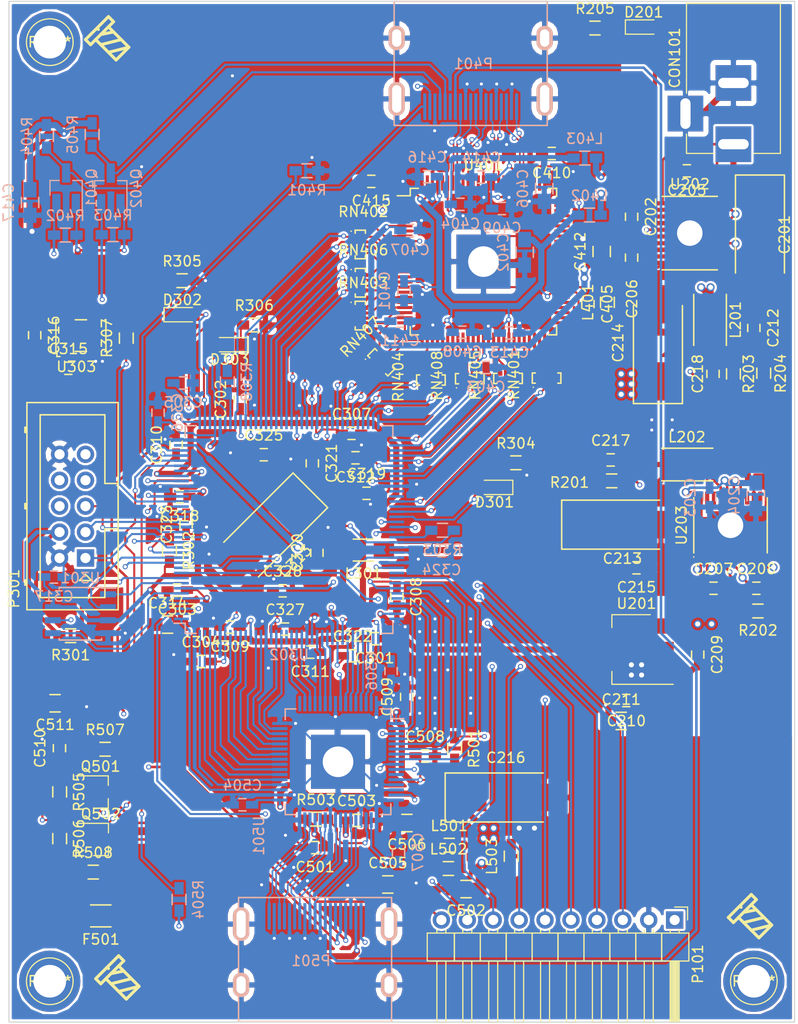
<source format=kicad_pcb>
(kicad_pcb (version 20170922) (host pcbnew "(2017-10-03 revision 3d1569081)-master")

(general
  (thickness 1.6)
  (drawings 4)
  (tracks 2678)
  (zones 0)
  (modules 144)
  (nets 216)
)

(page A4)
(layers
  (0 F.Cu signal)
  (1 In1.Cu signal)
  (2 In2.Cu signal)
  (31 B.Cu signal)
  (32 B.Adhes user)
  (33 F.Adhes user)
  (34 B.Paste user)
  (35 F.Paste user)
  (36 B.SilkS user)
  (37 F.SilkS user)
  (38 B.Mask user)
  (39 F.Mask user)
  (40 Dwgs.User user)
  (41 Cmts.User user)
  (42 Eco1.User user)
  (43 Eco2.User user)
  (44 Edge.Cuts user)
  (45 Margin user)
  (46 B.CrtYd user)
  (47 F.CrtYd user)
  (48 B.Fab user)
  (49 F.Fab user)
)


(general
  (thickness 1.6)
  (drawings 4)
  (tracks 2678)
  (zones 0)
  (modules 144)
  (nets 216)
)

(page A4)
(layers
  (0 F.Cu signal)
  (1 In1.Cu signal)
  (2 In2.Cu signal)
  (31 B.Cu signal)
  (32 B.Adhes user)
  (33 F.Adhes user)
  (34 B.Paste user)
  (35 F.Paste user)
  (36 B.SilkS user)
  (37 F.SilkS user)
  (38 B.Mask user)
  (39 F.Mask user)
  (40 Dwgs.User user)
  (41 Cmts.User user)
  (42 Eco1.User user)
  (43 Eco2.User user)
  (44 Edge.Cuts user)
  (45 Margin user)
  (46 B.CrtYd user)
  (47 F.CrtYd user)
  (48 B.Fab user)
  (49 F.Fab user)
)

(setup
  (last_trace_width 0.2)
  (user_trace_width 0.16)
  (user_trace_width 0.25)
  (user_trace_width 0.4)
  (user_trace_width 0.6)
  (user_trace_width 1.5)
  (trace_clearance 0.15)
  (zone_clearance 0.22)
  (zone_45_only no)
  (trace_min 0.155)
  (segment_width 0.2)
  (edge_width 0.1)
  (via_size 0.5)
  (via_drill 0.3)
  (via_min_size 0.5)
  (via_min_drill 0.3)
  (user_via 0.5 0.3)
  (user_via 0.8 0.5)
  (user_via 2.8 2.5)
  (uvia_size 0.3)
  (uvia_drill 0.1)
  (uvias_allowed no)
  (uvia_min_size 0.2)
  (uvia_min_drill 0.1)
  (pcb_text_width 0.3)
  (pcb_text_size 1.5 1.5)
  (mod_edge_width 0.15)
  (mod_text_size 1 1)
  (mod_text_width 0.15)
  (pad_size 6 6)
  (pad_drill 3.2)
  (pad_to_mask_clearance 0.2)
  (solder_mask_min_width 0.16)
  (aux_axis_origin 0 0)
  (visible_elements FFFFFFFF)
  (pcbplotparams
    (layerselection 0x00030_ffffffff)
    (usegerberextensions false)
    (usegerberattributes true)
    (usegerberadvancedattributes true)
    (creategerberjobfile true)
    (excludeedgelayer true)
    (linewidth 0.100000)
    (plotframeref false)
    (viasonmask false)
    (mode 1)
    (useauxorigin false)
    (hpglpennumber 1)
    (hpglpenspeed 20)
    (hpglpendiameter 15)
    (psnegative false)
    (psa4output false)
    (plotreference true)
    (plotvalue true)
    (plotinvisibletext false)
    (padsonsilk false)
    (subtractmaskfromsilk false)
    (outputformat 1)
    (mirror false)
    (drillshape 1)
    (scaleselection 1)
    (outputdirectory ""))
)

(net 0 "")
(net 1 GND)
(net 2 /power/VIN)
(net 3 +2V5)
(net 4 +3V3)
(net 5 +1V2)
(net 6 "Net-(C217-Pad2)")
(net 7 "Net-(C218-Pad2)")
(net 8 +V_IO)
(net 9 /dvi_in/PVDD)
(net 10 /dvi_in/DVDD)
(net 11 /dvi_in/AVDD)
(net 12 +5V)
(net 13 /dvi_out/TVDD)
(net 14 /dvi_out/DVDD)
(net 15 /dvi_out/PVDD)
(net 16 "Net-(D201-Pad1)")
(net 17 "Net-(D301-Pad1)")
(net 18 "Net-(D301-Pad2)")
(net 19 "Net-(D302-Pad2)")
(net 20 "Net-(D302-Pad1)")
(net 21 "Net-(D303-Pad1)")
(net 22 "Net-(D303-Pad2)")
(net 23 "Net-(F501-Pad1)")
(net 24 /GPIO7)
(net 25 /GPIO6)
(net 26 /GPIO5)
(net 27 /GPIO4)
(net 28 /GPIO3)
(net 29 /GPIO2)
(net 30 /GPIO1)
(net 31 /GPIO0)
(net 32 "Net-(P301-Pad9)")
(net 33 "Net-(P301-Pad8)")
(net 34 "Net-(P301-Pad7)")
(net 35 "Net-(P301-Pad6)")
(net 36 "Net-(P301-Pad5)")
(net 37 "Net-(P301-Pad3)")
(net 38 "Net-(P301-Pad1)")
(net 39 /dvi_in/DDCDAT_)
(net 40 /dvi_in/DDCDAT_IN)
(net 41 /dvi_in/DDCCLK_IN)
(net 42 /dvi_in/DDCCLK_)
(net 43 /dvi_out/DDCDAT_)
(net 44 /dvi_out/DDCDAT)
(net 45 /dvi_out/DDCCLK)
(net 46 /dvi_out/DDCCLK_)
(net 47 "Net-(R301-Pad1)")
(net 48 "Net-(R302-Pad1)")
(net 49 "Net-(R303-Pad1)")
(net 50 "Net-(R307-Pad2)")
(net 51 /fpga/CLK50)
(net 52 /dvi_out/TXCLK+)
(net 53 "Net-(R308-Pad1)")
(net 54 /dvi_in/HOTPLUG)
(net 55 "Net-(R501-Pad1)")
(net 56 /dvi_out/MSEN)
(net 57 "Net-(R503-Pad2)")
(net 58 /dvi_out/HOTPLUG)
(net 59 /dvi_out/VSYNC)
(net 60 /dvi_out/HSYNC)
(net 61 /dvi_out/DE)
(net 62 /dvi_out/CTL3)
(net 63 /dvi_out/CTL2)
(net 64 /dvi_out/CTL1)
(net 65 "Net-(RN401-Pad7)")
(net 66 "Net-(RN401-Pad6)")
(net 67 "Net-(RN401-Pad5)")
(net 68 "Net-(RN401-Pad8)")
(net 69 "Net-(RN401-Pad4)")
(net 70 /dvi_in/HSYNC)
(net 71 /dvi_in/VSYNC)
(net 72 /dvi_in/DE)
(net 73 "Net-(RN402-Pad7)")
(net 74 "Net-(RN402-Pad6)")
(net 75 "Net-(RN402-Pad5)")
(net 76 "Net-(RN402-Pad8)")
(net 77 /dvi_in/DATI3)
(net 78 /dvi_in/DATI2)
(net 79 /dvi_in/DATI1)
(net 80 /dvi_in/DATI0)
(net 81 "Net-(RN403-Pad7)")
(net 82 "Net-(RN403-Pad6)")
(net 83 "Net-(RN403-Pad5)")
(net 84 "Net-(RN403-Pad8)")
(net 85 /dvi_in/DATI11)
(net 86 /dvi_in/DATI10)
(net 87 /dvi_in/DATI9)
(net 88 /dvi_in/DATI8)
(net 89 "Net-(RN404-Pad7)")
(net 90 "Net-(RN404-Pad6)")
(net 91 "Net-(RN404-Pad5)")
(net 92 "Net-(RN404-Pad8)")
(net 93 /dvi_in/DATI19)
(net 94 /dvi_in/DATI18)
(net 95 /dvi_in/DATI17)
(net 96 /dvi_in/DATI16)
(net 97 /dvi_in/CTL1)
(net 98 /dvi_in/CTL2)
(net 99 /dvi_in/CTL3)
(net 100 /fpga/CLKIN)
(net 101 "Net-(RN405-Pad8)")
(net 102 "Net-(RN405-Pad5)")
(net 103 "Net-(RN405-Pad6)")
(net 104 "Net-(RN405-Pad7)")
(net 105 /dvi_in/DATI4)
(net 106 /dvi_in/DATI5)
(net 107 /dvi_in/DATI6)
(net 108 /dvi_in/DATI7)
(net 109 "Net-(RN406-Pad8)")
(net 110 "Net-(RN406-Pad5)")
(net 111 "Net-(RN406-Pad6)")
(net 112 "Net-(RN406-Pad7)")
(net 113 /dvi_in/DATI12)
(net 114 /dvi_in/DATI13)
(net 115 /dvi_in/DATI14)
(net 116 /dvi_in/DATI15)
(net 117 "Net-(RN407-Pad8)")
(net 118 "Net-(RN407-Pad5)")
(net 119 "Net-(RN407-Pad6)")
(net 120 "Net-(RN407-Pad7)")
(net 121 /dvi_in/DATI20)
(net 122 /dvi_in/DATI21)
(net 123 /dvi_in/DATI22)
(net 124 /dvi_in/DATI23)
(net 125 "Net-(RN408-Pad8)")
(net 126 "Net-(RN408-Pad5)")
(net 127 "Net-(RN408-Pad6)")
(net 128 "Net-(RN408-Pad7)")
(net 129 "Net-(U202-Pad3)")
(net 130 "Net-(L201-Pad1)")
(net 131 "Net-(L202-Pad1)")
(net 132 "Net-(U203-Pad3)")
(net 133 /fpga/DCLK)
(net 134 /fpga/ASDI)
(net 135 /fpga/DATA)
(net 136 /fpga/nCS)
(net 137 /dvi_out/DATO23)
(net 138 /dvi_out/DATO22)
(net 139 /dvi_out/DATO21)
(net 140 /dvi_out/DATO20)
(net 141 /dvi_out/DATO19)
(net 142 /dvi_out/DATO18)
(net 143 /dvi_out/DATO17)
(net 144 /dvi_out/DATO16)
(net 145 /dvi_out/DATO15)
(net 146 /dvi_out/DATO14)
(net 147 /dvi_out/DATO13)
(net 148 /dvi_out/DATO12)
(net 149 "Net-(U302-Pad127)")
(net 150 /dvi_out/DATO11)
(net 151 /dvi_out/DATO10)
(net 152 /dvi_out/DATO9)
(net 153 /dvi_out/DATO8)
(net 154 /dvi_out/DATO7)
(net 155 /dvi_out/DATO6)
(net 156 /dvi_out/DATO5)
(net 157 /dvi_out/DATO4)
(net 158 /dvi_out/DATO3)
(net 159 /dvi_out/DATO2)
(net 160 /dvi_out/DATO1)
(net 161 /dvi_out/DATO0)
(net 162 "Net-(U302-Pad99)")
(net 163 "Net-(U302-Pad84)")
(net 164 "Net-(U302-Pad83)")
(net 165 /dvi_in/LINK_ACT)
(net 166 /dvi_in/PDOWN)
(net 167 /dvi_out/EDGE)
(net 168 /dvi_out/DKEN)
(net 169 "Net-(U303-Pad1)")
(net 170 "Net-(U401-Pad96)")
(net 171 "Net-(U401-Pad77)")
(net 172 "Net-(U401-Pad75)")
(net 173 "Net-(U401-Pad74)")
(net 174 "Net-(U401-Pad73)")
(net 175 "Net-(U401-Pad72)")
(net 176 "Net-(U401-Pad71)")
(net 177 "Net-(U401-Pad70)")
(net 178 "Net-(U401-Pad69)")
(net 179 "Net-(U401-Pad66)")
(net 180 "Net-(U401-Pad65)")
(net 181 "Net-(U401-Pad64)")
(net 182 "Net-(U401-Pad63)")
(net 183 "Net-(U401-Pad62)")
(net 184 "Net-(U401-Pad61)")
(net 185 "Net-(U401-Pad60)")
(net 186 "Net-(U401-Pad59)")
(net 187 "Net-(U401-Pad56)")
(net 188 "Net-(U401-Pad55)")
(net 189 "Net-(U401-Pad54)")
(net 190 "Net-(U401-Pad53)")
(net 191 "Net-(U401-Pad52)")
(net 192 "Net-(U401-Pad51)")
(net 193 "Net-(U401-Pad50)")
(net 194 "Net-(U401-Pad49)")
(net 195 /dvi_out/TXC-)
(net 196 /dvi_out/TXC+)
(net 197 /dvi_out/TX0-)
(net 198 /dvi_out/TX0+)
(net 199 /dvi_out/TX1-)
(net 200 /dvi_out/TX1+)
(net 201 /dvi_out/TX2-)
(net 202 /dvi_out/TX2+)
(net 203 "Net-(U501-Pad49)")
(net 204 "Net-(P401-Pad14)")
(net 205 /dvi_in/CEC)
(net 206 /dvi_in/RXC-)
(net 207 /dvi_in/RX2+)
(net 208 /dvi_in/RX2-)
(net 209 /dvi_in/RX1+)
(net 210 /dvi_in/RX1-)
(net 211 /dvi_in/RX0+)
(net 212 /dvi_in/RX0-)
(net 213 /dvi_in/RXC+)
(net 214 "Net-(P501-Pad14)")
(net 215 "Net-(P501-Pad19)")

(net_class Default "This is the default net class."
  (clearance 0.15)
  (trace_width 0.2)
  (via_dia 0.5)
  (via_drill 0.3)
  (uvia_dia 0.3)
  (uvia_drill 0.1)
  (diff_pair_gap 0.2)
  (diff_pair_width 0.16)
  (add_net +1V2)
  (add_net +2V5)
  (add_net +3V3)
  (add_net +5V)
  (add_net +V_IO)
  (add_net /GPIO0)
  (add_net /GPIO1)
  (add_net /GPIO2)
  (add_net /GPIO3)
  (add_net /GPIO4)
  (add_net /GPIO5)
  (add_net /GPIO6)
  (add_net /GPIO7)
  (add_net /dvi_in/AVDD)
  (add_net /dvi_in/CEC)
  (add_net /dvi_in/CTL1)
  (add_net /dvi_in/CTL2)
  (add_net /dvi_in/CTL3)
  (add_net /dvi_in/DATI0)
  (add_net /dvi_in/DATI1)
  (add_net /dvi_in/DATI10)
  (add_net /dvi_in/DATI11)
  (add_net /dvi_in/DATI12)
  (add_net /dvi_in/DATI13)
  (add_net /dvi_in/DATI14)
  (add_net /dvi_in/DATI15)
  (add_net /dvi_in/DATI16)
  (add_net /dvi_in/DATI17)
  (add_net /dvi_in/DATI18)
  (add_net /dvi_in/DATI19)
  (add_net /dvi_in/DATI2)
  (add_net /dvi_in/DATI20)
  (add_net /dvi_in/DATI21)
  (add_net /dvi_in/DATI22)
  (add_net /dvi_in/DATI23)
  (add_net /dvi_in/DATI3)
  (add_net /dvi_in/DATI4)
  (add_net /dvi_in/DATI5)
  (add_net /dvi_in/DATI6)
  (add_net /dvi_in/DATI7)
  (add_net /dvi_in/DATI8)
  (add_net /dvi_in/DATI9)
  (add_net /dvi_in/DDCCLK_)
  (add_net /dvi_in/DDCCLK_IN)
  (add_net /dvi_in/DDCDAT_)
  (add_net /dvi_in/DDCDAT_IN)
  (add_net /dvi_in/DE)
  (add_net /dvi_in/DVDD)
  (add_net /dvi_in/HOTPLUG)
  (add_net /dvi_in/HSYNC)
  (add_net /dvi_in/LINK_ACT)
  (add_net /dvi_in/PDOWN)
  (add_net /dvi_in/PVDD)
  (add_net /dvi_in/RX0+)
  (add_net /dvi_in/RX0-)
  (add_net /dvi_in/RX1+)
  (add_net /dvi_in/RX1-)
  (add_net /dvi_in/RX2+)
  (add_net /dvi_in/RX2-)
  (add_net /dvi_in/RXC+)
  (add_net /dvi_in/RXC-)
  (add_net /dvi_in/VSYNC)
  (add_net /dvi_out/CTL1)
  (add_net /dvi_out/CTL2)
  (add_net /dvi_out/CTL3)
  (add_net /dvi_out/DATO0)
  (add_net /dvi_out/DATO1)
  (add_net /dvi_out/DATO10)
  (add_net /dvi_out/DATO11)
  (add_net /dvi_out/DATO12)
  (add_net /dvi_out/DATO13)
  (add_net /dvi_out/DATO14)
  (add_net /dvi_out/DATO15)
  (add_net /dvi_out/DATO16)
  (add_net /dvi_out/DATO17)
  (add_net /dvi_out/DATO18)
  (add_net /dvi_out/DATO19)
  (add_net /dvi_out/DATO2)
  (add_net /dvi_out/DATO20)
  (add_net /dvi_out/DATO21)
  (add_net /dvi_out/DATO22)
  (add_net /dvi_out/DATO23)
  (add_net /dvi_out/DATO3)
  (add_net /dvi_out/DATO4)
  (add_net /dvi_out/DATO5)
  (add_net /dvi_out/DATO6)
  (add_net /dvi_out/DATO7)
  (add_net /dvi_out/DATO8)
  (add_net /dvi_out/DATO9)
  (add_net /dvi_out/DDCCLK)
  (add_net /dvi_out/DDCCLK_)
  (add_net /dvi_out/DDCDAT)
  (add_net /dvi_out/DDCDAT_)
  (add_net /dvi_out/DE)
  (add_net /dvi_out/DKEN)
  (add_net /dvi_out/DVDD)
  (add_net /dvi_out/EDGE)
  (add_net /dvi_out/HOTPLUG)
  (add_net /dvi_out/HSYNC)
  (add_net /dvi_out/MSEN)
  (add_net /dvi_out/PVDD)
  (add_net /dvi_out/TVDD)
  (add_net /dvi_out/TX0+)
  (add_net /dvi_out/TX0-)
  (add_net /dvi_out/TX1+)
  (add_net /dvi_out/TX1-)
  (add_net /dvi_out/TX2+)
  (add_net /dvi_out/TX2-)
  (add_net /dvi_out/TXC+)
  (add_net /dvi_out/TXC-)
  (add_net /dvi_out/TXCLK+)
  (add_net /dvi_out/VSYNC)
  (add_net /fpga/ASDI)
  (add_net /fpga/CLK50)
  (add_net /fpga/CLKIN)
  (add_net /fpga/DATA)
  (add_net /fpga/DCLK)
  (add_net /fpga/nCS)
  (add_net /power/VIN)
  (add_net GND)
  (add_net "Net-(C217-Pad2)")
  (add_net "Net-(C218-Pad2)")
  (add_net "Net-(D201-Pad1)")
  (add_net "Net-(D301-Pad1)")
  (add_net "Net-(D301-Pad2)")
  (add_net "Net-(D302-Pad1)")
  (add_net "Net-(D302-Pad2)")
  (add_net "Net-(D303-Pad1)")
  (add_net "Net-(D303-Pad2)")
  (add_net "Net-(F501-Pad1)")
  (add_net "Net-(L201-Pad1)")
  (add_net "Net-(L202-Pad1)")
  (add_net "Net-(P301-Pad1)")
  (add_net "Net-(P301-Pad3)")
  (add_net "Net-(P301-Pad5)")
  (add_net "Net-(P301-Pad6)")
  (add_net "Net-(P301-Pad7)")
  (add_net "Net-(P301-Pad8)")
  (add_net "Net-(P301-Pad9)")
  (add_net "Net-(P401-Pad14)")
  (add_net "Net-(P501-Pad14)")
  (add_net "Net-(P501-Pad19)")
  (add_net "Net-(R301-Pad1)")
  (add_net "Net-(R302-Pad1)")
  (add_net "Net-(R303-Pad1)")
  (add_net "Net-(R307-Pad2)")
  (add_net "Net-(R308-Pad1)")
  (add_net "Net-(R501-Pad1)")
  (add_net "Net-(R503-Pad2)")
  (add_net "Net-(RN401-Pad4)")
  (add_net "Net-(RN401-Pad5)")
  (add_net "Net-(RN401-Pad6)")
  (add_net "Net-(RN401-Pad7)")
  (add_net "Net-(RN401-Pad8)")
  (add_net "Net-(RN402-Pad5)")
  (add_net "Net-(RN402-Pad6)")
  (add_net "Net-(RN402-Pad7)")
  (add_net "Net-(RN402-Pad8)")
  (add_net "Net-(RN403-Pad5)")
  (add_net "Net-(RN403-Pad6)")
  (add_net "Net-(RN403-Pad7)")
  (add_net "Net-(RN403-Pad8)")
  (add_net "Net-(RN404-Pad5)")
  (add_net "Net-(RN404-Pad6)")
  (add_net "Net-(RN404-Pad7)")
  (add_net "Net-(RN404-Pad8)")
  (add_net "Net-(RN405-Pad5)")
  (add_net "Net-(RN405-Pad6)")
  (add_net "Net-(RN405-Pad7)")
  (add_net "Net-(RN405-Pad8)")
  (add_net "Net-(RN406-Pad5)")
  (add_net "Net-(RN406-Pad6)")
  (add_net "Net-(RN406-Pad7)")
  (add_net "Net-(RN406-Pad8)")
  (add_net "Net-(RN407-Pad5)")
  (add_net "Net-(RN407-Pad6)")
  (add_net "Net-(RN407-Pad7)")
  (add_net "Net-(RN407-Pad8)")
  (add_net "Net-(RN408-Pad5)")
  (add_net "Net-(RN408-Pad6)")
  (add_net "Net-(RN408-Pad7)")
  (add_net "Net-(RN408-Pad8)")
  (add_net "Net-(U202-Pad3)")
  (add_net "Net-(U203-Pad3)")
  (add_net "Net-(U302-Pad127)")
  (add_net "Net-(U302-Pad83)")
  (add_net "Net-(U302-Pad84)")
  (add_net "Net-(U302-Pad99)")
  (add_net "Net-(U303-Pad1)")
  (add_net "Net-(U401-Pad49)")
  (add_net "Net-(U401-Pad50)")
  (add_net "Net-(U401-Pad51)")
  (add_net "Net-(U401-Pad52)")
  (add_net "Net-(U401-Pad53)")
  (add_net "Net-(U401-Pad54)")
  (add_net "Net-(U401-Pad55)")
  (add_net "Net-(U401-Pad56)")
  (add_net "Net-(U401-Pad59)")
  (add_net "Net-(U401-Pad60)")
  (add_net "Net-(U401-Pad61)")
  (add_net "Net-(U401-Pad62)")
  (add_net "Net-(U401-Pad63)")
  (add_net "Net-(U401-Pad64)")
  (add_net "Net-(U401-Pad65)")
  (add_net "Net-(U401-Pad66)")
  (add_net "Net-(U401-Pad69)")
  (add_net "Net-(U401-Pad70)")
  (add_net "Net-(U401-Pad71)")
  (add_net "Net-(U401-Pad72)")
  (add_net "Net-(U401-Pad73)")
  (add_net "Net-(U401-Pad74)")
  (add_net "Net-(U401-Pad75)")
  (add_net "Net-(U401-Pad77)")
  (add_net "Net-(U401-Pad96)")
  (add_net "Net-(U501-Pad49)")
)

  (module Connectors:1pin (layer F.Cu) (tedit 58850005) (tstamp 5889C763)
    (at 17 17)
    (descr "module 1 pin (ou trou mecanique de percage)")
    (tags DEV)
    (fp_text reference REF** (at 0 0) (layer F.SilkS)
      (effects (font (size 1 1) (thickness 0.15)))
    )
    (fp_text value 1pin (at 0 3) (layer F.Fab)
      (effects (font (size 1 1) (thickness 0.15)))
    )
    (fp_circle (center 0 0) (end 2 0.8) (layer F.Fab) (width 0.1))
    (fp_circle (center 0 0) (end 2.6 0) (layer F.CrtYd) (width 0.05))
    (fp_circle (center 0 0) (end 0 -2.286) (layer F.SilkS) (width 0.12))
    (pad 1 thru_hole circle (at 0 0) (size 6 6) (drill 3.2) (layers *.Cu *.Mask))
  )

  (module artwork:screw_art_small (layer F.Cu) (tedit 56055699) (tstamp 5889CC11)
    (at 23 17)
    (fp_text reference REF** (at 0 3.25) (layer F.SilkS) hide
      (effects (font (size 1 1) (thickness 0.15)))
    )
    (fp_text value screw_art_small (at 0 -3.75) (layer F.Fab) hide
      (effects (font (size 1 1) (thickness 0.15)))
    )
    (fp_line (start 0.5 1.75) (end 1.75 0.5) (layer F.SilkS) (width 0.3))
    (fp_line (start 0.5 1.75) (end -1.5 -0.25) (layer F.SilkS) (width 0.3))
    (fp_line (start -2 0.25) (end -2.5 -0.25) (layer F.SilkS) (width 0.3))
    (fp_line (start 1.75 0.5) (end -0.25 -1.5) (layer F.SilkS) (width 0.3))
    (fp_line (start -2 0.25) (end 0.25 -2) (layer F.SilkS) (width 0.3))
    (fp_line (start 0.25 -2) (end -0.25 -2.5) (layer F.SilkS) (width 0.3))
    (fp_line (start -0.25 -2.5) (end -2.5 -0.25) (layer F.SilkS) (width 0.3))
    (fp_line (start -1.35 -1.35) (end -1.25 -1.25) (layer F.SilkS) (width 0.3))
    (fp_line (start 1.75 0.5) (end -0.25 1) (layer F.SilkS) (width 0.3))
    (fp_line (start 1 -0.25) (end -1 0.25) (layer F.SilkS) (width 0.3))
    (fp_line (start 0.25 -1) (end -1 -0.75) (layer F.SilkS) (width 0.3))
  )

  (module artwork:screw_art_small (layer F.Cu) (tedit 56055699) (tstamp 5889CC03)
    (at 24 109)
    (fp_text reference REF** (at 0 3.25) (layer F.SilkS) hide
      (effects (font (size 1 1) (thickness 0.15)))
    )
    (fp_text value screw_art_small (at 0 -3.75) (layer F.Fab) hide
      (effects (font (size 1 1) (thickness 0.15)))
    )
    (fp_line (start 0.25 -1) (end -1 -0.75) (layer F.SilkS) (width 0.3))
    (fp_line (start 1 -0.25) (end -1 0.25) (layer F.SilkS) (width 0.3))
    (fp_line (start 1.75 0.5) (end -0.25 1) (layer F.SilkS) (width 0.3))
    (fp_line (start -1.35 -1.35) (end -1.25 -1.25) (layer F.SilkS) (width 0.3))
    (fp_line (start -0.25 -2.5) (end -2.5 -0.25) (layer F.SilkS) (width 0.3))
    (fp_line (start 0.25 -2) (end -0.25 -2.5) (layer F.SilkS) (width 0.3))
    (fp_line (start -2 0.25) (end 0.25 -2) (layer F.SilkS) (width 0.3))
    (fp_line (start 1.75 0.5) (end -0.25 -1.5) (layer F.SilkS) (width 0.3))
    (fp_line (start -2 0.25) (end -2.5 -0.25) (layer F.SilkS) (width 0.3))
    (fp_line (start 0.5 1.75) (end -1.5 -0.25) (layer F.SilkS) (width 0.3))
    (fp_line (start 0.5 1.75) (end 1.75 0.5) (layer F.SilkS) (width 0.3))
  )

  (module artwork:screw_art_small (layer F.Cu) (tedit 56055699) (tstamp 5889CC01)
    (at 86 103)
    (fp_text reference REF** (at 0 3.25) (layer F.SilkS) hide
      (effects (font (size 1 1) (thickness 0.15)))
    )
    (fp_text value screw_art_small (at 0 -3.75) (layer F.Fab) hide
      (effects (font (size 1 1) (thickness 0.15)))
    )
    (fp_line (start 0.5 1.75) (end 1.75 0.5) (layer F.SilkS) (width 0.3))
    (fp_line (start 0.5 1.75) (end -1.5 -0.25) (layer F.SilkS) (width 0.3))
    (fp_line (start -2 0.25) (end -2.5 -0.25) (layer F.SilkS) (width 0.3))
    (fp_line (start 1.75 0.5) (end -0.25 -1.5) (layer F.SilkS) (width 0.3))
    (fp_line (start -2 0.25) (end 0.25 -2) (layer F.SilkS) (width 0.3))
    (fp_line (start 0.25 -2) (end -0.25 -2.5) (layer F.SilkS) (width 0.3))
    (fp_line (start -0.25 -2.5) (end -2.5 -0.25) (layer F.SilkS) (width 0.3))
    (fp_line (start -1.35 -1.35) (end -1.25 -1.25) (layer F.SilkS) (width 0.3))
    (fp_line (start 1.75 0.5) (end -0.25 1) (layer F.SilkS) (width 0.3))
    (fp_line (start 1 -0.25) (end -1 0.25) (layer F.SilkS) (width 0.3))
    (fp_line (start 0.25 -1) (end -1 -0.75) (layer F.SilkS) (width 0.3))
  )

  (module Connectors:1pin (layer F.Cu) (tedit 5884FF4C) (tstamp 5889C8A0)
    (at 86 109)
    (descr "module 1 pin (ou trou mecanique de percage)")
    (tags DEV)
    (fp_text reference REF** (at 0 0) (layer F.SilkS)
      (effects (font (size 1 1) (thickness 0.15)))
    )
    (fp_text value 1pin (at 0 3) (layer F.Fab)
      (effects (font (size 1 1) (thickness 0.15)))
    )
    (fp_circle (center 0 0) (end 2 0.8) (layer F.Fab) (width 0.1))
    (fp_circle (center 0 0) (end 2.6 0) (layer F.CrtYd) (width 0.05))
    (fp_circle (center 0 0) (end 0 -2.286) (layer F.SilkS) (width 0.12))
    (pad 1 thru_hole circle (at 0 0) (size 6 6) (drill 3.2) (layers *.Cu *.Mask))
  )

  (module Connectors:1pin (layer F.Cu) (tedit 5884FF4C) (tstamp 5889C890)
    (at 17 109)
    (descr "module 1 pin (ou trou mecanique de percage)")
    (tags DEV)
    (fp_text reference REF** (at 0 0) (layer F.SilkS)
      (effects (font (size 1 1) (thickness 0.15)))
    )
    (fp_text value 1pin (at 0 3) (layer F.Fab)
      (effects (font (size 1 1) (thickness 0.15)))
    )
    (fp_circle (center 0 0) (end 0 -2.286) (layer F.SilkS) (width 0.12))
    (fp_circle (center 0 0) (end 2.6 0) (layer F.CrtYd) (width 0.05))
    (fp_circle (center 0 0) (end 2 0.8) (layer F.Fab) (width 0.1))
    (pad 1 thru_hole circle (at 0 0) (size 6 6) (drill 3.2) (layers *.Cu *.Mask))
  )

  (module Inductors:Inductor_Taiyo-Yuden_NR-30xx_HandSoldering (layer F.Cu) (tedit 574C3AE3) (tstamp 587BC89E)
    (at 79.48 58.38 180)
    (descr "Inductor, Taiyo Yuden, NR series, Taiyo-Yuden_NR-30xx, 3.0mmx3.0mm")
    (tags "inductor taiyo-yuden nr smd")
    (path /5839A46D/587999C1)
    (attr smd)
    (fp_text reference L202 (at 0.05 2.69 180) (layer F.SilkS)
      (effects (font (size 1 1) (thickness 0.15)))
    )
    (fp_text value 490nH-1uH (at 0 3 180) (layer F.Fab)
      (effects (font (size 1 1) (thickness 0.15)))
    )
    (fp_line (start -1.5 0) (end -1.5 -0.95) (layer F.Fab) (width 0.15))
    (fp_line (start -1.5 -0.95) (end -0.95 -1.5) (layer F.Fab) (width 0.15))
    (fp_line (start -0.95 -1.5) (end 0 -1.5) (layer F.Fab) (width 0.15))
    (fp_line (start 1.5 0) (end 1.5 -0.95) (layer F.Fab) (width 0.15))
    (fp_line (start 1.5 -0.95) (end 0.95 -1.5) (layer F.Fab) (width 0.15))
    (fp_line (start 0.95 -1.5) (end 0 -1.5) (layer F.Fab) (width 0.15))
    (fp_line (start 1.5 0) (end 1.5 0.95) (layer F.Fab) (width 0.15))
    (fp_line (start 1.5 0.95) (end 0.95 1.5) (layer F.Fab) (width 0.15))
    (fp_line (start 0.95 1.5) (end 0 1.5) (layer F.Fab) (width 0.15))
    (fp_line (start -1.5 0) (end -1.5 0.95) (layer F.Fab) (width 0.15))
    (fp_line (start -1.5 0.95) (end -0.95 1.5) (layer F.Fab) (width 0.15))
    (fp_line (start -0.95 1.5) (end 0 1.5) (layer F.Fab) (width 0.15))
    (fp_line (start -2.5 -1.6) (end 2.5 -1.6) (layer F.SilkS) (width 0.15))
    (fp_line (start -2.5 1.6) (end 2.5 1.6) (layer F.SilkS) (width 0.15))
    (fp_line (start -2.75 -1.8) (end -2.75 1.8) (layer F.CrtYd) (width 0.05))
    (fp_line (start -2.75 1.8) (end 2.75 1.8) (layer F.CrtYd) (width 0.05))
    (fp_line (start 2.75 1.8) (end 2.75 -1.8) (layer F.CrtYd) (width 0.05))
    (fp_line (start 2.75 -1.8) (end -2.75 -1.8) (layer F.CrtYd) (width 0.05))
    (pad 1 smd rect (at -1.6 0 180) (size 1.8 2.9) (layers F.Cu F.Paste F.Mask)
      (net 131 "Net-(L202-Pad1)"))
    (pad 2 smd rect (at 1.6 0 180) (size 1.8 2.9) (layers F.Cu F.Paste F.Mask)
      (net 5 +1V2))
    (model Inductors.3dshapes/Inductor_Taiyo-Yuden_NR-30xx.wrl
      (at (xyz 0 0 0))
      (scale (xyz 1 1 1))
      (rotate (xyz 0 0 0))
    )
  )

  (module Capacitors_Tantalum_SMD:Tantalum_Case-D_EIA-7343-31_Hand (layer F.Cu) (tedit 57B6E980) (tstamp 58797C0F)
    (at 86.6 35.97 270)
    (descr "Tantalum capacitor, Case D, EIA 7343-31, 7.3x4.3x2.8mm, Hand soldering footprint")
    (tags "capacitor tantalum smd")
    (path /5839A46D/58797306)
    (attr smd)
    (fp_text reference C201 (at -0.11 -2.41 270) (layer F.SilkS)
      (effects (font (size 1 1) (thickness 0.15)))
    )
    (fp_text value 100u (at 0 3.9 270) (layer F.Fab)
      (effects (font (size 1 1) (thickness 0.15)))
    )
    (fp_line (start -5.95 -2.4) (end -5.95 2.4) (layer F.SilkS) (width 0.15))
    (fp_line (start -5.95 2.4) (end 3.65 2.4) (layer F.SilkS) (width 0.15))
    (fp_line (start -5.95 -2.4) (end 3.65 -2.4) (layer F.SilkS) (width 0.15))
    (fp_line (start -2.555 -2.15) (end -2.555 2.15) (layer F.Fab) (width 0.15))
    (fp_line (start -2.92 -2.15) (end -2.92 2.15) (layer F.Fab) (width 0.15))
    (fp_line (start 3.65 -2.15) (end -3.65 -2.15) (layer F.Fab) (width 0.15))
    (fp_line (start 3.65 2.15) (end 3.65 -2.15) (layer F.Fab) (width 0.15))
    (fp_line (start -3.65 2.15) (end 3.65 2.15) (layer F.Fab) (width 0.15))
    (fp_line (start -3.65 -2.15) (end -3.65 2.15) (layer F.Fab) (width 0.15))
    (fp_line (start 6.05 -2.5) (end -6.05 -2.5) (layer F.CrtYd) (width 0.05))
    (fp_line (start 6.05 2.5) (end 6.05 -2.5) (layer F.CrtYd) (width 0.05))
    (fp_line (start -6.05 2.5) (end 6.05 2.5) (layer F.CrtYd) (width 0.05))
    (fp_line (start -6.05 -2.5) (end -6.05 2.5) (layer F.CrtYd) (width 0.05))
    (pad 2 smd rect (at 3.775 0 270) (size 3.75 2.7) (layers F.Cu F.Paste F.Mask)
      (net 1 GND))
    (pad 1 smd rect (at -3.775 0 270) (size 3.75 2.7) (layers F.Cu F.Paste F.Mask)
      (net 2 /power/VIN))
    (model Capacitors_Tantalum_SMD.3dshapes/Tantalum_Case-D_EIA-7343-31.wrl
      (at (xyz 0 0 0))
      (scale (xyz 1 1 1))
      (rotate (xyz 0 0 0))
    )
  )

  (module Capacitors_SMD:C_0603_HandSoldering (layer F.Cu) (tedit 541A9B4D) (tstamp 58797C1F)
    (at 74.02 34.11 270)
    (descr "Capacitor SMD 0603, hand soldering")
    (tags "capacitor 0603")
    (path /5839A46D/5879A330)
    (attr smd)
    (fp_text reference C202 (at 0 -1.9 270) (layer F.SilkS)
      (effects (font (size 1 1) (thickness 0.15)))
    )
    (fp_text value 100n (at 0 1.9 270) (layer F.Fab)
      (effects (font (size 1 1) (thickness 0.15)))
    )
    (fp_line (start -0.8 0.4) (end -0.8 -0.4) (layer F.Fab) (width 0.15))
    (fp_line (start 0.8 0.4) (end -0.8 0.4) (layer F.Fab) (width 0.15))
    (fp_line (start 0.8 -0.4) (end 0.8 0.4) (layer F.Fab) (width 0.15))
    (fp_line (start -0.8 -0.4) (end 0.8 -0.4) (layer F.Fab) (width 0.15))
    (fp_line (start -1.85 -0.75) (end 1.85 -0.75) (layer F.CrtYd) (width 0.05))
    (fp_line (start -1.85 0.75) (end 1.85 0.75) (layer F.CrtYd) (width 0.05))
    (fp_line (start -1.85 -0.75) (end -1.85 0.75) (layer F.CrtYd) (width 0.05))
    (fp_line (start 1.85 -0.75) (end 1.85 0.75) (layer F.CrtYd) (width 0.05))
    (fp_line (start -0.35 -0.6) (end 0.35 -0.6) (layer F.SilkS) (width 0.15))
    (fp_line (start 0.35 0.6) (end -0.35 0.6) (layer F.SilkS) (width 0.15))
    (pad 1 smd rect (at -0.95 0 270) (size 1.2 0.75) (layers F.Cu F.Paste F.Mask)
      (net 2 /power/VIN))
    (pad 2 smd rect (at 0.95 0 270) (size 1.2 0.75) (layers F.Cu F.Paste F.Mask)
      (net 1 GND))
    (model Capacitors_SMD.3dshapes/C_0603_HandSoldering.wrl
      (at (xyz 0 0 0))
      (scale (xyz 1 1 1))
      (rotate (xyz 0 0 0))
    )
  )

  (module Capacitors_SMD:C_0603_HandSoldering (layer B.Cu) (tedit 541A9B4D) (tstamp 58797C2F)
    (at 81.67 61.6 270)
    (descr "Capacitor SMD 0603, hand soldering")
    (tags "capacitor 0603")
    (path /5839A46D/58797543)
    (attr smd)
    (fp_text reference C203 (at 0 1.9 270) (layer B.SilkS)
      (effects (font (size 1 1) (thickness 0.15)) (justify mirror))
    )
    (fp_text value 100n (at 0 -1.9 270) (layer B.Fab)
      (effects (font (size 1 1) (thickness 0.15)) (justify mirror))
    )
    (fp_line (start 0.35 -0.6) (end -0.35 -0.6) (layer B.SilkS) (width 0.15))
    (fp_line (start -0.35 0.6) (end 0.35 0.6) (layer B.SilkS) (width 0.15))
    (fp_line (start 1.85 0.75) (end 1.85 -0.75) (layer B.CrtYd) (width 0.05))
    (fp_line (start -1.85 0.75) (end -1.85 -0.75) (layer B.CrtYd) (width 0.05))
    (fp_line (start -1.85 -0.75) (end 1.85 -0.75) (layer B.CrtYd) (width 0.05))
    (fp_line (start -1.85 0.75) (end 1.85 0.75) (layer B.CrtYd) (width 0.05))
    (fp_line (start -0.8 0.4) (end 0.8 0.4) (layer B.Fab) (width 0.15))
    (fp_line (start 0.8 0.4) (end 0.8 -0.4) (layer B.Fab) (width 0.15))
    (fp_line (start 0.8 -0.4) (end -0.8 -0.4) (layer B.Fab) (width 0.15))
    (fp_line (start -0.8 -0.4) (end -0.8 0.4) (layer B.Fab) (width 0.15))
    (pad 2 smd rect (at 0.95 0 270) (size 1.2 0.75) (layers B.Cu B.Paste B.Mask)
      (net 1 GND))
    (pad 1 smd rect (at -0.95 0 270) (size 1.2 0.75) (layers B.Cu B.Paste B.Mask)
      (net 2 /power/VIN))
    (model Capacitors_SMD.3dshapes/C_0603_HandSoldering.wrl
      (at (xyz 0 0 0))
      (scale (xyz 1 1 1))
      (rotate (xyz 0 0 0))
    )
  )

  (module Capacitors_SMD:C_0805_HandSoldering (layer B.Cu) (tedit 541A9B8D) (tstamp 58797C3F)
    (at 86.19 61.44 270)
    (descr "Capacitor SMD 0805, hand soldering")
    (tags "capacitor 0805")
    (path /5839A46D/58797422)
    (attr smd)
    (fp_text reference C204 (at 0 2.1 270) (layer B.SilkS)
      (effects (font (size 1 1) (thickness 0.15)) (justify mirror))
    )
    (fp_text value 10u (at 0 -2.1 270) (layer B.Fab)
      (effects (font (size 1 1) (thickness 0.15)) (justify mirror))
    )
    (fp_line (start -1 -0.625) (end -1 0.625) (layer B.Fab) (width 0.15))
    (fp_line (start 1 -0.625) (end -1 -0.625) (layer B.Fab) (width 0.15))
    (fp_line (start 1 0.625) (end 1 -0.625) (layer B.Fab) (width 0.15))
    (fp_line (start -1 0.625) (end 1 0.625) (layer B.Fab) (width 0.15))
    (fp_line (start -2.3 1) (end 2.3 1) (layer B.CrtYd) (width 0.05))
    (fp_line (start -2.3 -1) (end 2.3 -1) (layer B.CrtYd) (width 0.05))
    (fp_line (start -2.3 1) (end -2.3 -1) (layer B.CrtYd) (width 0.05))
    (fp_line (start 2.3 1) (end 2.3 -1) (layer B.CrtYd) (width 0.05))
    (fp_line (start 0.5 0.85) (end -0.5 0.85) (layer B.SilkS) (width 0.15))
    (fp_line (start -0.5 -0.85) (end 0.5 -0.85) (layer B.SilkS) (width 0.15))
    (pad 1 smd rect (at -1.25 0 270) (size 1.5 1.25) (layers B.Cu B.Paste B.Mask)
      (net 2 /power/VIN))
    (pad 2 smd rect (at 1.25 0 270) (size 1.5 1.25) (layers B.Cu B.Paste B.Mask)
      (net 1 GND))
    (model Capacitors_SMD.3dshapes/C_0805_HandSoldering.wrl
      (at (xyz 0 0 0))
      (scale (xyz 1 1 1))
      (rotate (xyz 0 0 0))
    )
  )

  (module Capacitors_SMD:C_0603_HandSoldering (layer F.Cu) (tedit 541A9B4D) (tstamp 58797C4F)
    (at 79.44 29.61 180)
    (descr "Capacitor SMD 0603, hand soldering")
    (tags "capacitor 0603")
    (path /5839A46D/5879A32A)
    (attr smd)
    (fp_text reference C205 (at 0 -1.9 180) (layer F.SilkS)
      (effects (font (size 1 1) (thickness 0.15)))
    )
    (fp_text value 100n (at 0 1.9 180) (layer F.Fab)
      (effects (font (size 1 1) (thickness 0.15)))
    )
    (fp_line (start 0.35 0.6) (end -0.35 0.6) (layer F.SilkS) (width 0.15))
    (fp_line (start -0.35 -0.6) (end 0.35 -0.6) (layer F.SilkS) (width 0.15))
    (fp_line (start 1.85 -0.75) (end 1.85 0.75) (layer F.CrtYd) (width 0.05))
    (fp_line (start -1.85 -0.75) (end -1.85 0.75) (layer F.CrtYd) (width 0.05))
    (fp_line (start -1.85 0.75) (end 1.85 0.75) (layer F.CrtYd) (width 0.05))
    (fp_line (start -1.85 -0.75) (end 1.85 -0.75) (layer F.CrtYd) (width 0.05))
    (fp_line (start -0.8 -0.4) (end 0.8 -0.4) (layer F.Fab) (width 0.15))
    (fp_line (start 0.8 -0.4) (end 0.8 0.4) (layer F.Fab) (width 0.15))
    (fp_line (start 0.8 0.4) (end -0.8 0.4) (layer F.Fab) (width 0.15))
    (fp_line (start -0.8 0.4) (end -0.8 -0.4) (layer F.Fab) (width 0.15))
    (pad 2 smd rect (at 0.95 0 180) (size 1.2 0.75) (layers F.Cu F.Paste F.Mask)
      (net 1 GND))
    (pad 1 smd rect (at -0.95 0 180) (size 1.2 0.75) (layers F.Cu F.Paste F.Mask)
      (net 2 /power/VIN))
    (model Capacitors_SMD.3dshapes/C_0603_HandSoldering.wrl
      (at (xyz 0 0 0))
      (scale (xyz 1 1 1))
      (rotate (xyz 0 0 0))
    )
  )

  (module Capacitors_SMD:C_0603_HandSoldering (layer F.Cu) (tedit 541A9B4D) (tstamp 58797C5F)
    (at 74.02 38.11 270)
    (descr "Capacitor SMD 0603, hand soldering")
    (tags "capacitor 0603")
    (path /5839A46D/5879A336)
    (attr smd)
    (fp_text reference C206 (at 4.04 -0.04 270) (layer F.SilkS)
      (effects (font (size 1 1) (thickness 0.15)))
    )
    (fp_text value 100n (at 0 1.9 270) (layer F.Fab)
      (effects (font (size 1 1) (thickness 0.15)))
    )
    (fp_line (start 0.35 0.6) (end -0.35 0.6) (layer F.SilkS) (width 0.15))
    (fp_line (start -0.35 -0.6) (end 0.35 -0.6) (layer F.SilkS) (width 0.15))
    (fp_line (start 1.85 -0.75) (end 1.85 0.75) (layer F.CrtYd) (width 0.05))
    (fp_line (start -1.85 -0.75) (end -1.85 0.75) (layer F.CrtYd) (width 0.05))
    (fp_line (start -1.85 0.75) (end 1.85 0.75) (layer F.CrtYd) (width 0.05))
    (fp_line (start -1.85 -0.75) (end 1.85 -0.75) (layer F.CrtYd) (width 0.05))
    (fp_line (start -0.8 -0.4) (end 0.8 -0.4) (layer F.Fab) (width 0.15))
    (fp_line (start 0.8 -0.4) (end 0.8 0.4) (layer F.Fab) (width 0.15))
    (fp_line (start 0.8 0.4) (end -0.8 0.4) (layer F.Fab) (width 0.15))
    (fp_line (start -0.8 0.4) (end -0.8 -0.4) (layer F.Fab) (width 0.15))
    (pad 2 smd rect (at 0.95 0 270) (size 1.2 0.75) (layers F.Cu F.Paste F.Mask)
      (net 1 GND))
    (pad 1 smd rect (at -0.95 0 270) (size 1.2 0.75) (layers F.Cu F.Paste F.Mask)
      (net 2 /power/VIN))
    (model Capacitors_SMD.3dshapes/C_0603_HandSoldering.wrl
      (at (xyz 0 0 0))
      (scale (xyz 1 1 1))
      (rotate (xyz 0 0 0))
    )
  )

  (module Capacitors_SMD:C_0603_HandSoldering (layer F.Cu) (tedit 541A9B4D) (tstamp 58797C6F)
    (at 82.05 70.5)
    (descr "Capacitor SMD 0603, hand soldering")
    (tags "capacitor 0603")
    (path /5839A46D/587974D6)
    (attr smd)
    (fp_text reference C207 (at 0 -1.9) (layer F.SilkS)
      (effects (font (size 1 1) (thickness 0.15)))
    )
    (fp_text value 100n (at 0 1.9) (layer F.Fab)
      (effects (font (size 1 1) (thickness 0.15)))
    )
    (fp_line (start -0.8 0.4) (end -0.8 -0.4) (layer F.Fab) (width 0.15))
    (fp_line (start 0.8 0.4) (end -0.8 0.4) (layer F.Fab) (width 0.15))
    (fp_line (start 0.8 -0.4) (end 0.8 0.4) (layer F.Fab) (width 0.15))
    (fp_line (start -0.8 -0.4) (end 0.8 -0.4) (layer F.Fab) (width 0.15))
    (fp_line (start -1.85 -0.75) (end 1.85 -0.75) (layer F.CrtYd) (width 0.05))
    (fp_line (start -1.85 0.75) (end 1.85 0.75) (layer F.CrtYd) (width 0.05))
    (fp_line (start -1.85 -0.75) (end -1.85 0.75) (layer F.CrtYd) (width 0.05))
    (fp_line (start 1.85 -0.75) (end 1.85 0.75) (layer F.CrtYd) (width 0.05))
    (fp_line (start -0.35 -0.6) (end 0.35 -0.6) (layer F.SilkS) (width 0.15))
    (fp_line (start 0.35 0.6) (end -0.35 0.6) (layer F.SilkS) (width 0.15))
    (pad 1 smd rect (at -0.95 0) (size 1.2 0.75) (layers F.Cu F.Paste F.Mask)
      (net 2 /power/VIN))
    (pad 2 smd rect (at 0.95 0) (size 1.2 0.75) (layers F.Cu F.Paste F.Mask)
      (net 1 GND))
    (model Capacitors_SMD.3dshapes/C_0603_HandSoldering.wrl
      (at (xyz 0 0 0))
      (scale (xyz 1 1 1))
      (rotate (xyz 0 0 0))
    )
  )

  (module Capacitors_SMD:C_0603_HandSoldering (layer F.Cu) (tedit 541A9B4D) (tstamp 58797C7F)
    (at 86.25 70.5)
    (descr "Capacitor SMD 0603, hand soldering")
    (tags "capacitor 0603")
    (path /5839A46D/58797595)
    (attr smd)
    (fp_text reference C208 (at 0 -1.9) (layer F.SilkS)
      (effects (font (size 1 1) (thickness 0.15)))
    )
    (fp_text value 100n (at 0 1.9) (layer F.Fab)
      (effects (font (size 1 1) (thickness 0.15)))
    )
    (fp_line (start -0.8 0.4) (end -0.8 -0.4) (layer F.Fab) (width 0.15))
    (fp_line (start 0.8 0.4) (end -0.8 0.4) (layer F.Fab) (width 0.15))
    (fp_line (start 0.8 -0.4) (end 0.8 0.4) (layer F.Fab) (width 0.15))
    (fp_line (start -0.8 -0.4) (end 0.8 -0.4) (layer F.Fab) (width 0.15))
    (fp_line (start -1.85 -0.75) (end 1.85 -0.75) (layer F.CrtYd) (width 0.05))
    (fp_line (start -1.85 0.75) (end 1.85 0.75) (layer F.CrtYd) (width 0.05))
    (fp_line (start -1.85 -0.75) (end -1.85 0.75) (layer F.CrtYd) (width 0.05))
    (fp_line (start 1.85 -0.75) (end 1.85 0.75) (layer F.CrtYd) (width 0.05))
    (fp_line (start -0.35 -0.6) (end 0.35 -0.6) (layer F.SilkS) (width 0.15))
    (fp_line (start 0.35 0.6) (end -0.35 0.6) (layer F.SilkS) (width 0.15))
    (pad 1 smd rect (at -0.95 0) (size 1.2 0.75) (layers F.Cu F.Paste F.Mask)
      (net 2 /power/VIN))
    (pad 2 smd rect (at 0.95 0) (size 1.2 0.75) (layers F.Cu F.Paste F.Mask)
      (net 1 GND))
    (model Capacitors_SMD.3dshapes/C_0603_HandSoldering.wrl
      (at (xyz 0 0 0))
      (scale (xyz 1 1 1))
      (rotate (xyz 0 0 0))
    )
  )

  (module Capacitors_SMD:C_0603_HandSoldering (layer F.Cu) (tedit 541A9B4D) (tstamp 58797C8F)
    (at 80.5 77 270)
    (descr "Capacitor SMD 0603, hand soldering")
    (tags "capacitor 0603")
    (path /5839A46D/5879D21C)
    (attr smd)
    (fp_text reference C209 (at 0 -1.9 270) (layer F.SilkS)
      (effects (font (size 1 1) (thickness 0.15)))
    )
    (fp_text value 100n (at 0 1.9 270) (layer F.Fab)
      (effects (font (size 1 1) (thickness 0.15)))
    )
    (fp_line (start -0.8 0.4) (end -0.8 -0.4) (layer F.Fab) (width 0.15))
    (fp_line (start 0.8 0.4) (end -0.8 0.4) (layer F.Fab) (width 0.15))
    (fp_line (start 0.8 -0.4) (end 0.8 0.4) (layer F.Fab) (width 0.15))
    (fp_line (start -0.8 -0.4) (end 0.8 -0.4) (layer F.Fab) (width 0.15))
    (fp_line (start -1.85 -0.75) (end 1.85 -0.75) (layer F.CrtYd) (width 0.05))
    (fp_line (start -1.85 0.75) (end 1.85 0.75) (layer F.CrtYd) (width 0.05))
    (fp_line (start -1.85 -0.75) (end -1.85 0.75) (layer F.CrtYd) (width 0.05))
    (fp_line (start 1.85 -0.75) (end 1.85 0.75) (layer F.CrtYd) (width 0.05))
    (fp_line (start -0.35 -0.6) (end 0.35 -0.6) (layer F.SilkS) (width 0.15))
    (fp_line (start 0.35 0.6) (end -0.35 0.6) (layer F.SilkS) (width 0.15))
    (pad 1 smd rect (at -0.95 0 270) (size 1.2 0.75) (layers F.Cu F.Paste F.Mask)
      (net 2 /power/VIN))
    (pad 2 smd rect (at 0.95 0 270) (size 1.2 0.75) (layers F.Cu F.Paste F.Mask)
      (net 1 GND))
    (model Capacitors_SMD.3dshapes/C_0603_HandSoldering.wrl
      (at (xyz 0 0 0))
      (scale (xyz 1 1 1))
      (rotate (xyz 0 0 0))
    )
  )

  (module Capacitors_SMD:C_0603_HandSoldering (layer F.Cu) (tedit 541A9B4D) (tstamp 58797C9F)
    (at 73.5 81.5)
    (descr "Capacitor SMD 0603, hand soldering")
    (tags "capacitor 0603")
    (path /5839A46D/5879D91A)
    (attr smd)
    (fp_text reference C210 (at 0 2) (layer F.SilkS)
      (effects (font (size 1 1) (thickness 0.15)))
    )
    (fp_text value 100n (at 0 1.9) (layer F.Fab)
      (effects (font (size 1 1) (thickness 0.15)))
    )
    (fp_line (start 0.35 0.6) (end -0.35 0.6) (layer F.SilkS) (width 0.15))
    (fp_line (start -0.35 -0.6) (end 0.35 -0.6) (layer F.SilkS) (width 0.15))
    (fp_line (start 1.85 -0.75) (end 1.85 0.75) (layer F.CrtYd) (width 0.05))
    (fp_line (start -1.85 -0.75) (end -1.85 0.75) (layer F.CrtYd) (width 0.05))
    (fp_line (start -1.85 0.75) (end 1.85 0.75) (layer F.CrtYd) (width 0.05))
    (fp_line (start -1.85 -0.75) (end 1.85 -0.75) (layer F.CrtYd) (width 0.05))
    (fp_line (start -0.8 -0.4) (end 0.8 -0.4) (layer F.Fab) (width 0.15))
    (fp_line (start 0.8 -0.4) (end 0.8 0.4) (layer F.Fab) (width 0.15))
    (fp_line (start 0.8 0.4) (end -0.8 0.4) (layer F.Fab) (width 0.15))
    (fp_line (start -0.8 0.4) (end -0.8 -0.4) (layer F.Fab) (width 0.15))
    (pad 2 smd rect (at 0.95 0) (size 1.2 0.75) (layers F.Cu F.Paste F.Mask)
      (net 1 GND))
    (pad 1 smd rect (at -0.95 0) (size 1.2 0.75) (layers F.Cu F.Paste F.Mask)
      (net 3 +2V5))
    (model Capacitors_SMD.3dshapes/C_0603_HandSoldering.wrl
      (at (xyz 0 0 0))
      (scale (xyz 1 1 1))
      (rotate (xyz 0 0 0))
    )
  )

  (module Capacitors_SMD:C_0805_HandSoldering (layer F.Cu) (tedit 541A9B8D) (tstamp 58797CAF)
    (at 73 83.5)
    (descr "Capacitor SMD 0805, hand soldering")
    (tags "capacitor 0805")
    (path /5839A46D/5879DDAA)
    (attr smd)
    (fp_text reference C211 (at 0 -2.1) (layer F.SilkS)
      (effects (font (size 1 1) (thickness 0.15)))
    )
    (fp_text value 22u (at 0 2.1) (layer F.Fab)
      (effects (font (size 1 1) (thickness 0.15)))
    )
    (fp_line (start -0.5 0.85) (end 0.5 0.85) (layer F.SilkS) (width 0.15))
    (fp_line (start 0.5 -0.85) (end -0.5 -0.85) (layer F.SilkS) (width 0.15))
    (fp_line (start 2.3 -1) (end 2.3 1) (layer F.CrtYd) (width 0.05))
    (fp_line (start -2.3 -1) (end -2.3 1) (layer F.CrtYd) (width 0.05))
    (fp_line (start -2.3 1) (end 2.3 1) (layer F.CrtYd) (width 0.05))
    (fp_line (start -2.3 -1) (end 2.3 -1) (layer F.CrtYd) (width 0.05))
    (fp_line (start -1 -0.625) (end 1 -0.625) (layer F.Fab) (width 0.15))
    (fp_line (start 1 -0.625) (end 1 0.625) (layer F.Fab) (width 0.15))
    (fp_line (start 1 0.625) (end -1 0.625) (layer F.Fab) (width 0.15))
    (fp_line (start -1 0.625) (end -1 -0.625) (layer F.Fab) (width 0.15))
    (pad 2 smd rect (at 1.25 0) (size 1.5 1.25) (layers F.Cu F.Paste F.Mask)
      (net 1 GND))
    (pad 1 smd rect (at -1.25 0) (size 1.5 1.25) (layers F.Cu F.Paste F.Mask)
      (net 3 +2V5))
    (model Capacitors_SMD.3dshapes/C_0805_HandSoldering.wrl
      (at (xyz 0 0 0))
      (scale (xyz 1 1 1))
      (rotate (xyz 0 0 0))
    )
  )

  (module Capacitors_SMD:C_0603_HandSoldering (layer F.Cu) (tedit 541A9B4D) (tstamp 58797CBF)
    (at 86 45 270)
    (descr "Capacitor SMD 0603, hand soldering")
    (tags "capacitor 0603")
    (path /5839A46D/58797F37)
    (attr smd)
    (fp_text reference C212 (at 0 -1.9 270) (layer F.SilkS)
      (effects (font (size 1 1) (thickness 0.15)))
    )
    (fp_text value 100n (at 0 1.9 270) (layer F.Fab)
      (effects (font (size 1 1) (thickness 0.15)))
    )
    (fp_line (start 0.35 0.6) (end -0.35 0.6) (layer F.SilkS) (width 0.15))
    (fp_line (start -0.35 -0.6) (end 0.35 -0.6) (layer F.SilkS) (width 0.15))
    (fp_line (start 1.85 -0.75) (end 1.85 0.75) (layer F.CrtYd) (width 0.05))
    (fp_line (start -1.85 -0.75) (end -1.85 0.75) (layer F.CrtYd) (width 0.05))
    (fp_line (start -1.85 0.75) (end 1.85 0.75) (layer F.CrtYd) (width 0.05))
    (fp_line (start -1.85 -0.75) (end 1.85 -0.75) (layer F.CrtYd) (width 0.05))
    (fp_line (start -0.8 -0.4) (end 0.8 -0.4) (layer F.Fab) (width 0.15))
    (fp_line (start 0.8 -0.4) (end 0.8 0.4) (layer F.Fab) (width 0.15))
    (fp_line (start 0.8 0.4) (end -0.8 0.4) (layer F.Fab) (width 0.15))
    (fp_line (start -0.8 0.4) (end -0.8 -0.4) (layer F.Fab) (width 0.15))
    (pad 2 smd rect (at 0.95 0 270) (size 1.2 0.75) (layers F.Cu F.Paste F.Mask)
      (net 4 +3V3))
    (pad 1 smd rect (at -0.95 0 270) (size 1.2 0.75) (layers F.Cu F.Paste F.Mask)
      (net 1 GND))
    (model Capacitors_SMD.3dshapes/C_0603_HandSoldering.wrl
      (at (xyz 0 0 0))
      (scale (xyz 1 1 1))
      (rotate (xyz 0 0 0))
    )
  )

  (module Capacitors_SMD:C_0603_HandSoldering (layer F.Cu) (tedit 541A9B4D) (tstamp 58797CEF)
    (at 74.5 68.5 180)
    (descr "Capacitor SMD 0603, hand soldering")
    (tags "capacitor 0603")
    (path /5839A46D/5879A43B)
    (attr smd)
    (fp_text reference C215 (at 0 -1.9 180) (layer F.SilkS)
      (effects (font (size 1 1) (thickness 0.15)))
    )
    (fp_text value 100n (at 0 1.9 180) (layer F.Fab)
      (effects (font (size 1 1) (thickness 0.15)))
    )
    (fp_line (start -0.8 0.4) (end -0.8 -0.4) (layer F.Fab) (width 0.15))
    (fp_line (start 0.8 0.4) (end -0.8 0.4) (layer F.Fab) (width 0.15))
    (fp_line (start 0.8 -0.4) (end 0.8 0.4) (layer F.Fab) (width 0.15))
    (fp_line (start -0.8 -0.4) (end 0.8 -0.4) (layer F.Fab) (width 0.15))
    (fp_line (start -1.85 -0.75) (end 1.85 -0.75) (layer F.CrtYd) (width 0.05))
    (fp_line (start -1.85 0.75) (end 1.85 0.75) (layer F.CrtYd) (width 0.05))
    (fp_line (start -1.85 -0.75) (end -1.85 0.75) (layer F.CrtYd) (width 0.05))
    (fp_line (start 1.85 -0.75) (end 1.85 0.75) (layer F.CrtYd) (width 0.05))
    (fp_line (start -0.35 -0.6) (end 0.35 -0.6) (layer F.SilkS) (width 0.15))
    (fp_line (start 0.35 0.6) (end -0.35 0.6) (layer F.SilkS) (width 0.15))
    (pad 1 smd rect (at -0.95 0 180) (size 1.2 0.75) (layers F.Cu F.Paste F.Mask)
      (net 1 GND))
    (pad 2 smd rect (at 0.95 0 180) (size 1.2 0.75) (layers F.Cu F.Paste F.Mask)
      (net 5 +1V2))
    (model Capacitors_SMD.3dshapes/C_0603_HandSoldering.wrl
      (at (xyz 0 0 0))
      (scale (xyz 1 1 1))
      (rotate (xyz 0 0 0))
    )
  )

  (module Capacitors_Tantalum_SMD:Tantalum_Case-D_EIA-7343-31_Hand (layer F.Cu) (tedit 57B6E980) (tstamp 58797D02)
    (at 61.7 91)
    (descr "Tantalum capacitor, Case D, EIA 7343-31, 7.3x4.3x2.8mm, Hand soldering footprint")
    (tags "capacitor tantalum smd")
    (path /5839A46D/58797EAB)
    (attr smd)
    (fp_text reference C216 (at 0 -3.9) (layer F.SilkS)
      (effects (font (size 1 1) (thickness 0.15)))
    )
    (fp_text value 100u (at 0 3.9) (layer F.Fab)
      (effects (font (size 1 1) (thickness 0.15)))
    )
    (fp_line (start -6.05 -2.5) (end -6.05 2.5) (layer F.CrtYd) (width 0.05))
    (fp_line (start -6.05 2.5) (end 6.05 2.5) (layer F.CrtYd) (width 0.05))
    (fp_line (start 6.05 2.5) (end 6.05 -2.5) (layer F.CrtYd) (width 0.05))
    (fp_line (start 6.05 -2.5) (end -6.05 -2.5) (layer F.CrtYd) (width 0.05))
    (fp_line (start -3.65 -2.15) (end -3.65 2.15) (layer F.Fab) (width 0.15))
    (fp_line (start -3.65 2.15) (end 3.65 2.15) (layer F.Fab) (width 0.15))
    (fp_line (start 3.65 2.15) (end 3.65 -2.15) (layer F.Fab) (width 0.15))
    (fp_line (start 3.65 -2.15) (end -3.65 -2.15) (layer F.Fab) (width 0.15))
    (fp_line (start -2.92 -2.15) (end -2.92 2.15) (layer F.Fab) (width 0.15))
    (fp_line (start -2.555 -2.15) (end -2.555 2.15) (layer F.Fab) (width 0.15))
    (fp_line (start -5.95 -2.4) (end 3.65 -2.4) (layer F.SilkS) (width 0.15))
    (fp_line (start -5.95 2.4) (end 3.65 2.4) (layer F.SilkS) (width 0.15))
    (fp_line (start -5.95 -2.4) (end -5.95 2.4) (layer F.SilkS) (width 0.15))
    (pad 1 smd rect (at -3.775 0) (size 3.75 2.7) (layers F.Cu F.Paste F.Mask)
      (net 4 +3V3))
    (pad 2 smd rect (at 3.775 0) (size 3.75 2.7) (layers F.Cu F.Paste F.Mask)
      (net 1 GND))
    (model Capacitors_Tantalum_SMD.3dshapes/Tantalum_Case-D_EIA-7343-31.wrl
      (at (xyz 0 0 0))
      (scale (xyz 1 1 1))
      (rotate (xyz 0 0 0))
    )
  )

  (module Capacitors_SMD:C_0603_HandSoldering (layer F.Cu) (tedit 541A9B4D) (tstamp 58797D12)
    (at 71.97 57.93)
    (descr "Capacitor SMD 0603, hand soldering")
    (tags "capacitor 0603")
    (path /5839A46D/5879B493)
    (attr smd)
    (fp_text reference C217 (at 0 -1.9) (layer F.SilkS)
      (effects (font (size 1 1) (thickness 0.15)))
    )
    (fp_text value 22p (at 0 1.9) (layer F.Fab)
      (effects (font (size 1 1) (thickness 0.15)))
    )
    (fp_line (start 0.35 0.6) (end -0.35 0.6) (layer F.SilkS) (width 0.15))
    (fp_line (start -0.35 -0.6) (end 0.35 -0.6) (layer F.SilkS) (width 0.15))
    (fp_line (start 1.85 -0.75) (end 1.85 0.75) (layer F.CrtYd) (width 0.05))
    (fp_line (start -1.85 -0.75) (end -1.85 0.75) (layer F.CrtYd) (width 0.05))
    (fp_line (start -1.85 0.75) (end 1.85 0.75) (layer F.CrtYd) (width 0.05))
    (fp_line (start -1.85 -0.75) (end 1.85 -0.75) (layer F.CrtYd) (width 0.05))
    (fp_line (start -0.8 -0.4) (end 0.8 -0.4) (layer F.Fab) (width 0.15))
    (fp_line (start 0.8 -0.4) (end 0.8 0.4) (layer F.Fab) (width 0.15))
    (fp_line (start 0.8 0.4) (end -0.8 0.4) (layer F.Fab) (width 0.15))
    (fp_line (start -0.8 0.4) (end -0.8 -0.4) (layer F.Fab) (width 0.15))
    (pad 2 smd rect (at 0.95 0) (size 1.2 0.75) (layers F.Cu F.Paste F.Mask)
      (net 6 "Net-(C217-Pad2)"))
    (pad 1 smd rect (at -0.95 0) (size 1.2 0.75) (layers F.Cu F.Paste F.Mask)
      (net 5 +1V2))
    (model Capacitors_SMD.3dshapes/C_0603_HandSoldering.wrl
      (at (xyz 0 0 0))
      (scale (xyz 1 1 1))
      (rotate (xyz 0 0 0))
    )
  )

  (module Capacitors_SMD:C_0603_HandSoldering (layer F.Cu) (tedit 541A9B4D) (tstamp 58797D22)
    (at 82 49.5 270)
    (descr "Capacitor SMD 0603, hand soldering")
    (tags "capacitor 0603")
    (path /5839A46D/5879814E)
    (attr smd)
    (fp_text reference C218 (at 0 1.5 270) (layer F.SilkS)
      (effects (font (size 1 1) (thickness 0.15)))
    )
    (fp_text value 22p (at 0 1.9 270) (layer F.Fab)
      (effects (font (size 1 1) (thickness 0.15)))
    )
    (fp_line (start -0.8 0.4) (end -0.8 -0.4) (layer F.Fab) (width 0.15))
    (fp_line (start 0.8 0.4) (end -0.8 0.4) (layer F.Fab) (width 0.15))
    (fp_line (start 0.8 -0.4) (end 0.8 0.4) (layer F.Fab) (width 0.15))
    (fp_line (start -0.8 -0.4) (end 0.8 -0.4) (layer F.Fab) (width 0.15))
    (fp_line (start -1.85 -0.75) (end 1.85 -0.75) (layer F.CrtYd) (width 0.05))
    (fp_line (start -1.85 0.75) (end 1.85 0.75) (layer F.CrtYd) (width 0.05))
    (fp_line (start -1.85 -0.75) (end -1.85 0.75) (layer F.CrtYd) (width 0.05))
    (fp_line (start 1.85 -0.75) (end 1.85 0.75) (layer F.CrtYd) (width 0.05))
    (fp_line (start -0.35 -0.6) (end 0.35 -0.6) (layer F.SilkS) (width 0.15))
    (fp_line (start 0.35 0.6) (end -0.35 0.6) (layer F.SilkS) (width 0.15))
    (pad 1 smd rect (at -0.95 0 270) (size 1.2 0.75) (layers F.Cu F.Paste F.Mask)
      (net 4 +3V3))
    (pad 2 smd rect (at 0.95 0 270) (size 1.2 0.75) (layers F.Cu F.Paste F.Mask)
      (net 7 "Net-(C218-Pad2)"))
    (model Capacitors_SMD.3dshapes/C_0603_HandSoldering.wrl
      (at (xyz 0 0 0))
      (scale (xyz 1 1 1))
      (rotate (xyz 0 0 0))
    )
  )

  (module Capacitors_SMD:C_0603_HandSoldering (layer F.Cu) (tedit 541A9B4D) (tstamp 58797D32)
    (at 48.85 75.44 180)
    (descr "Capacitor SMD 0603, hand soldering")
    (tags "capacitor 0603")
    (path /583A26B6/583B7DED)
    (attr smd)
    (fp_text reference C301 (at 0 -1.9 180) (layer F.SilkS)
      (effects (font (size 1 1) (thickness 0.15)))
    )
    (fp_text value 100n (at 0 1.9 180) (layer F.Fab)
      (effects (font (size 1 1) (thickness 0.15)))
    )
    (fp_line (start -0.8 0.4) (end -0.8 -0.4) (layer F.Fab) (width 0.15))
    (fp_line (start 0.8 0.4) (end -0.8 0.4) (layer F.Fab) (width 0.15))
    (fp_line (start 0.8 -0.4) (end 0.8 0.4) (layer F.Fab) (width 0.15))
    (fp_line (start -0.8 -0.4) (end 0.8 -0.4) (layer F.Fab) (width 0.15))
    (fp_line (start -1.85 -0.75) (end 1.85 -0.75) (layer F.CrtYd) (width 0.05))
    (fp_line (start -1.85 0.75) (end 1.85 0.75) (layer F.CrtYd) (width 0.05))
    (fp_line (start -1.85 -0.75) (end -1.85 0.75) (layer F.CrtYd) (width 0.05))
    (fp_line (start 1.85 -0.75) (end 1.85 0.75) (layer F.CrtYd) (width 0.05))
    (fp_line (start -0.35 -0.6) (end 0.35 -0.6) (layer F.SilkS) (width 0.15))
    (fp_line (start 0.35 0.6) (end -0.35 0.6) (layer F.SilkS) (width 0.15))
    (pad 1 smd rect (at -0.95 0 180) (size 1.2 0.75) (layers F.Cu F.Paste F.Mask)
      (net 3 +2V5))
    (pad 2 smd rect (at 0.95 0 180) (size 1.2 0.75) (layers F.Cu F.Paste F.Mask)
      (net 1 GND))
    (model Capacitors_SMD.3dshapes/C_0603_HandSoldering.wrl
      (at (xyz 0 0 0))
      (scale (xyz 1 1 1))
      (rotate (xyz 0 0 0))
    )
  )

  (module Capacitors_SMD:C_0603_HandSoldering (layer F.Cu) (tedit 541A9B4D) (tstamp 58797D42)
    (at 35.66 52 90)
    (descr "Capacitor SMD 0603, hand soldering")
    (tags "capacitor 0603")
    (path /583A26B6/583B1B7A)
    (attr smd)
    (fp_text reference C302 (at 0 -1.9 90) (layer F.SilkS)
      (effects (font (size 1 1) (thickness 0.15)))
    )
    (fp_text value 100n (at 0 1.9 90) (layer F.Fab)
      (effects (font (size 1 1) (thickness 0.15)))
    )
    (fp_line (start 0.35 0.6) (end -0.35 0.6) (layer F.SilkS) (width 0.15))
    (fp_line (start -0.35 -0.6) (end 0.35 -0.6) (layer F.SilkS) (width 0.15))
    (fp_line (start 1.85 -0.75) (end 1.85 0.75) (layer F.CrtYd) (width 0.05))
    (fp_line (start -1.85 -0.75) (end -1.85 0.75) (layer F.CrtYd) (width 0.05))
    (fp_line (start -1.85 0.75) (end 1.85 0.75) (layer F.CrtYd) (width 0.05))
    (fp_line (start -1.85 -0.75) (end 1.85 -0.75) (layer F.CrtYd) (width 0.05))
    (fp_line (start -0.8 -0.4) (end 0.8 -0.4) (layer F.Fab) (width 0.15))
    (fp_line (start 0.8 -0.4) (end 0.8 0.4) (layer F.Fab) (width 0.15))
    (fp_line (start 0.8 0.4) (end -0.8 0.4) (layer F.Fab) (width 0.15))
    (fp_line (start -0.8 0.4) (end -0.8 -0.4) (layer F.Fab) (width 0.15))
    (pad 2 smd rect (at 0.95 0 90) (size 1.2 0.75) (layers F.Cu F.Paste F.Mask)
      (net 1 GND))
    (pad 1 smd rect (at -0.95 0 90) (size 1.2 0.75) (layers F.Cu F.Paste F.Mask)
      (net 5 +1V2))
    (model Capacitors_SMD.3dshapes/C_0603_HandSoldering.wrl
      (at (xyz 0 0 0))
      (scale (xyz 1 1 1))
      (rotate (xyz 0 0 0))
    )
  )

  (module Capacitors_SMD:C_0603_HandSoldering (layer F.Cu) (tedit 541A9B4D) (tstamp 58797D52)
    (at 29.49 70.68 180)
    (descr "Capacitor SMD 0603, hand soldering")
    (tags "capacitor 0603")
    (path /583A26B6/583B1619)
    (attr smd)
    (fp_text reference C303 (at 0 -1.9 180) (layer F.SilkS)
      (effects (font (size 1 1) (thickness 0.15)))
    )
    (fp_text value 100n (at 0 1.9 180) (layer F.Fab)
      (effects (font (size 1 1) (thickness 0.15)))
    )
    (fp_line (start 0.35 0.6) (end -0.35 0.6) (layer F.SilkS) (width 0.15))
    (fp_line (start -0.35 -0.6) (end 0.35 -0.6) (layer F.SilkS) (width 0.15))
    (fp_line (start 1.85 -0.75) (end 1.85 0.75) (layer F.CrtYd) (width 0.05))
    (fp_line (start -1.85 -0.75) (end -1.85 0.75) (layer F.CrtYd) (width 0.05))
    (fp_line (start -1.85 0.75) (end 1.85 0.75) (layer F.CrtYd) (width 0.05))
    (fp_line (start -1.85 -0.75) (end 1.85 -0.75) (layer F.CrtYd) (width 0.05))
    (fp_line (start -0.8 -0.4) (end 0.8 -0.4) (layer F.Fab) (width 0.15))
    (fp_line (start 0.8 -0.4) (end 0.8 0.4) (layer F.Fab) (width 0.15))
    (fp_line (start 0.8 0.4) (end -0.8 0.4) (layer F.Fab) (width 0.15))
    (fp_line (start -0.8 0.4) (end -0.8 -0.4) (layer F.Fab) (width 0.15))
    (pad 2 smd rect (at 0.95 0 180) (size 1.2 0.75) (layers F.Cu F.Paste F.Mask)
      (net 1 GND))
    (pad 1 smd rect (at -0.95 0 180) (size 1.2 0.75) (layers F.Cu F.Paste F.Mask)
      (net 5 +1V2))
    (model Capacitors_SMD.3dshapes/C_0603_HandSoldering.wrl
      (at (xyz 0 0 0))
      (scale (xyz 1 1 1))
      (rotate (xyz 0 0 0))
    )
  )

  (module Capacitors_SMD:C_0603_HandSoldering (layer F.Cu) (tedit 541A9B4D) (tstamp 58797D62)
    (at 31.83 77.68)
    (descr "Capacitor SMD 0603, hand soldering")
    (tags "capacitor 0603")
    (path /583A26B6/583B32A4)
    (attr smd)
    (fp_text reference C304 (at 0 -1.9) (layer F.SilkS)
      (effects (font (size 1 1) (thickness 0.15)))
    )
    (fp_text value 100n (at 0 1.9) (layer F.Fab)
      (effects (font (size 1 1) (thickness 0.15)))
    )
    (fp_line (start 0.35 0.6) (end -0.35 0.6) (layer F.SilkS) (width 0.15))
    (fp_line (start -0.35 -0.6) (end 0.35 -0.6) (layer F.SilkS) (width 0.15))
    (fp_line (start 1.85 -0.75) (end 1.85 0.75) (layer F.CrtYd) (width 0.05))
    (fp_line (start -1.85 -0.75) (end -1.85 0.75) (layer F.CrtYd) (width 0.05))
    (fp_line (start -1.85 0.75) (end 1.85 0.75) (layer F.CrtYd) (width 0.05))
    (fp_line (start -1.85 -0.75) (end 1.85 -0.75) (layer F.CrtYd) (width 0.05))
    (fp_line (start -0.8 -0.4) (end 0.8 -0.4) (layer F.Fab) (width 0.15))
    (fp_line (start 0.8 -0.4) (end 0.8 0.4) (layer F.Fab) (width 0.15))
    (fp_line (start 0.8 0.4) (end -0.8 0.4) (layer F.Fab) (width 0.15))
    (fp_line (start -0.8 0.4) (end -0.8 -0.4) (layer F.Fab) (width 0.15))
    (pad 2 smd rect (at 0.95 0) (size 1.2 0.75) (layers F.Cu F.Paste F.Mask)
      (net 8 +V_IO))
    (pad 1 smd rect (at -0.95 0) (size 1.2 0.75) (layers F.Cu F.Paste F.Mask)
      (net 1 GND))
    (model Capacitors_SMD.3dshapes/C_0603_HandSoldering.wrl
      (at (xyz 0 0 0))
      (scale (xyz 1 1 1))
      (rotate (xyz 0 0 0))
    )
  )

  (module Capacitors_SMD:C_0603_HandSoldering (layer B.Cu) (tedit 541A9B4D) (tstamp 58797D72)
    (at 30.07 50.39)
    (descr "Capacitor SMD 0603, hand soldering")
    (tags "capacitor 0603")
    (path /583A26B6/583B1B80)
    (attr smd)
    (fp_text reference C305 (at 0 1.9) (layer B.SilkS)
      (effects (font (size 1 1) (thickness 0.15)) (justify mirror))
    )
    (fp_text value 100n (at 0 -1.9) (layer B.Fab)
      (effects (font (size 1 1) (thickness 0.15)) (justify mirror))
    )
    (fp_line (start 0.35 -0.6) (end -0.35 -0.6) (layer B.SilkS) (width 0.15))
    (fp_line (start -0.35 0.6) (end 0.35 0.6) (layer B.SilkS) (width 0.15))
    (fp_line (start 1.85 0.75) (end 1.85 -0.75) (layer B.CrtYd) (width 0.05))
    (fp_line (start -1.85 0.75) (end -1.85 -0.75) (layer B.CrtYd) (width 0.05))
    (fp_line (start -1.85 -0.75) (end 1.85 -0.75) (layer B.CrtYd) (width 0.05))
    (fp_line (start -1.85 0.75) (end 1.85 0.75) (layer B.CrtYd) (width 0.05))
    (fp_line (start -0.8 0.4) (end 0.8 0.4) (layer B.Fab) (width 0.15))
    (fp_line (start 0.8 0.4) (end 0.8 -0.4) (layer B.Fab) (width 0.15))
    (fp_line (start 0.8 -0.4) (end -0.8 -0.4) (layer B.Fab) (width 0.15))
    (fp_line (start -0.8 -0.4) (end -0.8 0.4) (layer B.Fab) (width 0.15))
    (pad 2 smd rect (at 0.95 0) (size 1.2 0.75) (layers B.Cu B.Paste B.Mask)
      (net 1 GND))
    (pad 1 smd rect (at -0.95 0) (size 1.2 0.75) (layers B.Cu B.Paste B.Mask)
      (net 5 +1V2))
    (model Capacitors_SMD.3dshapes/C_0603_HandSoldering.wrl
      (at (xyz 0 0 0))
      (scale (xyz 1 1 1))
      (rotate (xyz 0 0 0))
    )
  )

  (module Capacitors_SMD:C_0603_HandSoldering (layer B.Cu) (tedit 541A9B4D) (tstamp 58797D82)
    (at 50.45 78.61 270)
    (descr "Capacitor SMD 0603, hand soldering")
    (tags "capacitor 0603")
    (path /583A26B6/583B1669)
    (attr smd)
    (fp_text reference C306 (at 0 1.9 270) (layer B.SilkS)
      (effects (font (size 1 1) (thickness 0.15)) (justify mirror))
    )
    (fp_text value 100n (at 0 -1.9 270) (layer B.Fab)
      (effects (font (size 1 1) (thickness 0.15)) (justify mirror))
    )
    (fp_line (start -0.8 -0.4) (end -0.8 0.4) (layer B.Fab) (width 0.15))
    (fp_line (start 0.8 -0.4) (end -0.8 -0.4) (layer B.Fab) (width 0.15))
    (fp_line (start 0.8 0.4) (end 0.8 -0.4) (layer B.Fab) (width 0.15))
    (fp_line (start -0.8 0.4) (end 0.8 0.4) (layer B.Fab) (width 0.15))
    (fp_line (start -1.85 0.75) (end 1.85 0.75) (layer B.CrtYd) (width 0.05))
    (fp_line (start -1.85 -0.75) (end 1.85 -0.75) (layer B.CrtYd) (width 0.05))
    (fp_line (start -1.85 0.75) (end -1.85 -0.75) (layer B.CrtYd) (width 0.05))
    (fp_line (start 1.85 0.75) (end 1.85 -0.75) (layer B.CrtYd) (width 0.05))
    (fp_line (start -0.35 0.6) (end 0.35 0.6) (layer B.SilkS) (width 0.15))
    (fp_line (start 0.35 -0.6) (end -0.35 -0.6) (layer B.SilkS) (width 0.15))
    (pad 1 smd rect (at -0.95 0 270) (size 1.2 0.75) (layers B.Cu B.Paste B.Mask)
      (net 5 +1V2))
    (pad 2 smd rect (at 0.95 0 270) (size 1.2 0.75) (layers B.Cu B.Paste B.Mask)
      (net 1 GND))
    (model Capacitors_SMD.3dshapes/C_0603_HandSoldering.wrl
      (at (xyz 0 0 0))
      (scale (xyz 1 1 1))
      (rotate (xyz 0 0 0))
    )
  )

  (module Capacitors_SMD:C_0603_HandSoldering (layer F.Cu) (tedit 541A9B4D) (tstamp 58797D92)
    (at 46.57 55.33)
    (descr "Capacitor SMD 0603, hand soldering")
    (tags "capacitor 0603")
    (path /583A26B6/583B1B86)
    (attr smd)
    (fp_text reference C307 (at 0 -1.9) (layer F.SilkS)
      (effects (font (size 1 1) (thickness 0.15)))
    )
    (fp_text value 100n (at 0 1.9) (layer F.Fab)
      (effects (font (size 1 1) (thickness 0.15)))
    )
    (fp_line (start 0.35 0.6) (end -0.35 0.6) (layer F.SilkS) (width 0.15))
    (fp_line (start -0.35 -0.6) (end 0.35 -0.6) (layer F.SilkS) (width 0.15))
    (fp_line (start 1.85 -0.75) (end 1.85 0.75) (layer F.CrtYd) (width 0.05))
    (fp_line (start -1.85 -0.75) (end -1.85 0.75) (layer F.CrtYd) (width 0.05))
    (fp_line (start -1.85 0.75) (end 1.85 0.75) (layer F.CrtYd) (width 0.05))
    (fp_line (start -1.85 -0.75) (end 1.85 -0.75) (layer F.CrtYd) (width 0.05))
    (fp_line (start -0.8 -0.4) (end 0.8 -0.4) (layer F.Fab) (width 0.15))
    (fp_line (start 0.8 -0.4) (end 0.8 0.4) (layer F.Fab) (width 0.15))
    (fp_line (start 0.8 0.4) (end -0.8 0.4) (layer F.Fab) (width 0.15))
    (fp_line (start -0.8 0.4) (end -0.8 -0.4) (layer F.Fab) (width 0.15))
    (pad 2 smd rect (at 0.95 0) (size 1.2 0.75) (layers F.Cu F.Paste F.Mask)
      (net 1 GND))
    (pad 1 smd rect (at -0.95 0) (size 1.2 0.75) (layers F.Cu F.Paste F.Mask)
      (net 5 +1V2))
    (model Capacitors_SMD.3dshapes/C_0603_HandSoldering.wrl
      (at (xyz 0 0 0))
      (scale (xyz 1 1 1))
      (rotate (xyz 0 0 0))
    )
  )

  (module Capacitors_SMD:C_0603_HandSoldering (layer F.Cu) (tedit 541A9B4D) (tstamp 58797DA2)
    (at 51.02 71.34 270)
    (descr "Capacitor SMD 0603, hand soldering")
    (tags "capacitor 0603")
    (path /583A26B6/583B18AC)
    (attr smd)
    (fp_text reference C308 (at 0 -1.9 270) (layer F.SilkS)
      (effects (font (size 1 1) (thickness 0.15)))
    )
    (fp_text value 100n (at 0 1.9 270) (layer F.Fab)
      (effects (font (size 1 1) (thickness 0.15)))
    )
    (fp_line (start 0.35 0.6) (end -0.35 0.6) (layer F.SilkS) (width 0.15))
    (fp_line (start -0.35 -0.6) (end 0.35 -0.6) (layer F.SilkS) (width 0.15))
    (fp_line (start 1.85 -0.75) (end 1.85 0.75) (layer F.CrtYd) (width 0.05))
    (fp_line (start -1.85 -0.75) (end -1.85 0.75) (layer F.CrtYd) (width 0.05))
    (fp_line (start -1.85 0.75) (end 1.85 0.75) (layer F.CrtYd) (width 0.05))
    (fp_line (start -1.85 -0.75) (end 1.85 -0.75) (layer F.CrtYd) (width 0.05))
    (fp_line (start -0.8 -0.4) (end 0.8 -0.4) (layer F.Fab) (width 0.15))
    (fp_line (start 0.8 -0.4) (end 0.8 0.4) (layer F.Fab) (width 0.15))
    (fp_line (start 0.8 0.4) (end -0.8 0.4) (layer F.Fab) (width 0.15))
    (fp_line (start -0.8 0.4) (end -0.8 -0.4) (layer F.Fab) (width 0.15))
    (pad 2 smd rect (at 0.95 0 270) (size 1.2 0.75) (layers F.Cu F.Paste F.Mask)
      (net 1 GND))
    (pad 1 smd rect (at -0.95 0 270) (size 1.2 0.75) (layers F.Cu F.Paste F.Mask)
      (net 5 +1V2))
    (model Capacitors_SMD.3dshapes/C_0603_HandSoldering.wrl
      (at (xyz 0 0 0))
      (scale (xyz 1 1 1))
      (rotate (xyz 0 0 0))
    )
  )

  (module Capacitors_SMD:C_0603_HandSoldering (layer F.Cu) (tedit 541A9B4D) (tstamp 58797DB2)
    (at 34.66 74.31 180)
    (descr "Capacitor SMD 0603, hand soldering")
    (tags "capacitor 0603")
    (path /583A26B6/583B1C83)
    (attr smd)
    (fp_text reference C309 (at 0 -1.9 180) (layer F.SilkS)
      (effects (font (size 1 1) (thickness 0.15)))
    )
    (fp_text value 100n (at 0 1.9 180) (layer F.Fab)
      (effects (font (size 1 1) (thickness 0.15)))
    )
    (fp_line (start -0.8 0.4) (end -0.8 -0.4) (layer F.Fab) (width 0.15))
    (fp_line (start 0.8 0.4) (end -0.8 0.4) (layer F.Fab) (width 0.15))
    (fp_line (start 0.8 -0.4) (end 0.8 0.4) (layer F.Fab) (width 0.15))
    (fp_line (start -0.8 -0.4) (end 0.8 -0.4) (layer F.Fab) (width 0.15))
    (fp_line (start -1.85 -0.75) (end 1.85 -0.75) (layer F.CrtYd) (width 0.05))
    (fp_line (start -1.85 0.75) (end 1.85 0.75) (layer F.CrtYd) (width 0.05))
    (fp_line (start -1.85 -0.75) (end -1.85 0.75) (layer F.CrtYd) (width 0.05))
    (fp_line (start 1.85 -0.75) (end 1.85 0.75) (layer F.CrtYd) (width 0.05))
    (fp_line (start -0.35 -0.6) (end 0.35 -0.6) (layer F.SilkS) (width 0.15))
    (fp_line (start 0.35 0.6) (end -0.35 0.6) (layer F.SilkS) (width 0.15))
    (pad 1 smd rect (at -0.95 0 180) (size 1.2 0.75) (layers F.Cu F.Paste F.Mask)
      (net 5 +1V2))
    (pad 2 smd rect (at 0.95 0 180) (size 1.2 0.75) (layers F.Cu F.Paste F.Mask)
      (net 1 GND))
    (model Capacitors_SMD.3dshapes/C_0603_HandSoldering.wrl
      (at (xyz 0 0 0))
      (scale (xyz 1 1 1))
      (rotate (xyz 0 0 0))
    )
  )

  (module Capacitors_SMD:C_0603_HandSoldering (layer F.Cu) (tedit 541A9B4D) (tstamp 58797DC2)
    (at 29.38 56.45 90)
    (descr "Capacitor SMD 0603, hand soldering")
    (tags "capacitor 0603")
    (path /583A26B6/583B1C7D)
    (attr smd)
    (fp_text reference C310 (at 0 -1.9 90) (layer F.SilkS)
      (effects (font (size 1 1) (thickness 0.15)))
    )
    (fp_text value 100n (at 0 1.9 90) (layer F.Fab)
      (effects (font (size 1 1) (thickness 0.15)))
    )
    (fp_line (start 0.35 0.6) (end -0.35 0.6) (layer F.SilkS) (width 0.15))
    (fp_line (start -0.35 -0.6) (end 0.35 -0.6) (layer F.SilkS) (width 0.15))
    (fp_line (start 1.85 -0.75) (end 1.85 0.75) (layer F.CrtYd) (width 0.05))
    (fp_line (start -1.85 -0.75) (end -1.85 0.75) (layer F.CrtYd) (width 0.05))
    (fp_line (start -1.85 0.75) (end 1.85 0.75) (layer F.CrtYd) (width 0.05))
    (fp_line (start -1.85 -0.75) (end 1.85 -0.75) (layer F.CrtYd) (width 0.05))
    (fp_line (start -0.8 -0.4) (end 0.8 -0.4) (layer F.Fab) (width 0.15))
    (fp_line (start 0.8 -0.4) (end 0.8 0.4) (layer F.Fab) (width 0.15))
    (fp_line (start 0.8 0.4) (end -0.8 0.4) (layer F.Fab) (width 0.15))
    (fp_line (start -0.8 0.4) (end -0.8 -0.4) (layer F.Fab) (width 0.15))
    (pad 2 smd rect (at 0.95 0 90) (size 1.2 0.75) (layers F.Cu F.Paste F.Mask)
      (net 1 GND))
    (pad 1 smd rect (at -0.95 0 90) (size 1.2 0.75) (layers F.Cu F.Paste F.Mask)
      (net 5 +1V2))
    (model Capacitors_SMD.3dshapes/C_0603_HandSoldering.wrl
      (at (xyz 0 0 0))
      (scale (xyz 1 1 1))
      (rotate (xyz 0 0 0))
    )
  )

  (module Capacitors_SMD:C_0603_HandSoldering (layer F.Cu) (tedit 541A9B4D) (tstamp 58797DD2)
    (at 42.53 76.76 180)
    (descr "Capacitor SMD 0603, hand soldering")
    (tags "capacitor 0603")
    (path /583A26B6/583B1B8C)
    (attr smd)
    (fp_text reference C311 (at 0 -1.9 180) (layer F.SilkS)
      (effects (font (size 1 1) (thickness 0.15)))
    )
    (fp_text value 100n (at 0 1.9 180) (layer F.Fab)
      (effects (font (size 1 1) (thickness 0.15)))
    )
    (fp_line (start 0.35 0.6) (end -0.35 0.6) (layer F.SilkS) (width 0.15))
    (fp_line (start -0.35 -0.6) (end 0.35 -0.6) (layer F.SilkS) (width 0.15))
    (fp_line (start 1.85 -0.75) (end 1.85 0.75) (layer F.CrtYd) (width 0.05))
    (fp_line (start -1.85 -0.75) (end -1.85 0.75) (layer F.CrtYd) (width 0.05))
    (fp_line (start -1.85 0.75) (end 1.85 0.75) (layer F.CrtYd) (width 0.05))
    (fp_line (start -1.85 -0.75) (end 1.85 -0.75) (layer F.CrtYd) (width 0.05))
    (fp_line (start -0.8 -0.4) (end 0.8 -0.4) (layer F.Fab) (width 0.15))
    (fp_line (start 0.8 -0.4) (end 0.8 0.4) (layer F.Fab) (width 0.15))
    (fp_line (start 0.8 0.4) (end -0.8 0.4) (layer F.Fab) (width 0.15))
    (fp_line (start -0.8 0.4) (end -0.8 -0.4) (layer F.Fab) (width 0.15))
    (pad 2 smd rect (at 0.95 0 180) (size 1.2 0.75) (layers F.Cu F.Paste F.Mask)
      (net 1 GND))
    (pad 1 smd rect (at -0.95 0 180) (size 1.2 0.75) (layers F.Cu F.Paste F.Mask)
      (net 5 +1V2))
    (model Capacitors_SMD.3dshapes/C_0603_HandSoldering.wrl
      (at (xyz 0 0 0))
      (scale (xyz 1 1 1))
      (rotate (xyz 0 0 0))
    )
  )

  (module Capacitors_SMD:C_0603_HandSoldering (layer F.Cu) (tedit 541A9B4D) (tstamp 58797DE2)
    (at 46.96 57.72 180)
    (descr "Capacitor SMD 0603, hand soldering")
    (tags "capacitor 0603")
    (path /583A26B6/583B18B2)
    (attr smd)
    (fp_text reference C312 (at 0 -1.9 180) (layer F.SilkS)
      (effects (font (size 1 1) (thickness 0.15)))
    )
    (fp_text value 100n (at 0 1.9 180) (layer F.Fab)
      (effects (font (size 1 1) (thickness 0.15)))
    )
    (fp_line (start -0.8 0.4) (end -0.8 -0.4) (layer F.Fab) (width 0.15))
    (fp_line (start 0.8 0.4) (end -0.8 0.4) (layer F.Fab) (width 0.15))
    (fp_line (start 0.8 -0.4) (end 0.8 0.4) (layer F.Fab) (width 0.15))
    (fp_line (start -0.8 -0.4) (end 0.8 -0.4) (layer F.Fab) (width 0.15))
    (fp_line (start -1.85 -0.75) (end 1.85 -0.75) (layer F.CrtYd) (width 0.05))
    (fp_line (start -1.85 0.75) (end 1.85 0.75) (layer F.CrtYd) (width 0.05))
    (fp_line (start -1.85 -0.75) (end -1.85 0.75) (layer F.CrtYd) (width 0.05))
    (fp_line (start 1.85 -0.75) (end 1.85 0.75) (layer F.CrtYd) (width 0.05))
    (fp_line (start -0.35 -0.6) (end 0.35 -0.6) (layer F.SilkS) (width 0.15))
    (fp_line (start 0.35 0.6) (end -0.35 0.6) (layer F.SilkS) (width 0.15))
    (pad 1 smd rect (at -0.95 0 180) (size 1.2 0.75) (layers F.Cu F.Paste F.Mask)
      (net 5 +1V2))
    (pad 2 smd rect (at 0.95 0 180) (size 1.2 0.75) (layers F.Cu F.Paste F.Mask)
      (net 1 GND))
    (model Capacitors_SMD.3dshapes/C_0603_HandSoldering.wrl
      (at (xyz 0 0 0))
      (scale (xyz 1 1 1))
      (rotate (xyz 0 0 0))
    )
  )

  (module Capacitors_Tantalum_SMD:Tantalum_Case-D_EIA-7343-31_Hand (layer F.Cu) (tedit 57B6E980) (tstamp 58797DF5)
    (at 38.33 65.11 225)
    (descr "Tantalum capacitor, Case D, EIA 7343-31, 7.3x4.3x2.8mm, Hand soldering footprint")
    (tags "capacitor tantalum smd")
    (path /583A26B6/58489EA0)
    (attr smd)
    (fp_text reference C313 (at 0 -3.9 225) (layer F.SilkS)
      (effects (font (size 1 1) (thickness 0.15)))
    )
    (fp_text value 100u (at 0 3.9 225) (layer F.Fab)
      (effects (font (size 1 1) (thickness 0.15)))
    )
    (fp_line (start -5.95 -2.4) (end -5.95 2.4) (layer F.SilkS) (width 0.15))
    (fp_line (start -5.95 2.4) (end 3.65 2.4) (layer F.SilkS) (width 0.15))
    (fp_line (start -5.95 -2.4) (end 3.65 -2.4) (layer F.SilkS) (width 0.15))
    (fp_line (start -2.555 -2.15) (end -2.555 2.15) (layer F.Fab) (width 0.15))
    (fp_line (start -2.92 -2.15) (end -2.92 2.15) (layer F.Fab) (width 0.15))
    (fp_line (start 3.65 -2.15) (end -3.65 -2.15) (layer F.Fab) (width 0.15))
    (fp_line (start 3.65 2.15) (end 3.65 -2.15) (layer F.Fab) (width 0.15))
    (fp_line (start -3.65 2.15) (end 3.65 2.15) (layer F.Fab) (width 0.15))
    (fp_line (start -3.65 -2.15) (end -3.65 2.15) (layer F.Fab) (width 0.15))
    (fp_line (start 6.05 -2.5) (end -6.05 -2.5) (layer F.CrtYd) (width 0.05))
    (fp_line (start 6.05 2.5) (end 6.05 -2.5) (layer F.CrtYd) (width 0.05))
    (fp_line (start -6.05 2.5) (end 6.05 2.5) (layer F.CrtYd) (width 0.05))
    (fp_line (start -6.05 -2.5) (end -6.05 2.5) (layer F.CrtYd) (width 0.05))
    (pad 2 smd rect (at 3.775 0 225) (size 3.75 2.7) (layers F.Cu F.Paste F.Mask)
      (net 1 GND))
    (pad 1 smd rect (at -3.775 0 225) (size 3.75 2.7) (layers F.Cu F.Paste F.Mask)
      (net 8 +V_IO))
    (model Capacitors_Tantalum_SMD.3dshapes/Tantalum_Case-D_EIA-7343-31.wrl
      (at (xyz 0 0 0))
      (scale (xyz 1 1 1))
      (rotate (xyz 0 0 0))
    )
  )

  (module Capacitors_SMD:C_0805_HandSoldering (layer F.Cu) (tedit 541A9B8D) (tstamp 58797E05)
    (at 28.55 74.06)
    (descr "Capacitor SMD 0805, hand soldering")
    (tags "capacitor 0805")
    (path /583A26B6/583B734C)
    (attr smd)
    (fp_text reference C314 (at 0 -2.1) (layer F.SilkS)
      (effects (font (size 1 1) (thickness 0.15)))
    )
    (fp_text value 1u (at 0 2.1) (layer F.Fab)
      (effects (font (size 1 1) (thickness 0.15)))
    )
    (fp_line (start -0.5 0.85) (end 0.5 0.85) (layer F.SilkS) (width 0.15))
    (fp_line (start 0.5 -0.85) (end -0.5 -0.85) (layer F.SilkS) (width 0.15))
    (fp_line (start 2.3 -1) (end 2.3 1) (layer F.CrtYd) (width 0.05))
    (fp_line (start -2.3 -1) (end -2.3 1) (layer F.CrtYd) (width 0.05))
    (fp_line (start -2.3 1) (end 2.3 1) (layer F.CrtYd) (width 0.05))
    (fp_line (start -2.3 -1) (end 2.3 -1) (layer F.CrtYd) (width 0.05))
    (fp_line (start -1 -0.625) (end 1 -0.625) (layer F.Fab) (width 0.15))
    (fp_line (start 1 -0.625) (end 1 0.625) (layer F.Fab) (width 0.15))
    (fp_line (start 1 0.625) (end -1 0.625) (layer F.Fab) (width 0.15))
    (fp_line (start -1 0.625) (end -1 -0.625) (layer F.Fab) (width 0.15))
    (pad 2 smd rect (at 1.25 0) (size 1.5 1.25) (layers F.Cu F.Paste F.Mask)
      (net 1 GND))
    (pad 1 smd rect (at -1.25 0) (size 1.5 1.25) (layers F.Cu F.Paste F.Mask)
      (net 8 +V_IO))
    (model Capacitors_SMD.3dshapes/C_0805_HandSoldering.wrl
      (at (xyz 0 0 0))
      (scale (xyz 1 1 1))
      (rotate (xyz 0 0 0))
    )
  )

  (module Capacitors_SMD:C_0603_HandSoldering (layer F.Cu) (tedit 541A9B4D) (tstamp 58797E15)
    (at 18.82 48.95)
    (descr "Capacitor SMD 0603, hand soldering")
    (tags "capacitor 0603")
    (path /583A26B6/584894DF)
    (attr smd)
    (fp_text reference C315 (at 0 -1.9) (layer F.SilkS)
      (effects (font (size 1 1) (thickness 0.15)))
    )
    (fp_text value 100n (at 0 1.9) (layer F.Fab)
      (effects (font (size 1 1) (thickness 0.15)))
    )
    (fp_line (start 0.35 0.6) (end -0.35 0.6) (layer F.SilkS) (width 0.15))
    (fp_line (start -0.35 -0.6) (end 0.35 -0.6) (layer F.SilkS) (width 0.15))
    (fp_line (start 1.85 -0.75) (end 1.85 0.75) (layer F.CrtYd) (width 0.05))
    (fp_line (start -1.85 -0.75) (end -1.85 0.75) (layer F.CrtYd) (width 0.05))
    (fp_line (start -1.85 0.75) (end 1.85 0.75) (layer F.CrtYd) (width 0.05))
    (fp_line (start -1.85 -0.75) (end 1.85 -0.75) (layer F.CrtYd) (width 0.05))
    (fp_line (start -0.8 -0.4) (end 0.8 -0.4) (layer F.Fab) (width 0.15))
    (fp_line (start 0.8 -0.4) (end 0.8 0.4) (layer F.Fab) (width 0.15))
    (fp_line (start 0.8 0.4) (end -0.8 0.4) (layer F.Fab) (width 0.15))
    (fp_line (start -0.8 0.4) (end -0.8 -0.4) (layer F.Fab) (width 0.15))
    (pad 2 smd rect (at 0.95 0) (size 1.2 0.75) (layers F.Cu F.Paste F.Mask)
      (net 1 GND))
    (pad 1 smd rect (at -0.95 0) (size 1.2 0.75) (layers F.Cu F.Paste F.Mask)
      (net 4 +3V3))
    (model Capacitors_SMD.3dshapes/C_0603_HandSoldering.wrl
      (at (xyz 0 0 0))
      (scale (xyz 1 1 1))
      (rotate (xyz 0 0 0))
    )
  )

  (module Capacitors_SMD:C_0603_HandSoldering (layer F.Cu) (tedit 541A9B4D) (tstamp 58797E25)
    (at 15.52 45.71 270)
    (descr "Capacitor SMD 0603, hand soldering")
    (tags "capacitor 0603")
    (path /583A26B6/583B0AE8)
    (attr smd)
    (fp_text reference C316 (at 0 -1.9 270) (layer F.SilkS)
      (effects (font (size 1 1) (thickness 0.15)))
    )
    (fp_text value 10n (at 0 1.9 270) (layer F.Fab)
      (effects (font (size 1 1) (thickness 0.15)))
    )
    (fp_line (start 0.35 0.6) (end -0.35 0.6) (layer F.SilkS) (width 0.15))
    (fp_line (start -0.35 -0.6) (end 0.35 -0.6) (layer F.SilkS) (width 0.15))
    (fp_line (start 1.85 -0.75) (end 1.85 0.75) (layer F.CrtYd) (width 0.05))
    (fp_line (start -1.85 -0.75) (end -1.85 0.75) (layer F.CrtYd) (width 0.05))
    (fp_line (start -1.85 0.75) (end 1.85 0.75) (layer F.CrtYd) (width 0.05))
    (fp_line (start -1.85 -0.75) (end 1.85 -0.75) (layer F.CrtYd) (width 0.05))
    (fp_line (start -0.8 -0.4) (end 0.8 -0.4) (layer F.Fab) (width 0.15))
    (fp_line (start 0.8 -0.4) (end 0.8 0.4) (layer F.Fab) (width 0.15))
    (fp_line (start 0.8 0.4) (end -0.8 0.4) (layer F.Fab) (width 0.15))
    (fp_line (start -0.8 0.4) (end -0.8 -0.4) (layer F.Fab) (width 0.15))
    (pad 2 smd rect (at 0.95 0 270) (size 1.2 0.75) (layers F.Cu F.Paste F.Mask)
      (net 1 GND))
    (pad 1 smd rect (at -0.95 0 270) (size 1.2 0.75) (layers F.Cu F.Paste F.Mask)
      (net 4 +3V3))
    (model Capacitors_SMD.3dshapes/C_0603_HandSoldering.wrl
      (at (xyz 0 0 0))
      (scale (xyz 1 1 1))
      (rotate (xyz 0 0 0))
    )
  )

  (module Capacitors_SMD:C_0603_HandSoldering (layer B.Cu) (tedit 541A9B4D) (tstamp 58797E35)
    (at 17.41 69.4)
    (descr "Capacitor SMD 0603, hand soldering")
    (tags "capacitor 0603")
    (path /583A26B6/583B584E)
    (attr smd)
    (fp_text reference C317 (at 0 1.9) (layer B.SilkS)
      (effects (font (size 1 1) (thickness 0.15)) (justify mirror))
    )
    (fp_text value 100n (at 0 -1.9) (layer B.Fab)
      (effects (font (size 1 1) (thickness 0.15)) (justify mirror))
    )
    (fp_line (start -0.8 -0.4) (end -0.8 0.4) (layer B.Fab) (width 0.15))
    (fp_line (start 0.8 -0.4) (end -0.8 -0.4) (layer B.Fab) (width 0.15))
    (fp_line (start 0.8 0.4) (end 0.8 -0.4) (layer B.Fab) (width 0.15))
    (fp_line (start -0.8 0.4) (end 0.8 0.4) (layer B.Fab) (width 0.15))
    (fp_line (start -1.85 0.75) (end 1.85 0.75) (layer B.CrtYd) (width 0.05))
    (fp_line (start -1.85 -0.75) (end 1.85 -0.75) (layer B.CrtYd) (width 0.05))
    (fp_line (start -1.85 0.75) (end -1.85 -0.75) (layer B.CrtYd) (width 0.05))
    (fp_line (start 1.85 0.75) (end 1.85 -0.75) (layer B.CrtYd) (width 0.05))
    (fp_line (start -0.35 0.6) (end 0.35 0.6) (layer B.SilkS) (width 0.15))
    (fp_line (start 0.35 -0.6) (end -0.35 -0.6) (layer B.SilkS) (width 0.15))
    (pad 1 smd rect (at -0.95 0) (size 1.2 0.75) (layers B.Cu B.Paste B.Mask)
      (net 8 +V_IO))
    (pad 2 smd rect (at 0.95 0) (size 1.2 0.75) (layers B.Cu B.Paste B.Mask)
      (net 1 GND))
    (model Capacitors_SMD.3dshapes/C_0603_HandSoldering.wrl
      (at (xyz 0 0 0))
      (scale (xyz 1 1 1))
      (rotate (xyz 0 0 0))
    )
  )

  (module Capacitors_SMD:C_0603_HandSoldering (layer F.Cu) (tedit 541A9B4D) (tstamp 58797E45)
    (at 29.74 61.53 180)
    (descr "Capacitor SMD 0603, hand soldering")
    (tags "capacitor 0603")
    (path /583A26B6/583B061F)
    (attr smd)
    (fp_text reference C318 (at 0 -1.9 180) (layer F.SilkS)
      (effects (font (size 1 1) (thickness 0.15)))
    )
    (fp_text value 100n (at 0 1.9 180) (layer F.Fab)
      (effects (font (size 1 1) (thickness 0.15)))
    )
    (fp_line (start -0.8 0.4) (end -0.8 -0.4) (layer F.Fab) (width 0.15))
    (fp_line (start 0.8 0.4) (end -0.8 0.4) (layer F.Fab) (width 0.15))
    (fp_line (start 0.8 -0.4) (end 0.8 0.4) (layer F.Fab) (width 0.15))
    (fp_line (start -0.8 -0.4) (end 0.8 -0.4) (layer F.Fab) (width 0.15))
    (fp_line (start -1.85 -0.75) (end 1.85 -0.75) (layer F.CrtYd) (width 0.05))
    (fp_line (start -1.85 0.75) (end 1.85 0.75) (layer F.CrtYd) (width 0.05))
    (fp_line (start -1.85 -0.75) (end -1.85 0.75) (layer F.CrtYd) (width 0.05))
    (fp_line (start 1.85 -0.75) (end 1.85 0.75) (layer F.CrtYd) (width 0.05))
    (fp_line (start -0.35 -0.6) (end 0.35 -0.6) (layer F.SilkS) (width 0.15))
    (fp_line (start 0.35 0.6) (end -0.35 0.6) (layer F.SilkS) (width 0.15))
    (pad 1 smd rect (at -0.95 0 180) (size 1.2 0.75) (layers F.Cu F.Paste F.Mask)
      (net 8 +V_IO))
    (pad 2 smd rect (at 0.95 0 180) (size 1.2 0.75) (layers F.Cu F.Paste F.Mask)
      (net 1 GND))
    (model Capacitors_SMD.3dshapes/C_0603_HandSoldering.wrl
      (at (xyz 0 0 0))
      (scale (xyz 1 1 1))
      (rotate (xyz 0 0 0))
    )
  )

  (module Capacitors_SMD:C_0603_HandSoldering (layer F.Cu) (tedit 541A9B4D) (tstamp 58797E55)
    (at 48.04 61.2)
    (descr "Capacitor SMD 0603, hand soldering")
    (tags "capacitor 0603")
    (path /583A26B6/583B7355)
    (attr smd)
    (fp_text reference C319 (at 0 -1.9) (layer F.SilkS)
      (effects (font (size 1 1) (thickness 0.15)))
    )
    (fp_text value 100n (at 0 1.9) (layer F.Fab)
      (effects (font (size 1 1) (thickness 0.15)))
    )
    (fp_line (start 0.35 0.6) (end -0.35 0.6) (layer F.SilkS) (width 0.15))
    (fp_line (start -0.35 -0.6) (end 0.35 -0.6) (layer F.SilkS) (width 0.15))
    (fp_line (start 1.85 -0.75) (end 1.85 0.75) (layer F.CrtYd) (width 0.05))
    (fp_line (start -1.85 -0.75) (end -1.85 0.75) (layer F.CrtYd) (width 0.05))
    (fp_line (start -1.85 0.75) (end 1.85 0.75) (layer F.CrtYd) (width 0.05))
    (fp_line (start -1.85 -0.75) (end 1.85 -0.75) (layer F.CrtYd) (width 0.05))
    (fp_line (start -0.8 -0.4) (end 0.8 -0.4) (layer F.Fab) (width 0.15))
    (fp_line (start 0.8 -0.4) (end 0.8 0.4) (layer F.Fab) (width 0.15))
    (fp_line (start 0.8 0.4) (end -0.8 0.4) (layer F.Fab) (width 0.15))
    (fp_line (start -0.8 0.4) (end -0.8 -0.4) (layer F.Fab) (width 0.15))
    (pad 2 smd rect (at 0.95 0) (size 1.2 0.75) (layers F.Cu F.Paste F.Mask)
      (net 1 GND))
    (pad 1 smd rect (at -0.95 0) (size 1.2 0.75) (layers F.Cu F.Paste F.Mask)
      (net 8 +V_IO))
    (model Capacitors_SMD.3dshapes/C_0603_HandSoldering.wrl
      (at (xyz 0 0 0))
      (scale (xyz 1 1 1))
      (rotate (xyz 0 0 0))
    )
  )

  (module Capacitors_SMD:C_0603_HandSoldering (layer F.Cu) (tedit 541A9B4D) (tstamp 58797E65)
    (at 43.18 67.03 90)
    (descr "Capacitor SMD 0603, hand soldering")
    (tags "capacitor 0603")
    (path /583A26B6/583B64F8)
    (attr smd)
    (fp_text reference C320 (at 0 -1.9 90) (layer F.SilkS)
      (effects (font (size 1 1) (thickness 0.15)))
    )
    (fp_text value 100n (at 0 1.9 90) (layer F.Fab)
      (effects (font (size 1 1) (thickness 0.15)))
    )
    (fp_line (start -0.8 0.4) (end -0.8 -0.4) (layer F.Fab) (width 0.15))
    (fp_line (start 0.8 0.4) (end -0.8 0.4) (layer F.Fab) (width 0.15))
    (fp_line (start 0.8 -0.4) (end 0.8 0.4) (layer F.Fab) (width 0.15))
    (fp_line (start -0.8 -0.4) (end 0.8 -0.4) (layer F.Fab) (width 0.15))
    (fp_line (start -1.85 -0.75) (end 1.85 -0.75) (layer F.CrtYd) (width 0.05))
    (fp_line (start -1.85 0.75) (end 1.85 0.75) (layer F.CrtYd) (width 0.05))
    (fp_line (start -1.85 -0.75) (end -1.85 0.75) (layer F.CrtYd) (width 0.05))
    (fp_line (start 1.85 -0.75) (end 1.85 0.75) (layer F.CrtYd) (width 0.05))
    (fp_line (start -0.35 -0.6) (end 0.35 -0.6) (layer F.SilkS) (width 0.15))
    (fp_line (start 0.35 0.6) (end -0.35 0.6) (layer F.SilkS) (width 0.15))
    (pad 1 smd rect (at -0.95 0 90) (size 1.2 0.75) (layers F.Cu F.Paste F.Mask)
      (net 8 +V_IO))
    (pad 2 smd rect (at 0.95 0 90) (size 1.2 0.75) (layers F.Cu F.Paste F.Mask)
      (net 1 GND))
    (model Capacitors_SMD.3dshapes/C_0603_HandSoldering.wrl
      (at (xyz 0 0 0))
      (scale (xyz 1 1 1))
      (rotate (xyz 0 0 0))
    )
  )

  (module Capacitors_SMD:C_0603_HandSoldering (layer F.Cu) (tedit 541A9B4D) (tstamp 58797E75)
    (at 42.73 58.26 270)
    (descr "Capacitor SMD 0603, hand soldering")
    (tags "capacitor 0603")
    (path /583A26B6/583B6250)
    (attr smd)
    (fp_text reference C321 (at 0 -1.9 270) (layer F.SilkS)
      (effects (font (size 1 1) (thickness 0.15)))
    )
    (fp_text value 100n (at 0 1.9 270) (layer F.Fab)
      (effects (font (size 1 1) (thickness 0.15)))
    )
    (fp_line (start 0.35 0.6) (end -0.35 0.6) (layer F.SilkS) (width 0.15))
    (fp_line (start -0.35 -0.6) (end 0.35 -0.6) (layer F.SilkS) (width 0.15))
    (fp_line (start 1.85 -0.75) (end 1.85 0.75) (layer F.CrtYd) (width 0.05))
    (fp_line (start -1.85 -0.75) (end -1.85 0.75) (layer F.CrtYd) (width 0.05))
    (fp_line (start -1.85 0.75) (end 1.85 0.75) (layer F.CrtYd) (width 0.05))
    (fp_line (start -1.85 -0.75) (end 1.85 -0.75) (layer F.CrtYd) (width 0.05))
    (fp_line (start -0.8 -0.4) (end 0.8 -0.4) (layer F.Fab) (width 0.15))
    (fp_line (start 0.8 -0.4) (end 0.8 0.4) (layer F.Fab) (width 0.15))
    (fp_line (start 0.8 0.4) (end -0.8 0.4) (layer F.Fab) (width 0.15))
    (fp_line (start -0.8 0.4) (end -0.8 -0.4) (layer F.Fab) (width 0.15))
    (pad 2 smd rect (at 0.95 0 270) (size 1.2 0.75) (layers F.Cu F.Paste F.Mask)
      (net 1 GND))
    (pad 1 smd rect (at -0.95 0 270) (size 1.2 0.75) (layers F.Cu F.Paste F.Mask)
      (net 8 +V_IO))
    (model Capacitors_SMD.3dshapes/C_0603_HandSoldering.wrl
      (at (xyz 0 0 0))
      (scale (xyz 1 1 1))
      (rotate (xyz 0 0 0))
    )
  )

  (module Capacitors_SMD:C_0603_HandSoldering (layer F.Cu) (tedit 541A9B4D) (tstamp 58797E85)
    (at 46.68 77.12)
    (descr "Capacitor SMD 0603, hand soldering")
    (tags "capacitor 0603")
    (path /583A26B6/583B6981)
    (attr smd)
    (fp_text reference C322 (at 0 -1.9) (layer F.SilkS)
      (effects (font (size 1 1) (thickness 0.15)))
    )
    (fp_text value 100n (at 0 1.9) (layer F.Fab)
      (effects (font (size 1 1) (thickness 0.15)))
    )
    (fp_line (start -0.8 0.4) (end -0.8 -0.4) (layer F.Fab) (width 0.15))
    (fp_line (start 0.8 0.4) (end -0.8 0.4) (layer F.Fab) (width 0.15))
    (fp_line (start 0.8 -0.4) (end 0.8 0.4) (layer F.Fab) (width 0.15))
    (fp_line (start -0.8 -0.4) (end 0.8 -0.4) (layer F.Fab) (width 0.15))
    (fp_line (start -1.85 -0.75) (end 1.85 -0.75) (layer F.CrtYd) (width 0.05))
    (fp_line (start -1.85 0.75) (end 1.85 0.75) (layer F.CrtYd) (width 0.05))
    (fp_line (start -1.85 -0.75) (end -1.85 0.75) (layer F.CrtYd) (width 0.05))
    (fp_line (start 1.85 -0.75) (end 1.85 0.75) (layer F.CrtYd) (width 0.05))
    (fp_line (start -0.35 -0.6) (end 0.35 -0.6) (layer F.SilkS) (width 0.15))
    (fp_line (start 0.35 0.6) (end -0.35 0.6) (layer F.SilkS) (width 0.15))
    (pad 1 smd rect (at -0.95 0) (size 1.2 0.75) (layers F.Cu F.Paste F.Mask)
      (net 8 +V_IO))
    (pad 2 smd rect (at 0.95 0) (size 1.2 0.75) (layers F.Cu F.Paste F.Mask)
      (net 1 GND))
    (model Capacitors_SMD.3dshapes/C_0603_HandSoldering.wrl
      (at (xyz 0 0 0))
      (scale (xyz 1 1 1))
      (rotate (xyz 0 0 0))
    )
  )

  (module Capacitors_SMD:C_0603_HandSoldering (layer F.Cu) (tedit 541A9B4D) (tstamp 58797E95)
    (at 30.36 64.24 90)
    (descr "Capacitor SMD 0603, hand soldering")
    (tags "capacitor 0603")
    (path /583A26B6/583BFDCA)
    (attr smd)
    (fp_text reference C323 (at 0 -1.9 90) (layer F.SilkS)
      (effects (font (size 1 1) (thickness 0.15)))
    )
    (fp_text value 100n (at 0 1.9 90) (layer F.Fab)
      (effects (font (size 1 1) (thickness 0.15)))
    )
    (fp_line (start 0.35 0.6) (end -0.35 0.6) (layer F.SilkS) (width 0.15))
    (fp_line (start -0.35 -0.6) (end 0.35 -0.6) (layer F.SilkS) (width 0.15))
    (fp_line (start 1.85 -0.75) (end 1.85 0.75) (layer F.CrtYd) (width 0.05))
    (fp_line (start -1.85 -0.75) (end -1.85 0.75) (layer F.CrtYd) (width 0.05))
    (fp_line (start -1.85 0.75) (end 1.85 0.75) (layer F.CrtYd) (width 0.05))
    (fp_line (start -1.85 -0.75) (end 1.85 -0.75) (layer F.CrtYd) (width 0.05))
    (fp_line (start -0.8 -0.4) (end 0.8 -0.4) (layer F.Fab) (width 0.15))
    (fp_line (start 0.8 -0.4) (end 0.8 0.4) (layer F.Fab) (width 0.15))
    (fp_line (start 0.8 0.4) (end -0.8 0.4) (layer F.Fab) (width 0.15))
    (fp_line (start -0.8 0.4) (end -0.8 -0.4) (layer F.Fab) (width 0.15))
    (pad 2 smd rect (at 0.95 0 90) (size 1.2 0.75) (layers F.Cu F.Paste F.Mask)
      (net 1 GND))
    (pad 1 smd rect (at -0.95 0 90) (size 1.2 0.75) (layers F.Cu F.Paste F.Mask)
      (net 8 +V_IO))
    (model Capacitors_SMD.3dshapes/C_0603_HandSoldering.wrl
      (at (xyz 0 0 0))
      (scale (xyz 1 1 1))
      (rotate (xyz 0 0 0))
    )
  )

  (module Capacitors_SMD:C_0603_HandSoldering (layer B.Cu) (tedit 541A9B4D) (tstamp 58797EA5)
    (at 55.4 66.81)
    (descr "Capacitor SMD 0603, hand soldering")
    (tags "capacitor 0603")
    (path /583A26B6/583C0CA9)
    (attr smd)
    (fp_text reference C324 (at 0 1.9) (layer B.SilkS)
      (effects (font (size 1 1) (thickness 0.15)) (justify mirror))
    )
    (fp_text value 100n (at 0 -1.9) (layer B.Fab)
      (effects (font (size 1 1) (thickness 0.15)) (justify mirror))
    )
    (fp_line (start -0.8 -0.4) (end -0.8 0.4) (layer B.Fab) (width 0.15))
    (fp_line (start 0.8 -0.4) (end -0.8 -0.4) (layer B.Fab) (width 0.15))
    (fp_line (start 0.8 0.4) (end 0.8 -0.4) (layer B.Fab) (width 0.15))
    (fp_line (start -0.8 0.4) (end 0.8 0.4) (layer B.Fab) (width 0.15))
    (fp_line (start -1.85 0.75) (end 1.85 0.75) (layer B.CrtYd) (width 0.05))
    (fp_line (start -1.85 -0.75) (end 1.85 -0.75) (layer B.CrtYd) (width 0.05))
    (fp_line (start -1.85 0.75) (end -1.85 -0.75) (layer B.CrtYd) (width 0.05))
    (fp_line (start 1.85 0.75) (end 1.85 -0.75) (layer B.CrtYd) (width 0.05))
    (fp_line (start -0.35 0.6) (end 0.35 0.6) (layer B.SilkS) (width 0.15))
    (fp_line (start 0.35 -0.6) (end -0.35 -0.6) (layer B.SilkS) (width 0.15))
    (pad 1 smd rect (at -0.95 0) (size 1.2 0.75) (layers B.Cu B.Paste B.Mask)
      (net 8 +V_IO))
    (pad 2 smd rect (at 0.95 0) (size 1.2 0.75) (layers B.Cu B.Paste B.Mask)
      (net 1 GND))
    (model Capacitors_SMD.3dshapes/C_0603_HandSoldering.wrl
      (at (xyz 0 0 0))
      (scale (xyz 1 1 1))
      (rotate (xyz 0 0 0))
    )
  )

  (module Capacitors_SMD:C_0603_HandSoldering (layer F.Cu) (tedit 541A9B4D) (tstamp 58797EB5)
    (at 37.97 57.42)
    (descr "Capacitor SMD 0603, hand soldering")
    (tags "capacitor 0603")
    (path /583A26B6/583C2506)
    (attr smd)
    (fp_text reference C325 (at 0 -1.9) (layer F.SilkS)
      (effects (font (size 1 1) (thickness 0.15)))
    )
    (fp_text value 100n (at 0 1.9) (layer F.Fab)
      (effects (font (size 1 1) (thickness 0.15)))
    )
    (fp_line (start 0.35 0.6) (end -0.35 0.6) (layer F.SilkS) (width 0.15))
    (fp_line (start -0.35 -0.6) (end 0.35 -0.6) (layer F.SilkS) (width 0.15))
    (fp_line (start 1.85 -0.75) (end 1.85 0.75) (layer F.CrtYd) (width 0.05))
    (fp_line (start -1.85 -0.75) (end -1.85 0.75) (layer F.CrtYd) (width 0.05))
    (fp_line (start -1.85 0.75) (end 1.85 0.75) (layer F.CrtYd) (width 0.05))
    (fp_line (start -1.85 -0.75) (end 1.85 -0.75) (layer F.CrtYd) (width 0.05))
    (fp_line (start -0.8 -0.4) (end 0.8 -0.4) (layer F.Fab) (width 0.15))
    (fp_line (start 0.8 -0.4) (end 0.8 0.4) (layer F.Fab) (width 0.15))
    (fp_line (start 0.8 0.4) (end -0.8 0.4) (layer F.Fab) (width 0.15))
    (fp_line (start -0.8 0.4) (end -0.8 -0.4) (layer F.Fab) (width 0.15))
    (pad 2 smd rect (at 0.95 0) (size 1.2 0.75) (layers F.Cu F.Paste F.Mask)
      (net 1 GND))
    (pad 1 smd rect (at -0.95 0) (size 1.2 0.75) (layers F.Cu F.Paste F.Mask)
      (net 8 +V_IO))
    (model Capacitors_SMD.3dshapes/C_0603_HandSoldering.wrl
      (at (xyz 0 0 0))
      (scale (xyz 1 1 1))
      (rotate (xyz 0 0 0))
    )
  )

  (module Capacitors_SMD:C_0603_HandSoldering (layer B.Cu) (tedit 541A9B4D) (tstamp 58797EC5)
    (at 27.61 53.3 90)
    (descr "Capacitor SMD 0603, hand soldering")
    (tags "capacitor 0603")
    (path /583A26B6/583BFF14)
    (attr smd)
    (fp_text reference C326 (at 0 1.9 90) (layer B.SilkS)
      (effects (font (size 1 1) (thickness 0.15)) (justify mirror))
    )
    (fp_text value 100n (at 0 -1.9 90) (layer B.Fab)
      (effects (font (size 1 1) (thickness 0.15)) (justify mirror))
    )
    (fp_line (start -0.8 -0.4) (end -0.8 0.4) (layer B.Fab) (width 0.15))
    (fp_line (start 0.8 -0.4) (end -0.8 -0.4) (layer B.Fab) (width 0.15))
    (fp_line (start 0.8 0.4) (end 0.8 -0.4) (layer B.Fab) (width 0.15))
    (fp_line (start -0.8 0.4) (end 0.8 0.4) (layer B.Fab) (width 0.15))
    (fp_line (start -1.85 0.75) (end 1.85 0.75) (layer B.CrtYd) (width 0.05))
    (fp_line (start -1.85 -0.75) (end 1.85 -0.75) (layer B.CrtYd) (width 0.05))
    (fp_line (start -1.85 0.75) (end -1.85 -0.75) (layer B.CrtYd) (width 0.05))
    (fp_line (start 1.85 0.75) (end 1.85 -0.75) (layer B.CrtYd) (width 0.05))
    (fp_line (start -0.35 0.6) (end 0.35 0.6) (layer B.SilkS) (width 0.15))
    (fp_line (start 0.35 -0.6) (end -0.35 -0.6) (layer B.SilkS) (width 0.15))
    (pad 1 smd rect (at -0.95 0 90) (size 1.2 0.75) (layers B.Cu B.Paste B.Mask)
      (net 8 +V_IO))
    (pad 2 smd rect (at 0.95 0 90) (size 1.2 0.75) (layers B.Cu B.Paste B.Mask)
      (net 1 GND))
    (model Capacitors_SMD.3dshapes/C_0603_HandSoldering.wrl
      (at (xyz 0 0 0))
      (scale (xyz 1 1 1))
      (rotate (xyz 0 0 0))
    )
  )

  (module Capacitors_SMD:C_0603_HandSoldering (layer F.Cu) (tedit 541A9B4D) (tstamp 58797ED5)
    (at 40.06 74.5)
    (descr "Capacitor SMD 0603, hand soldering")
    (tags "capacitor 0603")
    (path /583A26B6/583C0DB7)
    (attr smd)
    (fp_text reference C327 (at 0 -1.9) (layer F.SilkS)
      (effects (font (size 1 1) (thickness 0.15)))
    )
    (fp_text value 100n (at 0 1.9) (layer F.Fab)
      (effects (font (size 1 1) (thickness 0.15)))
    )
    (fp_line (start -0.8 0.4) (end -0.8 -0.4) (layer F.Fab) (width 0.15))
    (fp_line (start 0.8 0.4) (end -0.8 0.4) (layer F.Fab) (width 0.15))
    (fp_line (start 0.8 -0.4) (end 0.8 0.4) (layer F.Fab) (width 0.15))
    (fp_line (start -0.8 -0.4) (end 0.8 -0.4) (layer F.Fab) (width 0.15))
    (fp_line (start -1.85 -0.75) (end 1.85 -0.75) (layer F.CrtYd) (width 0.05))
    (fp_line (start -1.85 0.75) (end 1.85 0.75) (layer F.CrtYd) (width 0.05))
    (fp_line (start -1.85 -0.75) (end -1.85 0.75) (layer F.CrtYd) (width 0.05))
    (fp_line (start 1.85 -0.75) (end 1.85 0.75) (layer F.CrtYd) (width 0.05))
    (fp_line (start -0.35 -0.6) (end 0.35 -0.6) (layer F.SilkS) (width 0.15))
    (fp_line (start 0.35 0.6) (end -0.35 0.6) (layer F.SilkS) (width 0.15))
    (pad 1 smd rect (at -0.95 0) (size 1.2 0.75) (layers F.Cu F.Paste F.Mask)
      (net 8 +V_IO))
    (pad 2 smd rect (at 0.95 0) (size 1.2 0.75) (layers F.Cu F.Paste F.Mask)
      (net 1 GND))
    (model Capacitors_SMD.3dshapes/C_0603_HandSoldering.wrl
      (at (xyz 0 0 0))
      (scale (xyz 1 1 1))
      (rotate (xyz 0 0 0))
    )
  )

  (module Capacitors_SMD:C_0603_HandSoldering (layer F.Cu) (tedit 541A9B4D) (tstamp 58797EE5)
    (at 39.82 70.75)
    (descr "Capacitor SMD 0603, hand soldering")
    (tags "capacitor 0603")
    (path /583A26B6/583B6A55)
    (attr smd)
    (fp_text reference C328 (at 0 -1.9) (layer F.SilkS)
      (effects (font (size 1 1) (thickness 0.15)))
    )
    (fp_text value 100n (at 0 1.9) (layer F.Fab)
      (effects (font (size 1 1) (thickness 0.15)))
    )
    (fp_line (start 0.35 0.6) (end -0.35 0.6) (layer F.SilkS) (width 0.15))
    (fp_line (start -0.35 -0.6) (end 0.35 -0.6) (layer F.SilkS) (width 0.15))
    (fp_line (start 1.85 -0.75) (end 1.85 0.75) (layer F.CrtYd) (width 0.05))
    (fp_line (start -1.85 -0.75) (end -1.85 0.75) (layer F.CrtYd) (width 0.05))
    (fp_line (start -1.85 0.75) (end 1.85 0.75) (layer F.CrtYd) (width 0.05))
    (fp_line (start -1.85 -0.75) (end 1.85 -0.75) (layer F.CrtYd) (width 0.05))
    (fp_line (start -0.8 -0.4) (end 0.8 -0.4) (layer F.Fab) (width 0.15))
    (fp_line (start 0.8 -0.4) (end 0.8 0.4) (layer F.Fab) (width 0.15))
    (fp_line (start 0.8 0.4) (end -0.8 0.4) (layer F.Fab) (width 0.15))
    (fp_line (start -0.8 0.4) (end -0.8 -0.4) (layer F.Fab) (width 0.15))
    (pad 2 smd rect (at 0.95 0) (size 1.2 0.75) (layers F.Cu F.Paste F.Mask)
      (net 1 GND))
    (pad 1 smd rect (at -0.95 0) (size 1.2 0.75) (layers F.Cu F.Paste F.Mask)
      (net 8 +V_IO))
    (model Capacitors_SMD.3dshapes/C_0603_HandSoldering.wrl
      (at (xyz 0 0 0))
      (scale (xyz 1 1 1))
      (rotate (xyz 0 0 0))
    )
  )

  (module Capacitors_SMD:C_0603_HandSoldering (layer B.Cu) (tedit 541A9B4D) (tstamp 58797EF5)
    (at 51.72 41.37 270)
    (descr "Capacitor SMD 0603, hand soldering")
    (tags "capacitor 0603")
    (path /583B5F85/584FFE12)
    (attr smd)
    (fp_text reference C401 (at 0 1.9 270) (layer B.SilkS)
      (effects (font (size 1 1) (thickness 0.15)) (justify mirror))
    )
    (fp_text value 100n (at 0 -1.9 270) (layer B.Fab)
      (effects (font (size 1 1) (thickness 0.15)) (justify mirror))
    )
    (fp_line (start -0.8 -0.4) (end -0.8 0.4) (layer B.Fab) (width 0.15))
    (fp_line (start 0.8 -0.4) (end -0.8 -0.4) (layer B.Fab) (width 0.15))
    (fp_line (start 0.8 0.4) (end 0.8 -0.4) (layer B.Fab) (width 0.15))
    (fp_line (start -0.8 0.4) (end 0.8 0.4) (layer B.Fab) (width 0.15))
    (fp_line (start -1.85 0.75) (end 1.85 0.75) (layer B.CrtYd) (width 0.05))
    (fp_line (start -1.85 -0.75) (end 1.85 -0.75) (layer B.CrtYd) (width 0.05))
    (fp_line (start -1.85 0.75) (end -1.85 -0.75) (layer B.CrtYd) (width 0.05))
    (fp_line (start 1.85 0.75) (end 1.85 -0.75) (layer B.CrtYd) (width 0.05))
    (fp_line (start -0.35 0.6) (end 0.35 0.6) (layer B.SilkS) (width 0.15))
    (fp_line (start 0.35 -0.6) (end -0.35 -0.6) (layer B.SilkS) (width 0.15))
    (pad 1 smd rect (at -0.95 0 270) (size 1.2 0.75) (layers B.Cu B.Paste B.Mask)
      (net 9 /dvi_in/PVDD))
    (pad 2 smd rect (at 0.95 0 270) (size 1.2 0.75) (layers B.Cu B.Paste B.Mask)
      (net 1 GND))
    (model Capacitors_SMD.3dshapes/C_0603_HandSoldering.wrl
      (at (xyz 0 0 0))
      (scale (xyz 1 1 1))
      (rotate (xyz 0 0 0))
    )
  )

  (module Capacitors_SMD:C_0805_HandSoldering (layer B.Cu) (tedit 541A9B8D) (tstamp 58797F05)
    (at 63.54 37.59 270)
    (descr "Capacitor SMD 0805, hand soldering")
    (tags "capacitor 0805")
    (path /583B5F85/583B7D7C)
    (attr smd)
    (fp_text reference C402 (at 0 2.1 270) (layer B.SilkS)
      (effects (font (size 1 1) (thickness 0.15)) (justify mirror))
    )
    (fp_text value 10u (at 0 -2.1 270) (layer B.Fab)
      (effects (font (size 1 1) (thickness 0.15)) (justify mirror))
    )
    (fp_line (start -1 -0.625) (end -1 0.625) (layer B.Fab) (width 0.15))
    (fp_line (start 1 -0.625) (end -1 -0.625) (layer B.Fab) (width 0.15))
    (fp_line (start 1 0.625) (end 1 -0.625) (layer B.Fab) (width 0.15))
    (fp_line (start -1 0.625) (end 1 0.625) (layer B.Fab) (width 0.15))
    (fp_line (start -2.3 1) (end 2.3 1) (layer B.CrtYd) (width 0.05))
    (fp_line (start -2.3 -1) (end 2.3 -1) (layer B.CrtYd) (width 0.05))
    (fp_line (start -2.3 1) (end -2.3 -1) (layer B.CrtYd) (width 0.05))
    (fp_line (start 2.3 1) (end 2.3 -1) (layer B.CrtYd) (width 0.05))
    (fp_line (start 0.5 0.85) (end -0.5 0.85) (layer B.SilkS) (width 0.15))
    (fp_line (start -0.5 -0.85) (end 0.5 -0.85) (layer B.SilkS) (width 0.15))
    (pad 1 smd rect (at -1.25 0 270) (size 1.5 1.25) (layers B.Cu B.Paste B.Mask)
      (net 9 /dvi_in/PVDD))
    (pad 2 smd rect (at 1.25 0 270) (size 1.5 1.25) (layers B.Cu B.Paste B.Mask)
      (net 1 GND))
    (model Capacitors_SMD.3dshapes/C_0805_HandSoldering.wrl
      (at (xyz 0 0 0))
      (scale (xyz 1 1 1))
      (rotate (xyz 0 0 0))
    )
  )

  (module Capacitors_SMD:C_0603_HandSoldering (layer B.Cu) (tedit 541A9B4D) (tstamp 58797F15)
    (at 59.74 48.87)
    (descr "Capacitor SMD 0603, hand soldering")
    (tags "capacitor 0603")
    (path /583B5F85/583B6A76)
    (attr smd)
    (fp_text reference C403 (at 0 1.9) (layer B.SilkS)
      (effects (font (size 1 1) (thickness 0.15)) (justify mirror))
    )
    (fp_text value 100n (at 0 -1.9) (layer B.Fab)
      (effects (font (size 1 1) (thickness 0.15)) (justify mirror))
    )
    (fp_line (start -0.8 -0.4) (end -0.8 0.4) (layer B.Fab) (width 0.15))
    (fp_line (start 0.8 -0.4) (end -0.8 -0.4) (layer B.Fab) (width 0.15))
    (fp_line (start 0.8 0.4) (end 0.8 -0.4) (layer B.Fab) (width 0.15))
    (fp_line (start -0.8 0.4) (end 0.8 0.4) (layer B.Fab) (width 0.15))
    (fp_line (start -1.85 0.75) (end 1.85 0.75) (layer B.CrtYd) (width 0.05))
    (fp_line (start -1.85 -0.75) (end 1.85 -0.75) (layer B.CrtYd) (width 0.05))
    (fp_line (start -1.85 0.75) (end -1.85 -0.75) (layer B.CrtYd) (width 0.05))
    (fp_line (start 1.85 0.75) (end 1.85 -0.75) (layer B.CrtYd) (width 0.05))
    (fp_line (start -0.35 0.6) (end 0.35 0.6) (layer B.SilkS) (width 0.15))
    (fp_line (start 0.35 -0.6) (end -0.35 -0.6) (layer B.SilkS) (width 0.15))
    (pad 1 smd rect (at -0.95 0) (size 1.2 0.75) (layers B.Cu B.Paste B.Mask)
      (net 10 /dvi_in/DVDD))
    (pad 2 smd rect (at 0.95 0) (size 1.2 0.75) (layers B.Cu B.Paste B.Mask)
      (net 1 GND))
    (model Capacitors_SMD.3dshapes/C_0603_HandSoldering.wrl
      (at (xyz 0 0 0))
      (scale (xyz 1 1 1))
      (rotate (xyz 0 0 0))
    )
  )

  (module Capacitors_SMD:C_0603_HandSoldering (layer B.Cu) (tedit 541A9B4D) (tstamp 58797F25)
    (at 57.25 32.89)
    (descr "Capacitor SMD 0603, hand soldering")
    (tags "capacitor 0603")
    (path /583B5F85/583B746B)
    (attr smd)
    (fp_text reference C404 (at 0 1.9) (layer B.SilkS)
      (effects (font (size 1 1) (thickness 0.15)) (justify mirror))
    )
    (fp_text value 100n (at 0 -1.9) (layer B.Fab)
      (effects (font (size 1 1) (thickness 0.15)) (justify mirror))
    )
    (fp_line (start 0.35 -0.6) (end -0.35 -0.6) (layer B.SilkS) (width 0.15))
    (fp_line (start -0.35 0.6) (end 0.35 0.6) (layer B.SilkS) (width 0.15))
    (fp_line (start 1.85 0.75) (end 1.85 -0.75) (layer B.CrtYd) (width 0.05))
    (fp_line (start -1.85 0.75) (end -1.85 -0.75) (layer B.CrtYd) (width 0.05))
    (fp_line (start -1.85 -0.75) (end 1.85 -0.75) (layer B.CrtYd) (width 0.05))
    (fp_line (start -1.85 0.75) (end 1.85 0.75) (layer B.CrtYd) (width 0.05))
    (fp_line (start -0.8 0.4) (end 0.8 0.4) (layer B.Fab) (width 0.15))
    (fp_line (start 0.8 0.4) (end 0.8 -0.4) (layer B.Fab) (width 0.15))
    (fp_line (start 0.8 -0.4) (end -0.8 -0.4) (layer B.Fab) (width 0.15))
    (fp_line (start -0.8 -0.4) (end -0.8 0.4) (layer B.Fab) (width 0.15))
    (pad 2 smd rect (at 0.95 0) (size 1.2 0.75) (layers B.Cu B.Paste B.Mask)
      (net 1 GND))
    (pad 1 smd rect (at -0.95 0) (size 1.2 0.75) (layers B.Cu B.Paste B.Mask)
      (net 11 /dvi_in/AVDD))
    (model Capacitors_SMD.3dshapes/C_0603_HandSoldering.wrl
      (at (xyz 0 0 0))
      (scale (xyz 1 1 1))
      (rotate (xyz 0 0 0))
    )
  )

  (module Capacitors_SMD:C_0603_HandSoldering (layer F.Cu) (tedit 541A9B4D) (tstamp 58797F35)
    (at 69.74 42.66 270)
    (descr "Capacitor SMD 0603, hand soldering")
    (tags "capacitor 0603")
    (path /583B5F85/58500021)
    (attr smd)
    (fp_text reference C405 (at 0 -1.9 270) (layer F.SilkS)
      (effects (font (size 1 1) (thickness 0.15)))
    )
    (fp_text value 100n (at 0 1.9 270) (layer F.Fab)
      (effects (font (size 1 1) (thickness 0.15)))
    )
    (fp_line (start -0.8 0.4) (end -0.8 -0.4) (layer F.Fab) (width 0.15))
    (fp_line (start 0.8 0.4) (end -0.8 0.4) (layer F.Fab) (width 0.15))
    (fp_line (start 0.8 -0.4) (end 0.8 0.4) (layer F.Fab) (width 0.15))
    (fp_line (start -0.8 -0.4) (end 0.8 -0.4) (layer F.Fab) (width 0.15))
    (fp_line (start -1.85 -0.75) (end 1.85 -0.75) (layer F.CrtYd) (width 0.05))
    (fp_line (start -1.85 0.75) (end 1.85 0.75) (layer F.CrtYd) (width 0.05))
    (fp_line (start -1.85 -0.75) (end -1.85 0.75) (layer F.CrtYd) (width 0.05))
    (fp_line (start 1.85 -0.75) (end 1.85 0.75) (layer F.CrtYd) (width 0.05))
    (fp_line (start -0.35 -0.6) (end 0.35 -0.6) (layer F.SilkS) (width 0.15))
    (fp_line (start 0.35 0.6) (end -0.35 0.6) (layer F.SilkS) (width 0.15))
    (pad 1 smd rect (at -0.95 0 270) (size 1.2 0.75) (layers F.Cu F.Paste F.Mask)
      (net 1 GND))
    (pad 2 smd rect (at 0.95 0 270) (size 1.2 0.75) (layers F.Cu F.Paste F.Mask)
      (net 9 /dvi_in/PVDD))
    (model Capacitors_SMD.3dshapes/C_0603_HandSoldering.wrl
      (at (xyz 0 0 0))
      (scale (xyz 1 1 1))
      (rotate (xyz 0 0 0))
    )
  )

  (module Capacitors_SMD:C_0805_HandSoldering (layer B.Cu) (tedit 541A9B8D) (tstamp 58797F45)
    (at 65.46 31.35 270)
    (descr "Capacitor SMD 0805, hand soldering")
    (tags "capacitor 0805")
    (path /583B5F85/583B731C)
    (attr smd)
    (fp_text reference C406 (at 0 2.1 270) (layer B.SilkS)
      (effects (font (size 1 1) (thickness 0.15)) (justify mirror))
    )
    (fp_text value 10u (at 0 -2.1 270) (layer B.Fab)
      (effects (font (size 1 1) (thickness 0.15)) (justify mirror))
    )
    (fp_line (start -0.5 -0.85) (end 0.5 -0.85) (layer B.SilkS) (width 0.15))
    (fp_line (start 0.5 0.85) (end -0.5 0.85) (layer B.SilkS) (width 0.15))
    (fp_line (start 2.3 1) (end 2.3 -1) (layer B.CrtYd) (width 0.05))
    (fp_line (start -2.3 1) (end -2.3 -1) (layer B.CrtYd) (width 0.05))
    (fp_line (start -2.3 -1) (end 2.3 -1) (layer B.CrtYd) (width 0.05))
    (fp_line (start -2.3 1) (end 2.3 1) (layer B.CrtYd) (width 0.05))
    (fp_line (start -1 0.625) (end 1 0.625) (layer B.Fab) (width 0.15))
    (fp_line (start 1 0.625) (end 1 -0.625) (layer B.Fab) (width 0.15))
    (fp_line (start 1 -0.625) (end -1 -0.625) (layer B.Fab) (width 0.15))
    (fp_line (start -1 -0.625) (end -1 0.625) (layer B.Fab) (width 0.15))
    (pad 2 smd rect (at 1.25 0 270) (size 1.5 1.25) (layers B.Cu B.Paste B.Mask)
      (net 1 GND))
    (pad 1 smd rect (at -1.25 0 270) (size 1.5 1.25) (layers B.Cu B.Paste B.Mask)
      (net 11 /dvi_in/AVDD))
    (model Capacitors_SMD.3dshapes/C_0805_HandSoldering.wrl
      (at (xyz 0 0 0))
      (scale (xyz 1 1 1))
      (rotate (xyz 0 0 0))
    )
  )

  (module Capacitors_SMD:C_0603_HandSoldering (layer B.Cu) (tedit 541A9B4D) (tstamp 58797F55)
    (at 52.31 35.45)
    (descr "Capacitor SMD 0603, hand soldering")
    (tags "capacitor 0603")
    (path /583B5F85/583B6AD8)
    (attr smd)
    (fp_text reference C407 (at 0 1.9) (layer B.SilkS)
      (effects (font (size 1 1) (thickness 0.15)) (justify mirror))
    )
    (fp_text value 100n (at 0 -1.9) (layer B.Fab)
      (effects (font (size 1 1) (thickness 0.15)) (justify mirror))
    )
    (fp_line (start 0.35 -0.6) (end -0.35 -0.6) (layer B.SilkS) (width 0.15))
    (fp_line (start -0.35 0.6) (end 0.35 0.6) (layer B.SilkS) (width 0.15))
    (fp_line (start 1.85 0.75) (end 1.85 -0.75) (layer B.CrtYd) (width 0.05))
    (fp_line (start -1.85 0.75) (end -1.85 -0.75) (layer B.CrtYd) (width 0.05))
    (fp_line (start -1.85 -0.75) (end 1.85 -0.75) (layer B.CrtYd) (width 0.05))
    (fp_line (start -1.85 0.75) (end 1.85 0.75) (layer B.CrtYd) (width 0.05))
    (fp_line (start -0.8 0.4) (end 0.8 0.4) (layer B.Fab) (width 0.15))
    (fp_line (start 0.8 0.4) (end 0.8 -0.4) (layer B.Fab) (width 0.15))
    (fp_line (start 0.8 -0.4) (end -0.8 -0.4) (layer B.Fab) (width 0.15))
    (fp_line (start -0.8 -0.4) (end -0.8 0.4) (layer B.Fab) (width 0.15))
    (pad 2 smd rect (at 0.95 0) (size 1.2 0.75) (layers B.Cu B.Paste B.Mask)
      (net 1 GND))
    (pad 1 smd rect (at -0.95 0) (size 1.2 0.75) (layers B.Cu B.Paste B.Mask)
      (net 10 /dvi_in/DVDD))
    (model Capacitors_SMD.3dshapes/C_0603_HandSoldering.wrl
      (at (xyz 0 0 0))
      (scale (xyz 1 1 1))
      (rotate (xyz 0 0 0))
    )
  )

  (module Capacitors_SMD:C_0603_HandSoldering (layer B.Cu) (tedit 541A9B4D) (tstamp 58797F65)
    (at 57.44 45.42)
    (descr "Capacitor SMD 0603, hand soldering")
    (tags "capacitor 0603")
    (path /583B5F85/583B7E01)
    (attr smd)
    (fp_text reference C408 (at 0 1.9) (layer B.SilkS)
      (effects (font (size 1 1) (thickness 0.15)) (justify mirror))
    )
    (fp_text value 100n (at 0 -1.9) (layer B.Fab)
      (effects (font (size 1 1) (thickness 0.15)) (justify mirror))
    )
    (fp_line (start 0.35 -0.6) (end -0.35 -0.6) (layer B.SilkS) (width 0.15))
    (fp_line (start -0.35 0.6) (end 0.35 0.6) (layer B.SilkS) (width 0.15))
    (fp_line (start 1.85 0.75) (end 1.85 -0.75) (layer B.CrtYd) (width 0.05))
    (fp_line (start -1.85 0.75) (end -1.85 -0.75) (layer B.CrtYd) (width 0.05))
    (fp_line (start -1.85 -0.75) (end 1.85 -0.75) (layer B.CrtYd) (width 0.05))
    (fp_line (start -1.85 0.75) (end 1.85 0.75) (layer B.CrtYd) (width 0.05))
    (fp_line (start -0.8 0.4) (end 0.8 0.4) (layer B.Fab) (width 0.15))
    (fp_line (start 0.8 0.4) (end 0.8 -0.4) (layer B.Fab) (width 0.15))
    (fp_line (start 0.8 -0.4) (end -0.8 -0.4) (layer B.Fab) (width 0.15))
    (fp_line (start -0.8 -0.4) (end -0.8 0.4) (layer B.Fab) (width 0.15))
    (pad 2 smd rect (at 0.95 0) (size 1.2 0.75) (layers B.Cu B.Paste B.Mask)
      (net 1 GND))
    (pad 1 smd rect (at -0.95 0) (size 1.2 0.75) (layers B.Cu B.Paste B.Mask)
      (net 9 /dvi_in/PVDD))
    (model Capacitors_SMD.3dshapes/C_0603_HandSoldering.wrl
      (at (xyz 0 0 0))
      (scale (xyz 1 1 1))
      (rotate (xyz 0 0 0))
    )
  )

  (module Capacitors_SMD:C_0603_HandSoldering (layer B.Cu) (tedit 541A9B4D) (tstamp 58797F75)
    (at 61.31 33.3)
    (descr "Capacitor SMD 0603, hand soldering")
    (tags "capacitor 0603")
    (path /583B5F85/583B750A)
    (attr smd)
    (fp_text reference C409 (at 0 1.9) (layer B.SilkS)
      (effects (font (size 1 1) (thickness 0.15)) (justify mirror))
    )
    (fp_text value 100n (at 0 -1.9) (layer B.Fab)
      (effects (font (size 1 1) (thickness 0.15)) (justify mirror))
    )
    (fp_line (start -0.8 -0.4) (end -0.8 0.4) (layer B.Fab) (width 0.15))
    (fp_line (start 0.8 -0.4) (end -0.8 -0.4) (layer B.Fab) (width 0.15))
    (fp_line (start 0.8 0.4) (end 0.8 -0.4) (layer B.Fab) (width 0.15))
    (fp_line (start -0.8 0.4) (end 0.8 0.4) (layer B.Fab) (width 0.15))
    (fp_line (start -1.85 0.75) (end 1.85 0.75) (layer B.CrtYd) (width 0.05))
    (fp_line (start -1.85 -0.75) (end 1.85 -0.75) (layer B.CrtYd) (width 0.05))
    (fp_line (start -1.85 0.75) (end -1.85 -0.75) (layer B.CrtYd) (width 0.05))
    (fp_line (start 1.85 0.75) (end 1.85 -0.75) (layer B.CrtYd) (width 0.05))
    (fp_line (start -0.35 0.6) (end 0.35 0.6) (layer B.SilkS) (width 0.15))
    (fp_line (start 0.35 -0.6) (end -0.35 -0.6) (layer B.SilkS) (width 0.15))
    (pad 1 smd rect (at -0.95 0) (size 1.2 0.75) (layers B.Cu B.Paste B.Mask)
      (net 11 /dvi_in/AVDD))
    (pad 2 smd rect (at 0.95 0) (size 1.2 0.75) (layers B.Cu B.Paste B.Mask)
      (net 1 GND))
    (model Capacitors_SMD.3dshapes/C_0603_HandSoldering.wrl
      (at (xyz 0 0 0))
      (scale (xyz 1 1 1))
      (rotate (xyz 0 0 0))
    )
  )

  (module Capacitors_SMD:C_0603_HandSoldering (layer F.Cu) (tedit 541A9B4D) (tstamp 58797F85)
    (at 66.19 27.91 180)
    (descr "Capacitor SMD 0603, hand soldering")
    (tags "capacitor 0603")
    (path /583B5F85/58500487)
    (attr smd)
    (fp_text reference C410 (at 0 -1.9 180) (layer F.SilkS)
      (effects (font (size 1 1) (thickness 0.15)))
    )
    (fp_text value 100n (at 0 1.9 180) (layer F.Fab)
      (effects (font (size 1 1) (thickness 0.15)))
    )
    (fp_line (start 0.35 0.6) (end -0.35 0.6) (layer F.SilkS) (width 0.15))
    (fp_line (start -0.35 -0.6) (end 0.35 -0.6) (layer F.SilkS) (width 0.15))
    (fp_line (start 1.85 -0.75) (end 1.85 0.75) (layer F.CrtYd) (width 0.05))
    (fp_line (start -1.85 -0.75) (end -1.85 0.75) (layer F.CrtYd) (width 0.05))
    (fp_line (start -1.85 0.75) (end 1.85 0.75) (layer F.CrtYd) (width 0.05))
    (fp_line (start -1.85 -0.75) (end 1.85 -0.75) (layer F.CrtYd) (width 0.05))
    (fp_line (start -0.8 -0.4) (end 0.8 -0.4) (layer F.Fab) (width 0.15))
    (fp_line (start 0.8 -0.4) (end 0.8 0.4) (layer F.Fab) (width 0.15))
    (fp_line (start 0.8 0.4) (end -0.8 0.4) (layer F.Fab) (width 0.15))
    (fp_line (start -0.8 0.4) (end -0.8 -0.4) (layer F.Fab) (width 0.15))
    (pad 2 smd rect (at 0.95 0 180) (size 1.2 0.75) (layers F.Cu F.Paste F.Mask)
      (net 9 /dvi_in/PVDD))
    (pad 1 smd rect (at -0.95 0 180) (size 1.2 0.75) (layers F.Cu F.Paste F.Mask)
      (net 1 GND))
    (model Capacitors_SMD.3dshapes/C_0603_HandSoldering.wrl
      (at (xyz 0 0 0))
      (scale (xyz 1 1 1))
      (rotate (xyz 0 0 0))
    )
  )

  (module Capacitors_SMD:C_0603_HandSoldering (layer B.Cu) (tedit 541A9B4D) (tstamp 58797F95)
    (at 51.33 44.34)
    (descr "Capacitor SMD 0603, hand soldering")
    (tags "capacitor 0603")
    (path /583B5F85/583B6B09)
    (attr smd)
    (fp_text reference C411 (at 0 1.9) (layer B.SilkS)
      (effects (font (size 1 1) (thickness 0.15)) (justify mirror))
    )
    (fp_text value 100n (at 0 -1.9) (layer B.Fab)
      (effects (font (size 1 1) (thickness 0.15)) (justify mirror))
    )
    (fp_line (start -0.8 -0.4) (end -0.8 0.4) (layer B.Fab) (width 0.15))
    (fp_line (start 0.8 -0.4) (end -0.8 -0.4) (layer B.Fab) (width 0.15))
    (fp_line (start 0.8 0.4) (end 0.8 -0.4) (layer B.Fab) (width 0.15))
    (fp_line (start -0.8 0.4) (end 0.8 0.4) (layer B.Fab) (width 0.15))
    (fp_line (start -1.85 0.75) (end 1.85 0.75) (layer B.CrtYd) (width 0.05))
    (fp_line (start -1.85 -0.75) (end 1.85 -0.75) (layer B.CrtYd) (width 0.05))
    (fp_line (start -1.85 0.75) (end -1.85 -0.75) (layer B.CrtYd) (width 0.05))
    (fp_line (start 1.85 0.75) (end 1.85 -0.75) (layer B.CrtYd) (width 0.05))
    (fp_line (start -0.35 0.6) (end 0.35 0.6) (layer B.SilkS) (width 0.15))
    (fp_line (start 0.35 -0.6) (end -0.35 -0.6) (layer B.SilkS) (width 0.15))
    (pad 1 smd rect (at -0.95 0) (size 1.2 0.75) (layers B.Cu B.Paste B.Mask)
      (net 10 /dvi_in/DVDD))
    (pad 2 smd rect (at 0.95 0) (size 1.2 0.75) (layers B.Cu B.Paste B.Mask)
      (net 1 GND))
    (model Capacitors_SMD.3dshapes/C_0603_HandSoldering.wrl
      (at (xyz 0 0 0))
      (scale (xyz 1 1 1))
      (rotate (xyz 0 0 0))
    )
  )

  (module Capacitors_SMD:C_0805_HandSoldering (layer F.Cu) (tedit 541A9B8D) (tstamp 58797FA5)
    (at 71.09 37.51 90)
    (descr "Capacitor SMD 0805, hand soldering")
    (tags "capacitor 0805")
    (path /583B5F85/583B719B)
    (attr smd)
    (fp_text reference C412 (at 0 -2.1 90) (layer F.SilkS)
      (effects (font (size 1 1) (thickness 0.15)))
    )
    (fp_text value 10u (at 0 2.1 90) (layer F.Fab)
      (effects (font (size 1 1) (thickness 0.15)))
    )
    (fp_line (start -0.5 0.85) (end 0.5 0.85) (layer F.SilkS) (width 0.15))
    (fp_line (start 0.5 -0.85) (end -0.5 -0.85) (layer F.SilkS) (width 0.15))
    (fp_line (start 2.3 -1) (end 2.3 1) (layer F.CrtYd) (width 0.05))
    (fp_line (start -2.3 -1) (end -2.3 1) (layer F.CrtYd) (width 0.05))
    (fp_line (start -2.3 1) (end 2.3 1) (layer F.CrtYd) (width 0.05))
    (fp_line (start -2.3 -1) (end 2.3 -1) (layer F.CrtYd) (width 0.05))
    (fp_line (start -1 -0.625) (end 1 -0.625) (layer F.Fab) (width 0.15))
    (fp_line (start 1 -0.625) (end 1 0.625) (layer F.Fab) (width 0.15))
    (fp_line (start 1 0.625) (end -1 0.625) (layer F.Fab) (width 0.15))
    (fp_line (start -1 0.625) (end -1 -0.625) (layer F.Fab) (width 0.15))
    (pad 2 smd rect (at 1.25 0 90) (size 1.5 1.25) (layers F.Cu F.Paste F.Mask)
      (net 1 GND))
    (pad 1 smd rect (at -1.25 0 90) (size 1.5 1.25) (layers F.Cu F.Paste F.Mask)
      (net 10 /dvi_in/DVDD))
    (model Capacitors_SMD.3dshapes/C_0805_HandSoldering.wrl
      (at (xyz 0 0 0))
      (scale (xyz 1 1 1))
      (rotate (xyz 0 0 0))
    )
  )

  (module Capacitors_SMD:C_0603_HandSoldering (layer B.Cu) (tedit 541A9B4D) (tstamp 58797FB5)
    (at 62.06 45.49)
    (descr "Capacitor SMD 0603, hand soldering")
    (tags "capacitor 0603")
    (path /583B5F85/583B7E78)
    (attr smd)
    (fp_text reference C413 (at 0 1.9) (layer B.SilkS)
      (effects (font (size 1 1) (thickness 0.15)) (justify mirror))
    )
    (fp_text value 100n (at 0 -1.9) (layer B.Fab)
      (effects (font (size 1 1) (thickness 0.15)) (justify mirror))
    )
    (fp_line (start -0.8 -0.4) (end -0.8 0.4) (layer B.Fab) (width 0.15))
    (fp_line (start 0.8 -0.4) (end -0.8 -0.4) (layer B.Fab) (width 0.15))
    (fp_line (start 0.8 0.4) (end 0.8 -0.4) (layer B.Fab) (width 0.15))
    (fp_line (start -0.8 0.4) (end 0.8 0.4) (layer B.Fab) (width 0.15))
    (fp_line (start -1.85 0.75) (end 1.85 0.75) (layer B.CrtYd) (width 0.05))
    (fp_line (start -1.85 -0.75) (end 1.85 -0.75) (layer B.CrtYd) (width 0.05))
    (fp_line (start -1.85 0.75) (end -1.85 -0.75) (layer B.CrtYd) (width 0.05))
    (fp_line (start 1.85 0.75) (end 1.85 -0.75) (layer B.CrtYd) (width 0.05))
    (fp_line (start -0.35 0.6) (end 0.35 0.6) (layer B.SilkS) (width 0.15))
    (fp_line (start 0.35 -0.6) (end -0.35 -0.6) (layer B.SilkS) (width 0.15))
    (pad 1 smd rect (at -0.95 0) (size 1.2 0.75) (layers B.Cu B.Paste B.Mask)
      (net 9 /dvi_in/PVDD))
    (pad 2 smd rect (at 0.95 0) (size 1.2 0.75) (layers B.Cu B.Paste B.Mask)
      (net 1 GND))
    (model Capacitors_SMD.3dshapes/C_0603_HandSoldering.wrl
      (at (xyz 0 0 0))
      (scale (xyz 1 1 1))
      (rotate (xyz 0 0 0))
    )
  )

  (module Capacitors_SMD:C_0603_HandSoldering (layer B.Cu) (tedit 541A9B4D) (tstamp 58797FC5)
    (at 59.3 30.22 180)
    (descr "Capacitor SMD 0603, hand soldering")
    (tags "capacitor 0603")
    (path /583B5F85/583B7405)
    (attr smd)
    (fp_text reference C414 (at 0 1.9 180) (layer B.SilkS)
      (effects (font (size 1 1) (thickness 0.15)) (justify mirror))
    )
    (fp_text value 100n (at 0 -1.9 180) (layer B.Fab)
      (effects (font (size 1 1) (thickness 0.15)) (justify mirror))
    )
    (fp_line (start -0.8 -0.4) (end -0.8 0.4) (layer B.Fab) (width 0.15))
    (fp_line (start 0.8 -0.4) (end -0.8 -0.4) (layer B.Fab) (width 0.15))
    (fp_line (start 0.8 0.4) (end 0.8 -0.4) (layer B.Fab) (width 0.15))
    (fp_line (start -0.8 0.4) (end 0.8 0.4) (layer B.Fab) (width 0.15))
    (fp_line (start -1.85 0.75) (end 1.85 0.75) (layer B.CrtYd) (width 0.05))
    (fp_line (start -1.85 -0.75) (end 1.85 -0.75) (layer B.CrtYd) (width 0.05))
    (fp_line (start -1.85 0.75) (end -1.85 -0.75) (layer B.CrtYd) (width 0.05))
    (fp_line (start 1.85 0.75) (end 1.85 -0.75) (layer B.CrtYd) (width 0.05))
    (fp_line (start -0.35 0.6) (end 0.35 0.6) (layer B.SilkS) (width 0.15))
    (fp_line (start 0.35 -0.6) (end -0.35 -0.6) (layer B.SilkS) (width 0.15))
    (pad 1 smd rect (at -0.95 0 180) (size 1.2 0.75) (layers B.Cu B.Paste B.Mask)
      (net 11 /dvi_in/AVDD))
    (pad 2 smd rect (at 0.95 0 180) (size 1.2 0.75) (layers B.Cu B.Paste B.Mask)
      (net 1 GND))
    (model Capacitors_SMD.3dshapes/C_0603_HandSoldering.wrl
      (at (xyz 0 0 0))
      (scale (xyz 1 1 1))
      (rotate (xyz 0 0 0))
    )
  )

  (module Capacitors_SMD:C_0603_HandSoldering (layer F.Cu) (tedit 541A9B4D) (tstamp 58797FD5)
    (at 48.51 30.64 180)
    (descr "Capacitor SMD 0603, hand soldering")
    (tags "capacitor 0603")
    (path /583B5F85/58500516)
    (attr smd)
    (fp_text reference C415 (at 0 -1.9 180) (layer F.SilkS)
      (effects (font (size 1 1) (thickness 0.15)))
    )
    (fp_text value 100n (at 0 1.9 180) (layer F.Fab)
      (effects (font (size 1 1) (thickness 0.15)))
    )
    (fp_line (start -0.8 0.4) (end -0.8 -0.4) (layer F.Fab) (width 0.15))
    (fp_line (start 0.8 0.4) (end -0.8 0.4) (layer F.Fab) (width 0.15))
    (fp_line (start 0.8 -0.4) (end 0.8 0.4) (layer F.Fab) (width 0.15))
    (fp_line (start -0.8 -0.4) (end 0.8 -0.4) (layer F.Fab) (width 0.15))
    (fp_line (start -1.85 -0.75) (end 1.85 -0.75) (layer F.CrtYd) (width 0.05))
    (fp_line (start -1.85 0.75) (end 1.85 0.75) (layer F.CrtYd) (width 0.05))
    (fp_line (start -1.85 -0.75) (end -1.85 0.75) (layer F.CrtYd) (width 0.05))
    (fp_line (start 1.85 -0.75) (end 1.85 0.75) (layer F.CrtYd) (width 0.05))
    (fp_line (start -0.35 -0.6) (end 0.35 -0.6) (layer F.SilkS) (width 0.15))
    (fp_line (start 0.35 0.6) (end -0.35 0.6) (layer F.SilkS) (width 0.15))
    (pad 1 smd rect (at -0.95 0 180) (size 1.2 0.75) (layers F.Cu F.Paste F.Mask)
      (net 1 GND))
    (pad 2 smd rect (at 0.95 0 180) (size 1.2 0.75) (layers F.Cu F.Paste F.Mask)
      (net 9 /dvi_in/PVDD))
    (model Capacitors_SMD.3dshapes/C_0603_HandSoldering.wrl
      (at (xyz 0 0 0))
      (scale (xyz 1 1 1))
      (rotate (xyz 0 0 0))
    )
  )

  (module Capacitors_SMD:C_0603_HandSoldering (layer B.Cu) (tedit 541A9B4D) (tstamp 58797FE5)
    (at 53.99 30.18 180)
    (descr "Capacitor SMD 0603, hand soldering")
    (tags "capacitor 0603")
    (path /583B5F85/587029F0)
    (attr smd)
    (fp_text reference C416 (at 0 1.9 180) (layer B.SilkS)
      (effects (font (size 1 1) (thickness 0.15)) (justify mirror))
    )
    (fp_text value 100n (at 0 -1.9 180) (layer B.Fab)
      (effects (font (size 1 1) (thickness 0.15)) (justify mirror))
    )
    (fp_line (start -0.8 -0.4) (end -0.8 0.4) (layer B.Fab) (width 0.15))
    (fp_line (start 0.8 -0.4) (end -0.8 -0.4) (layer B.Fab) (width 0.15))
    (fp_line (start 0.8 0.4) (end 0.8 -0.4) (layer B.Fab) (width 0.15))
    (fp_line (start -0.8 0.4) (end 0.8 0.4) (layer B.Fab) (width 0.15))
    (fp_line (start -1.85 0.75) (end 1.85 0.75) (layer B.CrtYd) (width 0.05))
    (fp_line (start -1.85 -0.75) (end 1.85 -0.75) (layer B.CrtYd) (width 0.05))
    (fp_line (start -1.85 0.75) (end -1.85 -0.75) (layer B.CrtYd) (width 0.05))
    (fp_line (start 1.85 0.75) (end 1.85 -0.75) (layer B.CrtYd) (width 0.05))
    (fp_line (start -0.35 0.6) (end 0.35 0.6) (layer B.SilkS) (width 0.15))
    (fp_line (start 0.35 -0.6) (end -0.35 -0.6) (layer B.SilkS) (width 0.15))
    (pad 1 smd rect (at -0.95 0 180) (size 1.2 0.75) (layers B.Cu B.Paste B.Mask)
      (net 9 /dvi_in/PVDD))
    (pad 2 smd rect (at 0.95 0 180) (size 1.2 0.75) (layers B.Cu B.Paste B.Mask)
      (net 1 GND))
    (model Capacitors_SMD.3dshapes/C_0603_HandSoldering.wrl
      (at (xyz 0 0 0))
      (scale (xyz 1 1 1))
      (rotate (xyz 0 0 0))
    )
  )

  (module Capacitors_SMD:C_0805_HandSoldering (layer B.Cu) (tedit 541A9B8D) (tstamp 58797FF5)
    (at 15.07 32.71 270)
    (descr "Capacitor SMD 0805, hand soldering")
    (tags "capacitor 0805")
    (path /583B5F85/586D6CA3)
    (attr smd)
    (fp_text reference C417 (at 0 2.1 270) (layer B.SilkS)
      (effects (font (size 1 1) (thickness 0.15)) (justify mirror))
    )
    (fp_text value 1u (at 0 -2.1 270) (layer B.Fab)
      (effects (font (size 1 1) (thickness 0.15)) (justify mirror))
    )
    (fp_line (start -1 -0.625) (end -1 0.625) (layer B.Fab) (width 0.15))
    (fp_line (start 1 -0.625) (end -1 -0.625) (layer B.Fab) (width 0.15))
    (fp_line (start 1 0.625) (end 1 -0.625) (layer B.Fab) (width 0.15))
    (fp_line (start -1 0.625) (end 1 0.625) (layer B.Fab) (width 0.15))
    (fp_line (start -2.3 1) (end 2.3 1) (layer B.CrtYd) (width 0.05))
    (fp_line (start -2.3 -1) (end 2.3 -1) (layer B.CrtYd) (width 0.05))
    (fp_line (start -2.3 1) (end -2.3 -1) (layer B.CrtYd) (width 0.05))
    (fp_line (start 2.3 1) (end 2.3 -1) (layer B.CrtYd) (width 0.05))
    (fp_line (start 0.5 0.85) (end -0.5 0.85) (layer B.SilkS) (width 0.15))
    (fp_line (start -0.5 -0.85) (end 0.5 -0.85) (layer B.SilkS) (width 0.15))
    (pad 1 smd rect (at -1.25 0 270) (size 1.5 1.25) (layers B.Cu B.Paste B.Mask)
      (net 12 +5V))
    (pad 2 smd rect (at 1.25 0 270) (size 1.5 1.25) (layers B.Cu B.Paste B.Mask)
      (net 1 GND))
    (model Capacitors_SMD.3dshapes/C_0805_HandSoldering.wrl
      (at (xyz 0 0 0))
      (scale (xyz 1 1 1))
      (rotate (xyz 0 0 0))
    )
  )

  (module Capacitors_SMD:C_0603_HandSoldering (layer F.Cu) (tedit 5884DE5A) (tstamp 58798005)
    (at 43.01 95.91 180)
    (descr "Capacitor SMD 0603, hand soldering")
    (tags "capacitor 0603")
    (path /583BE4A7/5847FF04)
    (attr smd)
    (fp_text reference C501 (at 0 -1.9 180) (layer F.SilkS)
      (effects (font (size 1 1) (thickness 0.15)))
    )
    (fp_text value 100n (at 0 1.9 180) (layer F.Fab)
      (effects (font (size 1 1) (thickness 0.15)))
    )
    (fp_line (start 0.35 0.6) (end -0.35 0.6) (layer F.SilkS) (width 0.15))
    (fp_line (start -0.35 -0.6) (end 0.35 -0.6) (layer F.SilkS) (width 0.15))
    (fp_line (start 1.85 -0.75) (end 1.85 0.75) (layer F.CrtYd) (width 0.05))
    (fp_line (start -1.85 -0.75) (end -1.85 0.75) (layer F.CrtYd) (width 0.05))
    (fp_line (start -1.85 0.75) (end 1.85 0.75) (layer F.CrtYd) (width 0.05))
    (fp_line (start -1.85 -0.75) (end 1.85 -0.75) (layer F.CrtYd) (width 0.05))
    (fp_line (start -0.8 -0.4) (end 0.8 -0.4) (layer F.Fab) (width 0.15))
    (fp_line (start 0.8 -0.4) (end 0.8 0.4) (layer F.Fab) (width 0.15))
    (fp_line (start 0.8 0.4) (end -0.8 0.4) (layer F.Fab) (width 0.15))
    (fp_line (start -0.8 0.4) (end -0.8 -0.4) (layer F.Fab) (width 0.15))
    (pad 2 smd rect (at 0.95 0 180) (size 1.2 0.75) (layers F.Cu F.Paste F.Mask)
      (net 1 GND))
    (pad 1 smd rect (at -0.95 0 180) (size 1.2 0.75) (layers F.Cu F.Paste F.Mask)
      (net 13 /dvi_out/TVDD))
    (model Capacitors_SMD.3dshapes/C_0603_HandSoldering.wrl
      (at (xyz 0 0 0))
      (scale (xyz 1 1 1))
      (rotate (xyz 0 0 0))
    )
  )

  (module Capacitors_SMD:C_0805_HandSoldering (layer F.Cu) (tedit 541A9B8D) (tstamp 58798015)
    (at 57.79 99.97 180)
    (descr "Capacitor SMD 0805, hand soldering")
    (tags "capacitor 0805")
    (path /583BE4A7/5847FF4A)
    (attr smd)
    (fp_text reference C502 (at 0 -2.1 180) (layer F.SilkS)
      (effects (font (size 1 1) (thickness 0.15)))
    )
    (fp_text value 10u (at 0 2.1 180) (layer F.Fab)
      (effects (font (size 1 1) (thickness 0.15)))
    )
    (fp_line (start -0.5 0.85) (end 0.5 0.85) (layer F.SilkS) (width 0.15))
    (fp_line (start 0.5 -0.85) (end -0.5 -0.85) (layer F.SilkS) (width 0.15))
    (fp_line (start 2.3 -1) (end 2.3 1) (layer F.CrtYd) (width 0.05))
    (fp_line (start -2.3 -1) (end -2.3 1) (layer F.CrtYd) (width 0.05))
    (fp_line (start -2.3 1) (end 2.3 1) (layer F.CrtYd) (width 0.05))
    (fp_line (start -2.3 -1) (end 2.3 -1) (layer F.CrtYd) (width 0.05))
    (fp_line (start -1 -0.625) (end 1 -0.625) (layer F.Fab) (width 0.15))
    (fp_line (start 1 -0.625) (end 1 0.625) (layer F.Fab) (width 0.15))
    (fp_line (start 1 0.625) (end -1 0.625) (layer F.Fab) (width 0.15))
    (fp_line (start -1 0.625) (end -1 -0.625) (layer F.Fab) (width 0.15))
    (pad 2 smd rect (at 1.25 0 180) (size 1.5 1.25) (layers F.Cu F.Paste F.Mask)
      (net 1 GND))
    (pad 1 smd rect (at -1.25 0 180) (size 1.5 1.25) (layers F.Cu F.Paste F.Mask)
      (net 13 /dvi_out/TVDD))
    (model Capacitors_SMD.3dshapes/C_0805_HandSoldering.wrl
      (at (xyz 0 0 0))
      (scale (xyz 1 1 1))
      (rotate (xyz 0 0 0))
    )
  )

  (module Capacitors_SMD:C_0603_HandSoldering (layer F.Cu) (tedit 541A9B4D) (tstamp 58798025)
    (at 47.06 93.24)
    (descr "Capacitor SMD 0603, hand soldering")
    (tags "capacitor 0603")
    (path /583BE4A7/58480000)
    (attr smd)
    (fp_text reference C503 (at 0 -1.9) (layer F.SilkS)
      (effects (font (size 1 1) (thickness 0.15)))
    )
    (fp_text value 100n (at 0 1.9) (layer F.Fab)
      (effects (font (size 1 1) (thickness 0.15)))
    )
    (fp_line (start -0.8 0.4) (end -0.8 -0.4) (layer F.Fab) (width 0.15))
    (fp_line (start 0.8 0.4) (end -0.8 0.4) (layer F.Fab) (width 0.15))
    (fp_line (start 0.8 -0.4) (end 0.8 0.4) (layer F.Fab) (width 0.15))
    (fp_line (start -0.8 -0.4) (end 0.8 -0.4) (layer F.Fab) (width 0.15))
    (fp_line (start -1.85 -0.75) (end 1.85 -0.75) (layer F.CrtYd) (width 0.05))
    (fp_line (start -1.85 0.75) (end 1.85 0.75) (layer F.CrtYd) (width 0.05))
    (fp_line (start -1.85 -0.75) (end -1.85 0.75) (layer F.CrtYd) (width 0.05))
    (fp_line (start 1.85 -0.75) (end 1.85 0.75) (layer F.CrtYd) (width 0.05))
    (fp_line (start -0.35 -0.6) (end 0.35 -0.6) (layer F.SilkS) (width 0.15))
    (fp_line (start 0.35 0.6) (end -0.35 0.6) (layer F.SilkS) (width 0.15))
    (pad 1 smd rect (at -0.95 0) (size 1.2 0.75) (layers F.Cu F.Paste F.Mask)
      (net 13 /dvi_out/TVDD))
    (pad 2 smd rect (at 0.95 0) (size 1.2 0.75) (layers F.Cu F.Paste F.Mask)
      (net 1 GND))
    (model Capacitors_SMD.3dshapes/C_0603_HandSoldering.wrl
      (at (xyz 0 0 0))
      (scale (xyz 1 1 1))
      (rotate (xyz 0 0 0))
    )
  )

  (module Capacitors_SMD:C_0603_HandSoldering (layer B.Cu) (tedit 541A9B4D) (tstamp 58798035)
    (at 35.88 91.71 180)
    (descr "Capacitor SMD 0603, hand soldering")
    (tags "capacitor 0603")
    (path /583BE4A7/5848082B)
    (attr smd)
    (fp_text reference C504 (at 0 1.9 180) (layer B.SilkS)
      (effects (font (size 1 1) (thickness 0.15)) (justify mirror))
    )
    (fp_text value 100n (at 0 -1.9 180) (layer B.Fab)
      (effects (font (size 1 1) (thickness 0.15)) (justify mirror))
    )
    (fp_line (start -0.8 -0.4) (end -0.8 0.4) (layer B.Fab) (width 0.15))
    (fp_line (start 0.8 -0.4) (end -0.8 -0.4) (layer B.Fab) (width 0.15))
    (fp_line (start 0.8 0.4) (end 0.8 -0.4) (layer B.Fab) (width 0.15))
    (fp_line (start -0.8 0.4) (end 0.8 0.4) (layer B.Fab) (width 0.15))
    (fp_line (start -1.85 0.75) (end 1.85 0.75) (layer B.CrtYd) (width 0.05))
    (fp_line (start -1.85 -0.75) (end 1.85 -0.75) (layer B.CrtYd) (width 0.05))
    (fp_line (start -1.85 0.75) (end -1.85 -0.75) (layer B.CrtYd) (width 0.05))
    (fp_line (start 1.85 0.75) (end 1.85 -0.75) (layer B.CrtYd) (width 0.05))
    (fp_line (start -0.35 0.6) (end 0.35 0.6) (layer B.SilkS) (width 0.15))
    (fp_line (start 0.35 -0.6) (end -0.35 -0.6) (layer B.SilkS) (width 0.15))
    (pad 1 smd rect (at -0.95 0 180) (size 1.2 0.75) (layers B.Cu B.Paste B.Mask)
      (net 14 /dvi_out/DVDD))
    (pad 2 smd rect (at 0.95 0 180) (size 1.2 0.75) (layers B.Cu B.Paste B.Mask)
      (net 1 GND))
    (model Capacitors_SMD.3dshapes/C_0603_HandSoldering.wrl
      (at (xyz 0 0 0))
      (scale (xyz 1 1 1))
      (rotate (xyz 0 0 0))
    )
  )

  (module Capacitors_SMD:C_0805_HandSoldering (layer F.Cu) (tedit 541A9B8D) (tstamp 58798045)
    (at 50.13 99.52)
    (descr "Capacitor SMD 0805, hand soldering")
    (tags "capacitor 0805")
    (path /583BE4A7/5848023F)
    (attr smd)
    (fp_text reference C505 (at 0 -2.1) (layer F.SilkS)
      (effects (font (size 1 1) (thickness 0.15)))
    )
    (fp_text value 10u (at 0 2.1) (layer F.Fab)
      (effects (font (size 1 1) (thickness 0.15)))
    )
    (fp_line (start -1 0.625) (end -1 -0.625) (layer F.Fab) (width 0.15))
    (fp_line (start 1 0.625) (end -1 0.625) (layer F.Fab) (width 0.15))
    (fp_line (start 1 -0.625) (end 1 0.625) (layer F.Fab) (width 0.15))
    (fp_line (start -1 -0.625) (end 1 -0.625) (layer F.Fab) (width 0.15))
    (fp_line (start -2.3 -1) (end 2.3 -1) (layer F.CrtYd) (width 0.05))
    (fp_line (start -2.3 1) (end 2.3 1) (layer F.CrtYd) (width 0.05))
    (fp_line (start -2.3 -1) (end -2.3 1) (layer F.CrtYd) (width 0.05))
    (fp_line (start 2.3 -1) (end 2.3 1) (layer F.CrtYd) (width 0.05))
    (fp_line (start 0.5 -0.85) (end -0.5 -0.85) (layer F.SilkS) (width 0.15))
    (fp_line (start -0.5 0.85) (end 0.5 0.85) (layer F.SilkS) (width 0.15))
    (pad 1 smd rect (at -1.25 0) (size 1.5 1.25) (layers F.Cu F.Paste F.Mask)
      (net 15 /dvi_out/PVDD))
    (pad 2 smd rect (at 1.25 0) (size 1.5 1.25) (layers F.Cu F.Paste F.Mask)
      (net 1 GND))
    (model Capacitors_SMD.3dshapes/C_0805_HandSoldering.wrl
      (at (xyz 0 0 0))
      (scale (xyz 1 1 1))
      (rotate (xyz 0 0 0))
    )
  )

  (module Capacitors_SMD:C_0805_HandSoldering (layer F.Cu) (tedit 541A9B8D) (tstamp 58798055)
    (at 52 93.5 180)
    (descr "Capacitor SMD 0805, hand soldering")
    (tags "capacitor 0805")
    (path /583BE4A7/58480764)
    (attr smd)
    (fp_text reference C506 (at 0 -2.1 180) (layer F.SilkS)
      (effects (font (size 1 1) (thickness 0.15)))
    )
    (fp_text value 10u (at 0 2.1 180) (layer F.Fab)
      (effects (font (size 1 1) (thickness 0.15)))
    )
    (fp_line (start -0.5 0.85) (end 0.5 0.85) (layer F.SilkS) (width 0.15))
    (fp_line (start 0.5 -0.85) (end -0.5 -0.85) (layer F.SilkS) (width 0.15))
    (fp_line (start 2.3 -1) (end 2.3 1) (layer F.CrtYd) (width 0.05))
    (fp_line (start -2.3 -1) (end -2.3 1) (layer F.CrtYd) (width 0.05))
    (fp_line (start -2.3 1) (end 2.3 1) (layer F.CrtYd) (width 0.05))
    (fp_line (start -2.3 -1) (end 2.3 -1) (layer F.CrtYd) (width 0.05))
    (fp_line (start -1 -0.625) (end 1 -0.625) (layer F.Fab) (width 0.15))
    (fp_line (start 1 -0.625) (end 1 0.625) (layer F.Fab) (width 0.15))
    (fp_line (start 1 0.625) (end -1 0.625) (layer F.Fab) (width 0.15))
    (fp_line (start -1 0.625) (end -1 -0.625) (layer F.Fab) (width 0.15))
    (pad 2 smd rect (at 1.25 0 180) (size 1.5 1.25) (layers F.Cu F.Paste F.Mask)
      (net 1 GND))
    (pad 1 smd rect (at -1.25 0 180) (size 1.5 1.25) (layers F.Cu F.Paste F.Mask)
      (net 14 /dvi_out/DVDD))
    (model Capacitors_SMD.3dshapes/C_0805_HandSoldering.wrl
      (at (xyz 0 0 0))
      (scale (xyz 1 1 1))
      (rotate (xyz 0 0 0))
    )
  )

  (module Capacitors_SMD:C_0603_HandSoldering (layer B.Cu) (tedit 541A9B4D) (tstamp 58798065)
    (at 51.18 96.36 90)
    (descr "Capacitor SMD 0603, hand soldering")
    (tags "capacitor 0603")
    (path /583BE4A7/584805FD)
    (attr smd)
    (fp_text reference C507 (at 0 1.9 90) (layer B.SilkS)
      (effects (font (size 1 1) (thickness 0.15)) (justify mirror))
    )
    (fp_text value 100n (at 0 -1.9 90) (layer B.Fab)
      (effects (font (size 1 1) (thickness 0.15)) (justify mirror))
    )
    (fp_line (start -0.8 -0.4) (end -0.8 0.4) (layer B.Fab) (width 0.15))
    (fp_line (start 0.8 -0.4) (end -0.8 -0.4) (layer B.Fab) (width 0.15))
    (fp_line (start 0.8 0.4) (end 0.8 -0.4) (layer B.Fab) (width 0.15))
    (fp_line (start -0.8 0.4) (end 0.8 0.4) (layer B.Fab) (width 0.15))
    (fp_line (start -1.85 0.75) (end 1.85 0.75) (layer B.CrtYd) (width 0.05))
    (fp_line (start -1.85 -0.75) (end 1.85 -0.75) (layer B.CrtYd) (width 0.05))
    (fp_line (start -1.85 0.75) (end -1.85 -0.75) (layer B.CrtYd) (width 0.05))
    (fp_line (start 1.85 0.75) (end 1.85 -0.75) (layer B.CrtYd) (width 0.05))
    (fp_line (start -0.35 0.6) (end 0.35 0.6) (layer B.SilkS) (width 0.15))
    (fp_line (start 0.35 -0.6) (end -0.35 -0.6) (layer B.SilkS) (width 0.15))
    (pad 1 smd rect (at -0.95 0 90) (size 1.2 0.75) (layers B.Cu B.Paste B.Mask)
      (net 15 /dvi_out/PVDD))
    (pad 2 smd rect (at 0.95 0 90) (size 1.2 0.75) (layers B.Cu B.Paste B.Mask)
      (net 1 GND))
    (model Capacitors_SMD.3dshapes/C_0603_HandSoldering.wrl
      (at (xyz 0 0 0))
      (scale (xyz 1 1 1))
      (rotate (xyz 0 0 0))
    )
  )

  (module Capacitors_SMD:C_0603_HandSoldering (layer F.Cu) (tedit 541A9B4D) (tstamp 58798075)
    (at 53.79 86.94)
    (descr "Capacitor SMD 0603, hand soldering")
    (tags "capacitor 0603")
    (path /583BE4A7/5848076A)
    (attr smd)
    (fp_text reference C508 (at 0 -1.9) (layer F.SilkS)
      (effects (font (size 1 1) (thickness 0.15)))
    )
    (fp_text value 100n (at 0 1.9) (layer F.Fab)
      (effects (font (size 1 1) (thickness 0.15)))
    )
    (fp_line (start 0.35 0.6) (end -0.35 0.6) (layer F.SilkS) (width 0.15))
    (fp_line (start -0.35 -0.6) (end 0.35 -0.6) (layer F.SilkS) (width 0.15))
    (fp_line (start 1.85 -0.75) (end 1.85 0.75) (layer F.CrtYd) (width 0.05))
    (fp_line (start -1.85 -0.75) (end -1.85 0.75) (layer F.CrtYd) (width 0.05))
    (fp_line (start -1.85 0.75) (end 1.85 0.75) (layer F.CrtYd) (width 0.05))
    (fp_line (start -1.85 -0.75) (end 1.85 -0.75) (layer F.CrtYd) (width 0.05))
    (fp_line (start -0.8 -0.4) (end 0.8 -0.4) (layer F.Fab) (width 0.15))
    (fp_line (start 0.8 -0.4) (end 0.8 0.4) (layer F.Fab) (width 0.15))
    (fp_line (start 0.8 0.4) (end -0.8 0.4) (layer F.Fab) (width 0.15))
    (fp_line (start -0.8 0.4) (end -0.8 -0.4) (layer F.Fab) (width 0.15))
    (pad 2 smd rect (at 0.95 0) (size 1.2 0.75) (layers F.Cu F.Paste F.Mask)
      (net 1 GND))
    (pad 1 smd rect (at -0.95 0) (size 1.2 0.75) (layers F.Cu F.Paste F.Mask)
      (net 14 /dvi_out/DVDD))
    (model Capacitors_SMD.3dshapes/C_0603_HandSoldering.wrl
      (at (xyz 0 0 0))
      (scale (xyz 1 1 1))
      (rotate (xyz 0 0 0))
    )
  )

  (module Capacitors_SMD:C_0603_HandSoldering (layer F.Cu) (tedit 541A9B4D) (tstamp 58798085)
    (at 51.98 81.14 90)
    (descr "Capacitor SMD 0603, hand soldering")
    (tags "capacitor 0603")
    (path /583BE4A7/584807E2)
    (attr smd)
    (fp_text reference C509 (at 0 -1.9 90) (layer F.SilkS)
      (effects (font (size 1 1) (thickness 0.15)))
    )
    (fp_text value 100n (at 0 1.9 90) (layer F.Fab)
      (effects (font (size 1 1) (thickness 0.15)))
    )
    (fp_line (start 0.35 0.6) (end -0.35 0.6) (layer F.SilkS) (width 0.15))
    (fp_line (start -0.35 -0.6) (end 0.35 -0.6) (layer F.SilkS) (width 0.15))
    (fp_line (start 1.85 -0.75) (end 1.85 0.75) (layer F.CrtYd) (width 0.05))
    (fp_line (start -1.85 -0.75) (end -1.85 0.75) (layer F.CrtYd) (width 0.05))
    (fp_line (start -1.85 0.75) (end 1.85 0.75) (layer F.CrtYd) (width 0.05))
    (fp_line (start -1.85 -0.75) (end 1.85 -0.75) (layer F.CrtYd) (width 0.05))
    (fp_line (start -0.8 -0.4) (end 0.8 -0.4) (layer F.Fab) (width 0.15))
    (fp_line (start 0.8 -0.4) (end 0.8 0.4) (layer F.Fab) (width 0.15))
    (fp_line (start 0.8 0.4) (end -0.8 0.4) (layer F.Fab) (width 0.15))
    (fp_line (start -0.8 0.4) (end -0.8 -0.4) (layer F.Fab) (width 0.15))
    (pad 2 smd rect (at 0.95 0 90) (size 1.2 0.75) (layers F.Cu F.Paste F.Mask)
      (net 1 GND))
    (pad 1 smd rect (at -0.95 0 90) (size 1.2 0.75) (layers F.Cu F.Paste F.Mask)
      (net 14 /dvi_out/DVDD))
    (model Capacitors_SMD.3dshapes/C_0603_HandSoldering.wrl
      (at (xyz 0 0 0))
      (scale (xyz 1 1 1))
      (rotate (xyz 0 0 0))
    )
  )

  (module Capacitors_SMD:C_0603_HandSoldering (layer F.Cu) (tedit 541A9B4D) (tstamp 58798095)
    (at 17.95 86.17 90)
    (descr "Capacitor SMD 0603, hand soldering")
    (tags "capacitor 0603")
    (path /583BE4A7/58506519)
    (attr smd)
    (fp_text reference C510 (at 0 -1.9 90) (layer F.SilkS)
      (effects (font (size 1 1) (thickness 0.15)))
    )
    (fp_text value 100n (at 0 1.9 90) (layer F.Fab)
      (effects (font (size 1 1) (thickness 0.15)))
    )
    (fp_line (start 0.35 0.6) (end -0.35 0.6) (layer F.SilkS) (width 0.15))
    (fp_line (start -0.35 -0.6) (end 0.35 -0.6) (layer F.SilkS) (width 0.15))
    (fp_line (start 1.85 -0.75) (end 1.85 0.75) (layer F.CrtYd) (width 0.05))
    (fp_line (start -1.85 -0.75) (end -1.85 0.75) (layer F.CrtYd) (width 0.05))
    (fp_line (start -1.85 0.75) (end 1.85 0.75) (layer F.CrtYd) (width 0.05))
    (fp_line (start -1.85 -0.75) (end 1.85 -0.75) (layer F.CrtYd) (width 0.05))
    (fp_line (start -0.8 -0.4) (end 0.8 -0.4) (layer F.Fab) (width 0.15))
    (fp_line (start 0.8 -0.4) (end 0.8 0.4) (layer F.Fab) (width 0.15))
    (fp_line (start 0.8 0.4) (end -0.8 0.4) (layer F.Fab) (width 0.15))
    (fp_line (start -0.8 0.4) (end -0.8 -0.4) (layer F.Fab) (width 0.15))
    (pad 2 smd rect (at 0.95 0 90) (size 1.2 0.75) (layers F.Cu F.Paste F.Mask)
      (net 1 GND))
    (pad 1 smd rect (at -0.95 0 90) (size 1.2 0.75) (layers F.Cu F.Paste F.Mask)
      (net 4 +3V3))
    (model Capacitors_SMD.3dshapes/C_0603_HandSoldering.wrl
      (at (xyz 0 0 0))
      (scale (xyz 1 1 1))
      (rotate (xyz 0 0 0))
    )
  )

  (module Capacitors_SMD:C_0805_HandSoldering (layer F.Cu) (tedit 541A9B8D) (tstamp 587980A5)
    (at 17.52 81.77 180)
    (descr "Capacitor SMD 0805, hand soldering")
    (tags "capacitor 0805")
    (path /583BE4A7/586D664F)
    (attr smd)
    (fp_text reference C511 (at 0 -2.1 180) (layer F.SilkS)
      (effects (font (size 1 1) (thickness 0.15)))
    )
    (fp_text value 1u (at 0 2.1 180) (layer F.Fab)
      (effects (font (size 1 1) (thickness 0.15)))
    )
    (fp_line (start -1 0.625) (end -1 -0.625) (layer F.Fab) (width 0.15))
    (fp_line (start 1 0.625) (end -1 0.625) (layer F.Fab) (width 0.15))
    (fp_line (start 1 -0.625) (end 1 0.625) (layer F.Fab) (width 0.15))
    (fp_line (start -1 -0.625) (end 1 -0.625) (layer F.Fab) (width 0.15))
    (fp_line (start -2.3 -1) (end 2.3 -1) (layer F.CrtYd) (width 0.05))
    (fp_line (start -2.3 1) (end 2.3 1) (layer F.CrtYd) (width 0.05))
    (fp_line (start -2.3 -1) (end -2.3 1) (layer F.CrtYd) (width 0.05))
    (fp_line (start 2.3 -1) (end 2.3 1) (layer F.CrtYd) (width 0.05))
    (fp_line (start 0.5 -0.85) (end -0.5 -0.85) (layer F.SilkS) (width 0.15))
    (fp_line (start -0.5 0.85) (end 0.5 0.85) (layer F.SilkS) (width 0.15))
    (pad 1 smd rect (at -1.25 0 180) (size 1.5 1.25) (layers F.Cu F.Paste F.Mask)
      (net 1 GND))
    (pad 2 smd rect (at 1.25 0 180) (size 1.5 1.25) (layers F.Cu F.Paste F.Mask)
      (net 12 +5V))
    (model Capacitors_SMD.3dshapes/C_0805_HandSoldering.wrl
      (at (xyz 0 0 0))
      (scale (xyz 1 1 1))
      (rotate (xyz 0 0 0))
    )
  )

  (module Connectors:BARREL_JACK (layer F.Cu) (tedit 5861378E) (tstamp 587980C4)
    (at 84 27 270)
    (descr "DC Barrel Jack")
    (tags "Power Jack")
    (path /583A22E7)
    (fp_text reference CON101 (at -8.45 5.75 90) (layer F.SilkS)
      (effects (font (size 1 1) (thickness 0.15)))
    )
    (fp_text value PJ-002A (at -6.2 -5.5 270) (layer F.Fab)
      (effects (font (size 1 1) (thickness 0.15)))
    )
    (fp_line (start 0.8 -4.5) (end -13.7 -4.5) (layer F.Fab) (width 0.1))
    (fp_line (start 0.8 4.5) (end 0.8 -4.5) (layer F.Fab) (width 0.1))
    (fp_line (start -13.7 4.5) (end 0.8 4.5) (layer F.Fab) (width 0.1))
    (fp_line (start -13.7 -4.5) (end -13.7 4.5) (layer F.Fab) (width 0.1))
    (fp_line (start -10.2 -4.5) (end -10.2 4.5) (layer F.Fab) (width 0.1))
    (fp_line (start 0.9 -4.6) (end 0.9 -2) (layer F.SilkS) (width 0.12))
    (fp_line (start -13.8 -4.6) (end 0.9 -4.6) (layer F.SilkS) (width 0.12))
    (fp_line (start 0.9 4.6) (end -1 4.6) (layer F.SilkS) (width 0.12))
    (fp_line (start 0.9 1.9) (end 0.9 4.6) (layer F.SilkS) (width 0.12))
    (fp_line (start -13.8 4.6) (end -13.8 -4.6) (layer F.SilkS) (width 0.12))
    (fp_line (start -5 4.6) (end -13.8 4.6) (layer F.SilkS) (width 0.12))
    (fp_line (start -14 4.75) (end -14 -4.75) (layer F.CrtYd) (width 0.05))
    (fp_line (start -5 4.75) (end -14 4.75) (layer F.CrtYd) (width 0.05))
    (fp_line (start -5 6.75) (end -5 4.75) (layer F.CrtYd) (width 0.05))
    (fp_line (start -1 6.75) (end -5 6.75) (layer F.CrtYd) (width 0.05))
    (fp_line (start -1 4.75) (end -1 6.75) (layer F.CrtYd) (width 0.05))
    (fp_line (start 1 4.75) (end -1 4.75) (layer F.CrtYd) (width 0.05))
    (fp_line (start 1 2) (end 1 4.75) (layer F.CrtYd) (width 0.05))
    (fp_line (start 2 2) (end 1 2) (layer F.CrtYd) (width 0.05))
    (fp_line (start 2 -2) (end 2 2) (layer F.CrtYd) (width 0.05))
    (fp_line (start 1 -2) (end 2 -2) (layer F.CrtYd) (width 0.05))
    (fp_line (start 1 -4.5) (end 1 -2) (layer F.CrtYd) (width 0.05))
    (fp_line (start 1 -4.75) (end -14 -4.75) (layer F.CrtYd) (width 0.05))
    (fp_line (start 1 -4.5) (end 1 -4.75) (layer F.CrtYd) (width 0.05))
    (pad 3 thru_hole rect (at -3 4.7 270) (size 3.5 3.5) (drill oval 3 1) (layers *.Cu *.Mask)
      (net 1 GND))
    (pad 2 thru_hole rect (at -6 0 270) (size 3.5 3.5) (drill oval 1 3) (layers *.Cu *.Mask)
      (net 1 GND))
    (pad 1 thru_hole rect (at 0 0 270) (size 3.5 3.5) (drill oval 1 3) (layers *.Cu *.Mask)
      (net 2 /power/VIN))
  )

  (module LEDs:LED_0805 (layer F.Cu) (tedit 57FE93EC) (tstamp 587980D9)
    (at 75.21 15.52)
    (descr "LED 0805 smd package")
    (tags "LED led 0805 SMD smd SMT smt smdled SMDLED smtled SMTLED")
    (path /5839A46D/58798AE3)
    (attr smd)
    (fp_text reference D201 (at 0 -1.45) (layer F.SilkS)
      (effects (font (size 1 1) (thickness 0.15)))
    )
    (fp_text value POWERLED (at 0 1.55) (layer F.Fab)
      (effects (font (size 1 1) (thickness 0.15)))
    )
    (fp_line (start -1.8 -0.7) (end -1.8 0.7) (layer F.SilkS) (width 0.12))
    (fp_line (start -0.4 -0.4) (end -0.4 0.4) (layer F.Fab) (width 0.1))
    (fp_line (start -0.4 0) (end 0.2 -0.4) (layer F.Fab) (width 0.1))
    (fp_line (start 0.2 0.4) (end -0.4 0) (layer F.Fab) (width 0.1))
    (fp_line (start 0.2 -0.4) (end 0.2 0.4) (layer F.Fab) (width 0.1))
    (fp_line (start 1 0.6) (end -1 0.6) (layer F.Fab) (width 0.1))
    (fp_line (start 1 -0.6) (end 1 0.6) (layer F.Fab) (width 0.1))
    (fp_line (start -1 -0.6) (end 1 -0.6) (layer F.Fab) (width 0.1))
    (fp_line (start -1 0.6) (end -1 -0.6) (layer F.Fab) (width 0.1))
    (fp_line (start -1.8 0.7) (end 1 0.7) (layer F.SilkS) (width 0.12))
    (fp_line (start -1.8 -0.7) (end 1 -0.7) (layer F.SilkS) (width 0.12))
    (fp_line (start 1.95 -0.85) (end 1.95 0.85) (layer F.CrtYd) (width 0.05))
    (fp_line (start 1.95 0.85) (end -1.95 0.85) (layer F.CrtYd) (width 0.05))
    (fp_line (start -1.95 0.85) (end -1.95 -0.85) (layer F.CrtYd) (width 0.05))
    (fp_line (start -1.95 -0.85) (end 1.95 -0.85) (layer F.CrtYd) (width 0.05))
    (pad 2 smd rect (at 1.1 0 180) (size 1.2 1.2) (layers F.Cu F.Paste F.Mask)
      (net 4 +3V3))
    (pad 1 smd rect (at -1.1 0 180) (size 1.2 1.2) (layers F.Cu F.Paste F.Mask)
      (net 16 "Net-(D201-Pad1)"))
    (model LEDs.3dshapes/LED_0805.wrl
      (at (xyz 0 0 0))
      (scale (xyz 1 1 1))
      (rotate (xyz 0 0 180))
    )
  )

  (module LEDs:LED_0805 (layer F.Cu) (tedit 57FE93EC) (tstamp 587980EE)
    (at 60.58 60.62 180)
    (descr "LED 0805 smd package")
    (tags "LED led 0805 SMD smd SMT smt smdled SMDLED smtled SMTLED")
    (path /583A26B6/584DEC1E)
    (attr smd)
    (fp_text reference D301 (at 0 -1.45 180) (layer F.SilkS)
      (effects (font (size 1 1) (thickness 0.15)))
    )
    (fp_text value LED (at 0 1.55 180) (layer F.Fab)
      (effects (font (size 1 1) (thickness 0.15)))
    )
    (fp_line (start -1.95 -0.85) (end 1.95 -0.85) (layer F.CrtYd) (width 0.05))
    (fp_line (start -1.95 0.85) (end -1.95 -0.85) (layer F.CrtYd) (width 0.05))
    (fp_line (start 1.95 0.85) (end -1.95 0.85) (layer F.CrtYd) (width 0.05))
    (fp_line (start 1.95 -0.85) (end 1.95 0.85) (layer F.CrtYd) (width 0.05))
    (fp_line (start -1.8 -0.7) (end 1 -0.7) (layer F.SilkS) (width 0.12))
    (fp_line (start -1.8 0.7) (end 1 0.7) (layer F.SilkS) (width 0.12))
    (fp_line (start -1 0.6) (end -1 -0.6) (layer F.Fab) (width 0.1))
    (fp_line (start -1 -0.6) (end 1 -0.6) (layer F.Fab) (width 0.1))
    (fp_line (start 1 -0.6) (end 1 0.6) (layer F.Fab) (width 0.1))
    (fp_line (start 1 0.6) (end -1 0.6) (layer F.Fab) (width 0.1))
    (fp_line (start 0.2 -0.4) (end 0.2 0.4) (layer F.Fab) (width 0.1))
    (fp_line (start 0.2 0.4) (end -0.4 0) (layer F.Fab) (width 0.1))
    (fp_line (start -0.4 0) (end 0.2 -0.4) (layer F.Fab) (width 0.1))
    (fp_line (start -0.4 -0.4) (end -0.4 0.4) (layer F.Fab) (width 0.1))
    (fp_line (start -1.8 -0.7) (end -1.8 0.7) (layer F.SilkS) (width 0.12))
    (pad 1 smd rect (at -1.1 0) (size 1.2 1.2) (layers F.Cu F.Paste F.Mask)
      (net 17 "Net-(D301-Pad1)"))
    (pad 2 smd rect (at 1.1 0) (size 1.2 1.2) (layers F.Cu F.Paste F.Mask)
      (net 18 "Net-(D301-Pad2)"))
    (model LEDs.3dshapes/LED_0805.wrl
      (at (xyz 0 0 0))
      (scale (xyz 1 1 1))
      (rotate (xyz 0 0 180))
    )
  )

  (module LEDs:LED_0805 (layer F.Cu) (tedit 57FE93EC) (tstamp 58798103)
    (at 29.99 43.7)
    (descr "LED 0805 smd package")
    (tags "LED led 0805 SMD smd SMT smt smdled SMDLED smtled SMTLED")
    (path /583A26B6/584DECD4)
    (attr smd)
    (fp_text reference D302 (at 0 -1.45) (layer F.SilkS)
      (effects (font (size 1 1) (thickness 0.15)))
    )
    (fp_text value LED (at 0 1.55) (layer F.Fab)
      (effects (font (size 1 1) (thickness 0.15)))
    )
    (fp_line (start -1.8 -0.7) (end -1.8 0.7) (layer F.SilkS) (width 0.12))
    (fp_line (start -0.4 -0.4) (end -0.4 0.4) (layer F.Fab) (width 0.1))
    (fp_line (start -0.4 0) (end 0.2 -0.4) (layer F.Fab) (width 0.1))
    (fp_line (start 0.2 0.4) (end -0.4 0) (layer F.Fab) (width 0.1))
    (fp_line (start 0.2 -0.4) (end 0.2 0.4) (layer F.Fab) (width 0.1))
    (fp_line (start 1 0.6) (end -1 0.6) (layer F.Fab) (width 0.1))
    (fp_line (start 1 -0.6) (end 1 0.6) (layer F.Fab) (width 0.1))
    (fp_line (start -1 -0.6) (end 1 -0.6) (layer F.Fab) (width 0.1))
    (fp_line (start -1 0.6) (end -1 -0.6) (layer F.Fab) (width 0.1))
    (fp_line (start -1.8 0.7) (end 1 0.7) (layer F.SilkS) (width 0.12))
    (fp_line (start -1.8 -0.7) (end 1 -0.7) (layer F.SilkS) (width 0.12))
    (fp_line (start 1.95 -0.85) (end 1.95 0.85) (layer F.CrtYd) (width 0.05))
    (fp_line (start 1.95 0.85) (end -1.95 0.85) (layer F.CrtYd) (width 0.05))
    (fp_line (start -1.95 0.85) (end -1.95 -0.85) (layer F.CrtYd) (width 0.05))
    (fp_line (start -1.95 -0.85) (end 1.95 -0.85) (layer F.CrtYd) (width 0.05))
    (pad 2 smd rect (at 1.1 0 180) (size 1.2 1.2) (layers F.Cu F.Paste F.Mask)
      (net 19 "Net-(D302-Pad2)"))
    (pad 1 smd rect (at -1.1 0 180) (size 1.2 1.2) (layers F.Cu F.Paste F.Mask)
      (net 20 "Net-(D302-Pad1)"))
    (model LEDs.3dshapes/LED_0805.wrl
      (at (xyz 0 0 0))
      (scale (xyz 1 1 1))
      (rotate (xyz 0 0 180))
    )
  )

  (module LEDs:LED_0805 (layer F.Cu) (tedit 57FE93EC) (tstamp 58798118)
    (at 34.62 46.64 180)
    (descr "LED 0805 smd package")
    (tags "LED led 0805 SMD smd SMT smt smdled SMDLED smtled SMTLED")
    (path /583A26B6/584DDE23)
    (attr smd)
    (fp_text reference D303 (at 0 -1.45 180) (layer F.SilkS)
      (effects (font (size 1 1) (thickness 0.15)))
    )
    (fp_text value LED (at 0 1.55 180) (layer F.Fab)
      (effects (font (size 1 1) (thickness 0.15)))
    )
    (fp_line (start -1.95 -0.85) (end 1.95 -0.85) (layer F.CrtYd) (width 0.05))
    (fp_line (start -1.95 0.85) (end -1.95 -0.85) (layer F.CrtYd) (width 0.05))
    (fp_line (start 1.95 0.85) (end -1.95 0.85) (layer F.CrtYd) (width 0.05))
    (fp_line (start 1.95 -0.85) (end 1.95 0.85) (layer F.CrtYd) (width 0.05))
    (fp_line (start -1.8 -0.7) (end 1 -0.7) (layer F.SilkS) (width 0.12))
    (fp_line (start -1.8 0.7) (end 1 0.7) (layer F.SilkS) (width 0.12))
    (fp_line (start -1 0.6) (end -1 -0.6) (layer F.Fab) (width 0.1))
    (fp_line (start -1 -0.6) (end 1 -0.6) (layer F.Fab) (width 0.1))
    (fp_line (start 1 -0.6) (end 1 0.6) (layer F.Fab) (width 0.1))
    (fp_line (start 1 0.6) (end -1 0.6) (layer F.Fab) (width 0.1))
    (fp_line (start 0.2 -0.4) (end 0.2 0.4) (layer F.Fab) (width 0.1))
    (fp_line (start 0.2 0.4) (end -0.4 0) (layer F.Fab) (width 0.1))
    (fp_line (start -0.4 0) (end 0.2 -0.4) (layer F.Fab) (width 0.1))
    (fp_line (start -0.4 -0.4) (end -0.4 0.4) (layer F.Fab) (width 0.1))
    (fp_line (start -1.8 -0.7) (end -1.8 0.7) (layer F.SilkS) (width 0.12))
    (pad 1 smd rect (at -1.1 0) (size 1.2 1.2) (layers F.Cu F.Paste F.Mask)
      (net 21 "Net-(D303-Pad1)"))
    (pad 2 smd rect (at 1.1 0) (size 1.2 1.2) (layers F.Cu F.Paste F.Mask)
      (net 22 "Net-(D303-Pad2)"))
    (model LEDs.3dshapes/LED_0805.wrl
      (at (xyz 0 0 0))
      (scale (xyz 1 1 1))
      (rotate (xyz 0 0 180))
    )
  )

  (module Resistors_SMD:R_1206_HandSoldering (layer F.Cu) (tedit 58307C0D) (tstamp 58798128)
    (at 22 102.6 180)
    (descr "Resistor SMD 1206, hand soldering")
    (tags "resistor 1206")
    (path /583BE4A7/5848B419)
    (attr smd)
    (fp_text reference F501 (at 0 -2.3 180) (layer F.SilkS)
      (effects (font (size 1 1) (thickness 0.15)))
    )
    (fp_text value "Polyfuse 50mA" (at 0 2.3 180) (layer F.Fab)
      (effects (font (size 1 1) (thickness 0.15)))
    )
    (fp_line (start -1 -1.075) (end 1 -1.075) (layer F.SilkS) (width 0.15))
    (fp_line (start 1 1.075) (end -1 1.075) (layer F.SilkS) (width 0.15))
    (fp_line (start 3.3 -1.2) (end 3.3 1.2) (layer F.CrtYd) (width 0.05))
    (fp_line (start -3.3 -1.2) (end -3.3 1.2) (layer F.CrtYd) (width 0.05))
    (fp_line (start -3.3 1.2) (end 3.3 1.2) (layer F.CrtYd) (width 0.05))
    (fp_line (start -3.3 -1.2) (end 3.3 -1.2) (layer F.CrtYd) (width 0.05))
    (fp_line (start -1.6 -0.8) (end 1.6 -0.8) (layer F.Fab) (width 0.1))
    (fp_line (start 1.6 -0.8) (end 1.6 0.8) (layer F.Fab) (width 0.1))
    (fp_line (start 1.6 0.8) (end -1.6 0.8) (layer F.Fab) (width 0.1))
    (fp_line (start -1.6 0.8) (end -1.6 -0.8) (layer F.Fab) (width 0.1))
    (pad 2 smd rect (at 2 0 180) (size 2 1.7) (layers F.Cu F.Paste F.Mask)
      (net 12 +5V))
    (pad 1 smd rect (at -2 0 180) (size 2 1.7) (layers F.Cu F.Paste F.Mask)
      (net 23 "Net-(F501-Pad1)"))
    (model Resistors_SMD.3dshapes/R_1206_HandSoldering.wrl
      (at (xyz 0 0 0))
      (scale (xyz 1 1 1))
      (rotate (xyz 0 0 0))
    )
  )

  (module Resistors_SMD:R_0603_HandSoldering (layer F.Cu) (tedit 58307AEF) (tstamp 58798148)
    (at 71.65 42.49 90)
    (descr "Resistor SMD 0603, hand soldering")
    (tags "resistor 0603")
    (path /583B5F85/583B6A38)
    (attr smd)
    (fp_text reference L401 (at 0 -1.9 90) (layer F.SilkS)
      (effects (font (size 1 1) (thickness 0.15)))
    )
    (fp_text value BLM18RK601SN1D (at 0 1.9 90) (layer F.Fab)
      (effects (font (size 1 1) (thickness 0.15)))
    )
    (fp_line (start -0.8 0.4) (end -0.8 -0.4) (layer F.Fab) (width 0.1))
    (fp_line (start 0.8 0.4) (end -0.8 0.4) (layer F.Fab) (width 0.1))
    (fp_line (start 0.8 -0.4) (end 0.8 0.4) (layer F.Fab) (width 0.1))
    (fp_line (start -0.8 -0.4) (end 0.8 -0.4) (layer F.Fab) (width 0.1))
    (fp_line (start -2 -0.8) (end 2 -0.8) (layer F.CrtYd) (width 0.05))
    (fp_line (start -2 0.8) (end 2 0.8) (layer F.CrtYd) (width 0.05))
    (fp_line (start -2 -0.8) (end -2 0.8) (layer F.CrtYd) (width 0.05))
    (fp_line (start 2 -0.8) (end 2 0.8) (layer F.CrtYd) (width 0.05))
    (fp_line (start 0.5 0.675) (end -0.5 0.675) (layer F.SilkS) (width 0.15))
    (fp_line (start -0.5 -0.675) (end 0.5 -0.675) (layer F.SilkS) (width 0.15))
    (pad 1 smd rect (at -1.1 0 90) (size 1.2 0.9) (layers F.Cu F.Paste F.Mask)
      (net 4 +3V3))
    (pad 2 smd rect (at 1.1 0 90) (size 1.2 0.9) (layers F.Cu F.Paste F.Mask)
      (net 10 /dvi_in/DVDD))
    (model Resistors_SMD.3dshapes/R_0603_HandSoldering.wrl
      (at (xyz 0 0 0))
      (scale (xyz 1 1 1))
      (rotate (xyz 0 0 0))
    )
  )

  (module Resistors_SMD:R_0603_HandSoldering (layer B.Cu) (tedit 58307AEF) (tstamp 58798158)
    (at 69.89 33.94 180)
    (descr "Resistor SMD 0603, hand soldering")
    (tags "resistor 0603")
    (path /583B5F85/583B7A84)
    (attr smd)
    (fp_text reference L402 (at 0 1.9 180) (layer B.SilkS)
      (effects (font (size 1 1) (thickness 0.15)) (justify mirror))
    )
    (fp_text value BLM18RK601SN1D (at 0 -1.9 180) (layer B.Fab)
      (effects (font (size 1 1) (thickness 0.15)) (justify mirror))
    )
    (fp_line (start -0.8 -0.4) (end -0.8 0.4) (layer B.Fab) (width 0.1))
    (fp_line (start 0.8 -0.4) (end -0.8 -0.4) (layer B.Fab) (width 0.1))
    (fp_line (start 0.8 0.4) (end 0.8 -0.4) (layer B.Fab) (width 0.1))
    (fp_line (start -0.8 0.4) (end 0.8 0.4) (layer B.Fab) (width 0.1))
    (fp_line (start -2 0.8) (end 2 0.8) (layer B.CrtYd) (width 0.05))
    (fp_line (start -2 -0.8) (end 2 -0.8) (layer B.CrtYd) (width 0.05))
    (fp_line (start -2 0.8) (end -2 -0.8) (layer B.CrtYd) (width 0.05))
    (fp_line (start 2 0.8) (end 2 -0.8) (layer B.CrtYd) (width 0.05))
    (fp_line (start 0.5 -0.675) (end -0.5 -0.675) (layer B.SilkS) (width 0.15))
    (fp_line (start -0.5 0.675) (end 0.5 0.675) (layer B.SilkS) (width 0.15))
    (pad 1 smd rect (at -1.1 0 180) (size 1.2 0.9) (layers B.Cu B.Paste B.Mask)
      (net 4 +3V3))
    (pad 2 smd rect (at 1.1 0 180) (size 1.2 0.9) (layers B.Cu B.Paste B.Mask)
      (net 9 /dvi_in/PVDD))
    (model Resistors_SMD.3dshapes/R_0603_HandSoldering.wrl
      (at (xyz 0 0 0))
      (scale (xyz 1 1 1))
      (rotate (xyz 0 0 0))
    )
  )

  (module Resistors_SMD:R_0603_HandSoldering (layer B.Cu) (tedit 58307AEF) (tstamp 58798168)
    (at 69.43 28.36 180)
    (descr "Resistor SMD 0603, hand soldering")
    (tags "resistor 0603")
    (path /583B5F85/583B6CF8)
    (attr smd)
    (fp_text reference L403 (at 0 1.9 180) (layer B.SilkS)
      (effects (font (size 1 1) (thickness 0.15)) (justify mirror))
    )
    (fp_text value BLM18RK601SN1D (at 0 -1.9 180) (layer B.Fab)
      (effects (font (size 1 1) (thickness 0.15)) (justify mirror))
    )
    (fp_line (start -0.5 0.675) (end 0.5 0.675) (layer B.SilkS) (width 0.15))
    (fp_line (start 0.5 -0.675) (end -0.5 -0.675) (layer B.SilkS) (width 0.15))
    (fp_line (start 2 0.8) (end 2 -0.8) (layer B.CrtYd) (width 0.05))
    (fp_line (start -2 0.8) (end -2 -0.8) (layer B.CrtYd) (width 0.05))
    (fp_line (start -2 -0.8) (end 2 -0.8) (layer B.CrtYd) (width 0.05))
    (fp_line (start -2 0.8) (end 2 0.8) (layer B.CrtYd) (width 0.05))
    (fp_line (start -0.8 0.4) (end 0.8 0.4) (layer B.Fab) (width 0.1))
    (fp_line (start 0.8 0.4) (end 0.8 -0.4) (layer B.Fab) (width 0.1))
    (fp_line (start 0.8 -0.4) (end -0.8 -0.4) (layer B.Fab) (width 0.1))
    (fp_line (start -0.8 -0.4) (end -0.8 0.4) (layer B.Fab) (width 0.1))
    (pad 2 smd rect (at 1.1 0 180) (size 1.2 0.9) (layers B.Cu B.Paste B.Mask)
      (net 11 /dvi_in/AVDD))
    (pad 1 smd rect (at -1.1 0 180) (size 1.2 0.9) (layers B.Cu B.Paste B.Mask)
      (net 4 +3V3))
    (model Resistors_SMD.3dshapes/R_0603_HandSoldering.wrl
      (at (xyz 0 0 0))
      (scale (xyz 1 1 1))
      (rotate (xyz 0 0 0))
    )
  )

  (module Resistors_SMD:R_0603_HandSoldering (layer F.Cu) (tedit 58307AEF) (tstamp 58798178)
    (at 56.15 95.675)
    (descr "Resistor SMD 0603, hand soldering")
    (tags "resistor 0603")
    (path /583BE4A7/5847FC3C)
    (attr smd)
    (fp_text reference L501 (at 0 -1.9) (layer F.SilkS)
      (effects (font (size 1 1) (thickness 0.15)))
    )
    (fp_text value BLM18RK601SN1D (at 0 1.9) (layer F.Fab)
      (effects (font (size 1 1) (thickness 0.15)))
    )
    (fp_line (start -0.8 0.4) (end -0.8 -0.4) (layer F.Fab) (width 0.1))
    (fp_line (start 0.8 0.4) (end -0.8 0.4) (layer F.Fab) (width 0.1))
    (fp_line (start 0.8 -0.4) (end 0.8 0.4) (layer F.Fab) (width 0.1))
    (fp_line (start -0.8 -0.4) (end 0.8 -0.4) (layer F.Fab) (width 0.1))
    (fp_line (start -2 -0.8) (end 2 -0.8) (layer F.CrtYd) (width 0.05))
    (fp_line (start -2 0.8) (end 2 0.8) (layer F.CrtYd) (width 0.05))
    (fp_line (start -2 -0.8) (end -2 0.8) (layer F.CrtYd) (width 0.05))
    (fp_line (start 2 -0.8) (end 2 0.8) (layer F.CrtYd) (width 0.05))
    (fp_line (start 0.5 0.675) (end -0.5 0.675) (layer F.SilkS) (width 0.15))
    (fp_line (start -0.5 -0.675) (end 0.5 -0.675) (layer F.SilkS) (width 0.15))
    (pad 1 smd rect (at -1.1 0) (size 1.2 0.9) (layers F.Cu F.Paste F.Mask)
      (net 14 /dvi_out/DVDD))
    (pad 2 smd rect (at 1.1 0) (size 1.2 0.9) (layers F.Cu F.Paste F.Mask)
      (net 4 +3V3))
    (model Resistors_SMD.3dshapes/R_0603_HandSoldering.wrl
      (at (xyz 0 0 0))
      (scale (xyz 1 1 1))
      (rotate (xyz 0 0 0))
    )
  )

  (module Resistors_SMD:R_0603_HandSoldering (layer F.Cu) (tedit 58307AEF) (tstamp 58798188)
    (at 56.07 97.96)
    (descr "Resistor SMD 0603, hand soldering")
    (tags "resistor 0603")
    (path /583BE4A7/5847FCB7)
    (attr smd)
    (fp_text reference L502 (at 0 -1.9) (layer F.SilkS)
      (effects (font (size 1 1) (thickness 0.15)))
    )
    (fp_text value BLM18RK601SN1D (at 0 1.9) (layer F.Fab)
      (effects (font (size 1 1) (thickness 0.15)))
    )
    (fp_line (start -0.5 -0.675) (end 0.5 -0.675) (layer F.SilkS) (width 0.15))
    (fp_line (start 0.5 0.675) (end -0.5 0.675) (layer F.SilkS) (width 0.15))
    (fp_line (start 2 -0.8) (end 2 0.8) (layer F.CrtYd) (width 0.05))
    (fp_line (start -2 -0.8) (end -2 0.8) (layer F.CrtYd) (width 0.05))
    (fp_line (start -2 0.8) (end 2 0.8) (layer F.CrtYd) (width 0.05))
    (fp_line (start -2 -0.8) (end 2 -0.8) (layer F.CrtYd) (width 0.05))
    (fp_line (start -0.8 -0.4) (end 0.8 -0.4) (layer F.Fab) (width 0.1))
    (fp_line (start 0.8 -0.4) (end 0.8 0.4) (layer F.Fab) (width 0.1))
    (fp_line (start 0.8 0.4) (end -0.8 0.4) (layer F.Fab) (width 0.1))
    (fp_line (start -0.8 0.4) (end -0.8 -0.4) (layer F.Fab) (width 0.1))
    (pad 2 smd rect (at 1.1 0) (size 1.2 0.9) (layers F.Cu F.Paste F.Mask)
      (net 4 +3V3))
    (pad 1 smd rect (at -1.1 0) (size 1.2 0.9) (layers F.Cu F.Paste F.Mask)
      (net 15 /dvi_out/PVDD))
    (model Resistors_SMD.3dshapes/R_0603_HandSoldering.wrl
      (at (xyz 0 0 0))
      (scale (xyz 1 1 1))
      (rotate (xyz 0 0 0))
    )
  )

  (module Resistors_SMD:R_0603_HandSoldering (layer F.Cu) (tedit 58307AEF) (tstamp 58798198)
    (at 62.22 96.75 90)
    (descr "Resistor SMD 0603, hand soldering")
    (tags "resistor 0603")
    (path /583BE4A7/5847FCEB)
    (attr smd)
    (fp_text reference L503 (at 0 -1.9 90) (layer F.SilkS)
      (effects (font (size 1 1) (thickness 0.15)))
    )
    (fp_text value BLM18RK601SN1D (at 0 1.9 90) (layer F.Fab)
      (effects (font (size 1 1) (thickness 0.15)))
    )
    (fp_line (start -0.8 0.4) (end -0.8 -0.4) (layer F.Fab) (width 0.1))
    (fp_line (start 0.8 0.4) (end -0.8 0.4) (layer F.Fab) (width 0.1))
    (fp_line (start 0.8 -0.4) (end 0.8 0.4) (layer F.Fab) (width 0.1))
    (fp_line (start -0.8 -0.4) (end 0.8 -0.4) (layer F.Fab) (width 0.1))
    (fp_line (start -2 -0.8) (end 2 -0.8) (layer F.CrtYd) (width 0.05))
    (fp_line (start -2 0.8) (end 2 0.8) (layer F.CrtYd) (width 0.05))
    (fp_line (start -2 -0.8) (end -2 0.8) (layer F.CrtYd) (width 0.05))
    (fp_line (start 2 -0.8) (end 2 0.8) (layer F.CrtYd) (width 0.05))
    (fp_line (start 0.5 0.675) (end -0.5 0.675) (layer F.SilkS) (width 0.15))
    (fp_line (start -0.5 -0.675) (end 0.5 -0.675) (layer F.SilkS) (width 0.15))
    (pad 1 smd rect (at -1.1 0 90) (size 1.2 0.9) (layers F.Cu F.Paste F.Mask)
      (net 13 /dvi_out/TVDD))
    (pad 2 smd rect (at 1.1 0 90) (size 1.2 0.9) (layers F.Cu F.Paste F.Mask)
      (net 4 +3V3))
    (model Resistors_SMD.3dshapes/R_0603_HandSoldering.wrl
      (at (xyz 0 0 0))
      (scale (xyz 1 1 1))
      (rotate (xyz 0 0 0))
    )
  )

  (module Pin_Headers:Pin_Header_Angled_1x10_Pitch2.54mm (layer F.Cu) (tedit 5862ED52) (tstamp 58798267)
    (at 78.24 103 270)
    (descr "Through hole angled pin header, 1x10, 2.54mm pitch, 6mm pin length, single row")
    (tags "Through hole angled pin header THT 1x10 2.54mm single row")
    (path /587A3F51)
    (fp_text reference P101 (at 4.315 -2.27 270) (layer F.SilkS)
      (effects (font (size 1 1) (thickness 0.15)))
    )
    (fp_text value CONN_01X10 (at 4.315 25.13 270) (layer F.Fab)
      (effects (font (size 1 1) (thickness 0.15)))
    )
    (fp_line (start 10.2 -1.6) (end -1.6 -1.6) (layer F.CrtYd) (width 0.05))
    (fp_line (start 10.2 24.4) (end 10.2 -1.6) (layer F.CrtYd) (width 0.05))
    (fp_line (start -1.6 24.4) (end 10.2 24.4) (layer F.CrtYd) (width 0.05))
    (fp_line (start -1.6 -1.6) (end -1.6 24.4) (layer F.CrtYd) (width 0.05))
    (fp_line (start -1.27 -1.27) (end 0 -1.27) (layer F.SilkS) (width 0.12))
    (fp_line (start -1.27 0) (end -1.27 -1.27) (layer F.SilkS) (width 0.12))
    (fp_line (start 0.97 23.3) (end 1.28 23.3) (layer F.SilkS) (width 0.12))
    (fp_line (start 0.97 22.42) (end 1.28 22.42) (layer F.SilkS) (width 0.12))
    (fp_line (start 10.02 22.42) (end 4.02 22.42) (layer F.SilkS) (width 0.12))
    (fp_line (start 10.02 23.3) (end 10.02 22.42) (layer F.SilkS) (width 0.12))
    (fp_line (start 4.02 23.3) (end 10.02 23.3) (layer F.SilkS) (width 0.12))
    (fp_line (start 4.02 22.42) (end 4.02 23.3) (layer F.SilkS) (width 0.12))
    (fp_line (start 4.02 21.59) (end 1.28 21.59) (layer F.SilkS) (width 0.12))
    (fp_line (start 4.02 24.25) (end 4.02 21.59) (layer F.SilkS) (width 0.12))
    (fp_line (start 1.28 24.25) (end 4.02 24.25) (layer F.SilkS) (width 0.12))
    (fp_line (start 1.28 21.59) (end 1.28 24.25) (layer F.SilkS) (width 0.12))
    (fp_line (start 0.97 20.76) (end 1.28 20.76) (layer F.SilkS) (width 0.12))
    (fp_line (start 0.97 19.88) (end 1.28 19.88) (layer F.SilkS) (width 0.12))
    (fp_line (start 10.02 19.88) (end 4.02 19.88) (layer F.SilkS) (width 0.12))
    (fp_line (start 10.02 20.76) (end 10.02 19.88) (layer F.SilkS) (width 0.12))
    (fp_line (start 4.02 20.76) (end 10.02 20.76) (layer F.SilkS) (width 0.12))
    (fp_line (start 4.02 19.88) (end 4.02 20.76) (layer F.SilkS) (width 0.12))
    (fp_line (start 4.02 19.05) (end 1.28 19.05) (layer F.SilkS) (width 0.12))
    (fp_line (start 4.02 21.59) (end 4.02 19.05) (layer F.SilkS) (width 0.12))
    (fp_line (start 1.28 21.59) (end 4.02 21.59) (layer F.SilkS) (width 0.12))
    (fp_line (start 1.28 19.05) (end 1.28 21.59) (layer F.SilkS) (width 0.12))
    (fp_line (start 0.97 18.22) (end 1.28 18.22) (layer F.SilkS) (width 0.12))
    (fp_line (start 0.97 17.34) (end 1.28 17.34) (layer F.SilkS) (width 0.12))
    (fp_line (start 10.02 17.34) (end 4.02 17.34) (layer F.SilkS) (width 0.12))
    (fp_line (start 10.02 18.22) (end 10.02 17.34) (layer F.SilkS) (width 0.12))
    (fp_line (start 4.02 18.22) (end 10.02 18.22) (layer F.SilkS) (width 0.12))
    (fp_line (start 4.02 17.34) (end 4.02 18.22) (layer F.SilkS) (width 0.12))
    (fp_line (start 4.02 16.51) (end 1.28 16.51) (layer F.SilkS) (width 0.12))
    (fp_line (start 4.02 19.05) (end 4.02 16.51) (layer F.SilkS) (width 0.12))
    (fp_line (start 1.28 19.05) (end 4.02 19.05) (layer F.SilkS) (width 0.12))
    (fp_line (start 1.28 16.51) (end 1.28 19.05) (layer F.SilkS) (width 0.12))
    (fp_line (start 0.97 15.68) (end 1.28 15.68) (layer F.SilkS) (width 0.12))
    (fp_line (start 0.97 14.8) (end 1.28 14.8) (layer F.SilkS) (width 0.12))
    (fp_line (start 10.02 14.8) (end 4.02 14.8) (layer F.SilkS) (width 0.12))
    (fp_line (start 10.02 15.68) (end 10.02 14.8) (layer F.SilkS) (width 0.12))
    (fp_line (start 4.02 15.68) (end 10.02 15.68) (layer F.SilkS) (width 0.12))
    (fp_line (start 4.02 14.8) (end 4.02 15.68) (layer F.SilkS) (width 0.12))
    (fp_line (start 4.02 13.97) (end 1.28 13.97) (layer F.SilkS) (width 0.12))
    (fp_line (start 4.02 16.51) (end 4.02 13.97) (layer F.SilkS) (width 0.12))
    (fp_line (start 1.28 16.51) (end 4.02 16.51) (layer F.SilkS) (width 0.12))
    (fp_line (start 1.28 13.97) (end 1.28 16.51) (layer F.SilkS) (width 0.12))
    (fp_line (start 0.97 13.14) (end 1.28 13.14) (layer F.SilkS) (width 0.12))
    (fp_line (start 0.97 12.26) (end 1.28 12.26) (layer F.SilkS) (width 0.12))
    (fp_line (start 10.02 12.26) (end 4.02 12.26) (layer F.SilkS) (width 0.12))
    (fp_line (start 10.02 13.14) (end 10.02 12.26) (layer F.SilkS) (width 0.12))
    (fp_line (start 4.02 13.14) (end 10.02 13.14) (layer F.SilkS) (width 0.12))
    (fp_line (start 4.02 12.26) (end 4.02 13.14) (layer F.SilkS) (width 0.12))
    (fp_line (start 4.02 11.43) (end 1.28 11.43) (layer F.SilkS) (width 0.12))
    (fp_line (start 4.02 13.97) (end 4.02 11.43) (layer F.SilkS) (width 0.12))
    (fp_line (start 1.28 13.97) (end 4.02 13.97) (layer F.SilkS) (width 0.12))
    (fp_line (start 1.28 11.43) (end 1.28 13.97) (layer F.SilkS) (width 0.12))
    (fp_line (start 0.97 10.6) (end 1.28 10.6) (layer F.SilkS) (width 0.12))
    (fp_line (start 0.97 9.72) (end 1.28 9.72) (layer F.SilkS) (width 0.12))
    (fp_line (start 10.02 9.72) (end 4.02 9.72) (layer F.SilkS) (width 0.12))
    (fp_line (start 10.02 10.6) (end 10.02 9.72) (layer F.SilkS) (width 0.12))
    (fp_line (start 4.02 10.6) (end 10.02 10.6) (layer F.SilkS) (width 0.12))
    (fp_line (start 4.02 9.72) (end 4.02 10.6) (layer F.SilkS) (width 0.12))
    (fp_line (start 4.02 8.89) (end 1.28 8.89) (layer F.SilkS) (width 0.12))
    (fp_line (start 4.02 11.43) (end 4.02 8.89) (layer F.SilkS) (width 0.12))
    (fp_line (start 1.28 11.43) (end 4.02 11.43) (layer F.SilkS) (width 0.12))
    (fp_line (start 1.28 8.89) (end 1.28 11.43) (layer F.SilkS) (width 0.12))
    (fp_line (start 0.97 8.06) (end 1.28 8.06) (layer F.SilkS) (width 0.12))
    (fp_line (start 0.97 7.18) (end 1.28 7.18) (layer F.SilkS) (width 0.12))
    (fp_line (start 10.02 7.18) (end 4.02 7.18) (layer F.SilkS) (width 0.12))
    (fp_line (start 10.02 8.06) (end 10.02 7.18) (layer F.SilkS) (width 0.12))
    (fp_line (start 4.02 8.06) (end 10.02 8.06) (layer F.SilkS) (width 0.12))
    (fp_line (start 4.02 7.18) (end 4.02 8.06) (layer F.SilkS) (width 0.12))
    (fp_line (start 4.02 6.35) (end 1.28 6.35) (layer F.SilkS) (width 0.12))
    (fp_line (start 4.02 8.89) (end 4.02 6.35) (layer F.SilkS) (width 0.12))
    (fp_line (start 1.28 8.89) (end 4.02 8.89) (layer F.SilkS) (width 0.12))
    (fp_line (start 1.28 6.35) (end 1.28 8.89) (layer F.SilkS) (width 0.12))
    (fp_line (start 0.97 5.52) (end 1.28 5.52) (layer F.SilkS) (width 0.12))
    (fp_line (start 0.97 4.64) (end 1.28 4.64) (layer F.SilkS) (width 0.12))
    (fp_line (start 10.02 4.64) (end 4.02 4.64) (layer F.SilkS) (width 0.12))
    (fp_line (start 10.02 5.52) (end 10.02 4.64) (layer F.SilkS) (width 0.12))
    (fp_line (start 4.02 5.52) (end 10.02 5.52) (layer F.SilkS) (width 0.12))
    (fp_line (start 4.02 4.64) (end 4.02 5.52) (layer F.SilkS) (width 0.12))
    (fp_line (start 4.02 3.81) (end 1.28 3.81) (layer F.SilkS) (width 0.12))
    (fp_line (start 4.02 6.35) (end 4.02 3.81) (layer F.SilkS) (width 0.12))
    (fp_line (start 1.28 6.35) (end 4.02 6.35) (layer F.SilkS) (width 0.12))
    (fp_line (start 1.28 3.81) (end 1.28 6.35) (layer F.SilkS) (width 0.12))
    (fp_line (start 0.97 2.98) (end 1.28 2.98) (layer F.SilkS) (width 0.12))
    (fp_line (start 0.97 2.1) (end 1.28 2.1) (layer F.SilkS) (width 0.12))
    (fp_line (start 10.02 2.1) (end 4.02 2.1) (layer F.SilkS) (width 0.12))
    (fp_line (start 10.02 2.98) (end 10.02 2.1) (layer F.SilkS) (width 0.12))
    (fp_line (start 4.02 2.98) (end 10.02 2.98) (layer F.SilkS) (width 0.12))
    (fp_line (start 4.02 2.1) (end 4.02 2.98) (layer F.SilkS) (width 0.12))
    (fp_line (start 4.02 1.27) (end 1.28 1.27) (layer F.SilkS) (width 0.12))
    (fp_line (start 4.02 3.81) (end 4.02 1.27) (layer F.SilkS) (width 0.12))
    (fp_line (start 1.28 3.81) (end 4.02 3.81) (layer F.SilkS) (width 0.12))
    (fp_line (start 1.28 1.27) (end 1.28 3.81) (layer F.SilkS) (width 0.12))
    (fp_line (start 4.02 0.4) (end 10.02 0.4) (layer F.SilkS) (width 0.12))
    (fp_line (start 4.02 0.28) (end 10.02 0.28) (layer F.SilkS) (width 0.12))
    (fp_line (start 4.02 0.16) (end 10.02 0.16) (layer F.SilkS) (width 0.12))
    (fp_line (start 4.02 0.04) (end 10.02 0.04) (layer F.SilkS) (width 0.12))
    (fp_line (start 4.02 -0.08) (end 10.02 -0.08) (layer F.SilkS) (width 0.12))
    (fp_line (start 4.02 -0.2) (end 10.02 -0.2) (layer F.SilkS) (width 0.12))
    (fp_line (start 4.02 -0.32) (end 10.02 -0.32) (layer F.SilkS) (width 0.12))
    (fp_line (start 0.97 0.44) (end 1.28 0.44) (layer F.SilkS) (width 0.12))
    (fp_line (start 0.97 -0.44) (end 1.28 -0.44) (layer F.SilkS) (width 0.12))
    (fp_line (start 10.02 -0.44) (end 4.02 -0.44) (layer F.SilkS) (width 0.12))
    (fp_line (start 10.02 0.44) (end 10.02 -0.44) (layer F.SilkS) (width 0.12))
    (fp_line (start 4.02 0.44) (end 10.02 0.44) (layer F.SilkS) (width 0.12))
    (fp_line (start 4.02 -0.44) (end 4.02 0.44) (layer F.SilkS) (width 0.12))
    (fp_line (start 4.02 -1.39) (end 1.28 -1.39) (layer F.SilkS) (width 0.12))
    (fp_line (start 4.02 1.27) (end 4.02 -1.39) (layer F.SilkS) (width 0.12))
    (fp_line (start 1.28 1.27) (end 4.02 1.27) (layer F.SilkS) (width 0.12))
    (fp_line (start 1.28 -1.39) (end 1.28 1.27) (layer F.SilkS) (width 0.12))
    (fp_line (start 9.9 22.54) (end 0 22.54) (layer F.Fab) (width 0.1))
    (fp_line (start 9.9 23.18) (end 9.9 22.54) (layer F.Fab) (width 0.1))
    (fp_line (start 0 23.18) (end 9.9 23.18) (layer F.Fab) (width 0.1))
    (fp_line (start 0 22.54) (end 0 23.18) (layer F.Fab) (width 0.1))
    (fp_line (start 3.9 21.59) (end 1.4 21.59) (layer F.Fab) (width 0.1))
    (fp_line (start 3.9 24.13) (end 3.9 21.59) (layer F.Fab) (width 0.1))
    (fp_line (start 1.4 24.13) (end 3.9 24.13) (layer F.Fab) (width 0.1))
    (fp_line (start 1.4 21.59) (end 1.4 24.13) (layer F.Fab) (width 0.1))
    (fp_line (start 9.9 20) (end 0 20) (layer F.Fab) (width 0.1))
    (fp_line (start 9.9 20.64) (end 9.9 20) (layer F.Fab) (width 0.1))
    (fp_line (start 0 20.64) (end 9.9 20.64) (layer F.Fab) (width 0.1))
    (fp_line (start 0 20) (end 0 20.64) (layer F.Fab) (width 0.1))
    (fp_line (start 3.9 19.05) (end 1.4 19.05) (layer F.Fab) (width 0.1))
    (fp_line (start 3.9 21.59) (end 3.9 19.05) (layer F.Fab) (width 0.1))
    (fp_line (start 1.4 21.59) (end 3.9 21.59) (layer F.Fab) (width 0.1))
    (fp_line (start 1.4 19.05) (end 1.4 21.59) (layer F.Fab) (width 0.1))
    (fp_line (start 9.9 17.46) (end 0 17.46) (layer F.Fab) (width 0.1))
    (fp_line (start 9.9 18.1) (end 9.9 17.46) (layer F.Fab) (width 0.1))
    (fp_line (start 0 18.1) (end 9.9 18.1) (layer F.Fab) (width 0.1))
    (fp_line (start 0 17.46) (end 0 18.1) (layer F.Fab) (width 0.1))
    (fp_line (start 3.9 16.51) (end 1.4 16.51) (layer F.Fab) (width 0.1))
    (fp_line (start 3.9 19.05) (end 3.9 16.51) (layer F.Fab) (width 0.1))
    (fp_line (start 1.4 19.05) (end 3.9 19.05) (layer F.Fab) (width 0.1))
    (fp_line (start 1.4 16.51) (end 1.4 19.05) (layer F.Fab) (width 0.1))
    (fp_line (start 9.9 14.92) (end 0 14.92) (layer F.Fab) (width 0.1))
    (fp_line (start 9.9 15.56) (end 9.9 14.92) (layer F.Fab) (width 0.1))
    (fp_line (start 0 15.56) (end 9.9 15.56) (layer F.Fab) (width 0.1))
    (fp_line (start 0 14.92) (end 0 15.56) (layer F.Fab) (width 0.1))
    (fp_line (start 3.9 13.97) (end 1.4 13.97) (layer F.Fab) (width 0.1))
    (fp_line (start 3.9 16.51) (end 3.9 13.97) (layer F.Fab) (width 0.1))
    (fp_line (start 1.4 16.51) (end 3.9 16.51) (layer F.Fab) (width 0.1))
    (fp_line (start 1.4 13.97) (end 1.4 16.51) (layer F.Fab) (width 0.1))
    (fp_line (start 9.9 12.38) (end 0 12.38) (layer F.Fab) (width 0.1))
    (fp_line (start 9.9 13.02) (end 9.9 12.38) (layer F.Fab) (width 0.1))
    (fp_line (start 0 13.02) (end 9.9 13.02) (layer F.Fab) (width 0.1))
    (fp_line (start 0 12.38) (end 0 13.02) (layer F.Fab) (width 0.1))
    (fp_line (start 3.9 11.43) (end 1.4 11.43) (layer F.Fab) (width 0.1))
    (fp_line (start 3.9 13.97) (end 3.9 11.43) (layer F.Fab) (width 0.1))
    (fp_line (start 1.4 13.97) (end 3.9 13.97) (layer F.Fab) (width 0.1))
    (fp_line (start 1.4 11.43) (end 1.4 13.97) (layer F.Fab) (width 0.1))
    (fp_line (start 9.9 9.84) (end 0 9.84) (layer F.Fab) (width 0.1))
    (fp_line (start 9.9 10.48) (end 9.9 9.84) (layer F.Fab) (width 0.1))
    (fp_line (start 0 10.48) (end 9.9 10.48) (layer F.Fab) (width 0.1))
    (fp_line (start 0 9.84) (end 0 10.48) (layer F.Fab) (width 0.1))
    (fp_line (start 3.9 8.89) (end 1.4 8.89) (layer F.Fab) (width 0.1))
    (fp_line (start 3.9 11.43) (end 3.9 8.89) (layer F.Fab) (width 0.1))
    (fp_line (start 1.4 11.43) (end 3.9 11.43) (layer F.Fab) (width 0.1))
    (fp_line (start 1.4 8.89) (end 1.4 11.43) (layer F.Fab) (width 0.1))
    (fp_line (start 9.9 7.3) (end 0 7.3) (layer F.Fab) (width 0.1))
    (fp_line (start 9.9 7.94) (end 9.9 7.3) (layer F.Fab) (width 0.1))
    (fp_line (start 0 7.94) (end 9.9 7.94) (layer F.Fab) (width 0.1))
    (fp_line (start 0 7.3) (end 0 7.94) (layer F.Fab) (width 0.1))
    (fp_line (start 3.9 6.35) (end 1.4 6.35) (layer F.Fab) (width 0.1))
    (fp_line (start 3.9 8.89) (end 3.9 6.35) (layer F.Fab) (width 0.1))
    (fp_line (start 1.4 8.89) (end 3.9 8.89) (layer F.Fab) (width 0.1))
    (fp_line (start 1.4 6.35) (end 1.4 8.89) (layer F.Fab) (width 0.1))
    (fp_line (start 9.9 4.76) (end 0 4.76) (layer F.Fab) (width 0.1))
    (fp_line (start 9.9 5.4) (end 9.9 4.76) (layer F.Fab) (width 0.1))
    (fp_line (start 0 5.4) (end 9.9 5.4) (layer F.Fab) (width 0.1))
    (fp_line (start 0 4.76) (end 0 5.4) (layer F.Fab) (width 0.1))
    (fp_line (start 3.9 3.81) (end 1.4 3.81) (layer F.Fab) (width 0.1))
    (fp_line (start 3.9 6.35) (end 3.9 3.81) (layer F.Fab) (width 0.1))
    (fp_line (start 1.4 6.35) (end 3.9 6.35) (layer F.Fab) (width 0.1))
    (fp_line (start 1.4 3.81) (end 1.4 6.35) (layer F.Fab) (width 0.1))
    (fp_line (start 9.9 2.22) (end 0 2.22) (layer F.Fab) (width 0.1))
    (fp_line (start 9.9 2.86) (end 9.9 2.22) (layer F.Fab) (width 0.1))
    (fp_line (start 0 2.86) (end 9.9 2.86) (layer F.Fab) (width 0.1))
    (fp_line (start 0 2.22) (end 0 2.86) (layer F.Fab) (width 0.1))
    (fp_line (start 3.9 1.27) (end 1.4 1.27) (layer F.Fab) (width 0.1))
    (fp_line (start 3.9 3.81) (end 3.9 1.27) (layer F.Fab) (width 0.1))
    (fp_line (start 1.4 3.81) (end 3.9 3.81) (layer F.Fab) (width 0.1))
    (fp_line (start 1.4 1.27) (end 1.4 3.81) (layer F.Fab) (width 0.1))
    (fp_line (start 9.9 -0.32) (end 0 -0.32) (layer F.Fab) (width 0.1))
    (fp_line (start 9.9 0.32) (end 9.9 -0.32) (layer F.Fab) (width 0.1))
    (fp_line (start 0 0.32) (end 9.9 0.32) (layer F.Fab) (width 0.1))
    (fp_line (start 0 -0.32) (end 0 0.32) (layer F.Fab) (width 0.1))
    (fp_line (start 3.9 -1.27) (end 1.4 -1.27) (layer F.Fab) (width 0.1))
    (fp_line (start 3.9 1.27) (end 3.9 -1.27) (layer F.Fab) (width 0.1))
    (fp_line (start 1.4 1.27) (end 3.9 1.27) (layer F.Fab) (width 0.1))
    (fp_line (start 1.4 -1.27) (end 1.4 1.27) (layer F.Fab) (width 0.1))
    (pad 10 thru_hole oval (at 0 22.86 270) (size 1.7 1.7) (drill 1) (layers *.Cu *.Mask)
      (net 24 /GPIO7))
    (pad 9 thru_hole oval (at 0 20.32 270) (size 1.7 1.7) (drill 1) (layers *.Cu *.Mask)
      (net 25 /GPIO6))
    (pad 8 thru_hole oval (at 0 17.78 270) (size 1.7 1.7) (drill 1) (layers *.Cu *.Mask)
      (net 26 /GPIO5))
    (pad 7 thru_hole oval (at 0 15.24 270) (size 1.7 1.7) (drill 1) (layers *.Cu *.Mask)
      (net 27 /GPIO4))
    (pad 6 thru_hole oval (at 0 12.7 270) (size 1.7 1.7) (drill 1) (layers *.Cu *.Mask)
      (net 28 /GPIO3))
    (pad 5 thru_hole oval (at 0 10.16 270) (size 1.7 1.7) (drill 1) (layers *.Cu *.Mask)
      (net 29 /GPIO2))
    (pad 4 thru_hole oval (at 0 7.62 270) (size 1.7 1.7) (drill 1) (layers *.Cu *.Mask)
      (net 30 /GPIO1))
    (pad 3 thru_hole oval (at 0 5.08 270) (size 1.7 1.7) (drill 1) (layers *.Cu *.Mask)
      (net 31 /GPIO0))
    (pad 2 thru_hole oval (at 0 2.54 270) (size 1.7 1.7) (drill 1) (layers *.Cu *.Mask)
      (net 1 GND))
    (pad 1 thru_hole rect (at 0 0 270) (size 1.7 1.7) (drill 1) (layers *.Cu *.Mask)
      (net 4 +3V3))
    (model Pin_Headers.3dshapes/Pin_Header_Angled_1x10_Pitch2.54mm.wrl
      (at (xyz 0 -0.45 0))
      (scale (xyz 1 1 1))
      (rotate (xyz 0 0 90))
    )
  )

  (module TO_SOT_Packages_SMD:SOT-23_Handsoldering (layer B.Cu) (tedit 583F3954) (tstamp 587982A0)
    (at 18.6 31.31 90)
    (descr "SOT-23, Handsoldering")
    (tags SOT-23)
    (path /583B5F85/584E0C55)
    (attr smd)
    (fp_text reference Q401 (at 0 2.5 90) (layer B.SilkS)
      (effects (font (size 1 1) (thickness 0.15)) (justify mirror))
    )
    (fp_text value Q_NMOS_GSD (at 0 -2.5 90) (layer B.Fab)
      (effects (font (size 1 1) (thickness 0.15)) (justify mirror))
    )
    (fp_line (start 0.76 -1.58) (end -0.7 -1.58) (layer B.SilkS) (width 0.12))
    (fp_line (start -0.7 1.52) (end -0.7 -1.52) (layer B.Fab) (width 0.15))
    (fp_line (start -0.7 1.52) (end 0.7 1.52) (layer B.Fab) (width 0.15))
    (fp_line (start 0.76 1.58) (end -2.4 1.58) (layer B.SilkS) (width 0.12))
    (fp_line (start -2.7 -1.75) (end -2.7 1.75) (layer B.CrtYd) (width 0.05))
    (fp_line (start 2.7 -1.75) (end -2.7 -1.75) (layer B.CrtYd) (width 0.05))
    (fp_line (start 2.7 1.75) (end 2.7 -1.75) (layer B.CrtYd) (width 0.05))
    (fp_line (start -2.7 1.75) (end 2.7 1.75) (layer B.CrtYd) (width 0.05))
    (fp_line (start -0.7 -1.52) (end 0.7 -1.52) (layer B.Fab) (width 0.15))
    (fp_line (start 0.7 1.52) (end 0.7 -1.52) (layer B.Fab) (width 0.15))
    (fp_line (start 0.76 1.58) (end 0.76 0.65) (layer B.SilkS) (width 0.12))
    (fp_line (start 0.76 -1.58) (end 0.76 -0.65) (layer B.SilkS) (width 0.12))
    (pad 3 smd rect (at 1.5 0 90) (size 1.9 0.8) (layers B.Cu B.Paste B.Mask)
      (net 39 /dvi_in/DDCDAT_))
    (pad 2 smd rect (at -1.5 -0.95 90) (size 1.9 0.8) (layers B.Cu B.Paste B.Mask)
      (net 40 /dvi_in/DDCDAT_IN))
    (pad 1 smd rect (at -1.5 0.95 90) (size 1.9 0.8) (layers B.Cu B.Paste B.Mask)
      (net 4 +3V3))
    (model TO_SOT_Packages_SMD.3dshapes/SOT-23.wrl
      (at (xyz 0 0 0))
      (scale (xyz 1 1 1))
      (rotate (xyz 0 0 90))
    )
  )

  (module TO_SOT_Packages_SMD:SOT-23_Handsoldering (layer B.Cu) (tedit 583F3954) (tstamp 587982B3)
    (at 22.98 31.33 90)
    (descr "SOT-23, Handsoldering")
    (tags SOT-23)
    (path /583B5F85/584E0FE5)
    (attr smd)
    (fp_text reference Q402 (at 0 2.5 90) (layer B.SilkS)
      (effects (font (size 1 1) (thickness 0.15)) (justify mirror))
    )
    (fp_text value Q_NMOS_GSD (at 0 -2.5 90) (layer B.Fab)
      (effects (font (size 1 1) (thickness 0.15)) (justify mirror))
    )
    (fp_line (start 0.76 -1.58) (end 0.76 -0.65) (layer B.SilkS) (width 0.12))
    (fp_line (start 0.76 1.58) (end 0.76 0.65) (layer B.SilkS) (width 0.12))
    (fp_line (start 0.7 1.52) (end 0.7 -1.52) (layer B.Fab) (width 0.15))
    (fp_line (start -0.7 -1.52) (end 0.7 -1.52) (layer B.Fab) (width 0.15))
    (fp_line (start -2.7 1.75) (end 2.7 1.75) (layer B.CrtYd) (width 0.05))
    (fp_line (start 2.7 1.75) (end 2.7 -1.75) (layer B.CrtYd) (width 0.05))
    (fp_line (start 2.7 -1.75) (end -2.7 -1.75) (layer B.CrtYd) (width 0.05))
    (fp_line (start -2.7 -1.75) (end -2.7 1.75) (layer B.CrtYd) (width 0.05))
    (fp_line (start 0.76 1.58) (end -2.4 1.58) (layer B.SilkS) (width 0.12))
    (fp_line (start -0.7 1.52) (end 0.7 1.52) (layer B.Fab) (width 0.15))
    (fp_line (start -0.7 1.52) (end -0.7 -1.52) (layer B.Fab) (width 0.15))
    (fp_line (start 0.76 -1.58) (end -0.7 -1.58) (layer B.SilkS) (width 0.12))
    (pad 1 smd rect (at -1.5 0.95 90) (size 1.9 0.8) (layers B.Cu B.Paste B.Mask)
      (net 4 +3V3))
    (pad 2 smd rect (at -1.5 -0.95 90) (size 1.9 0.8) (layers B.Cu B.Paste B.Mask)
      (net 41 /dvi_in/DDCCLK_IN))
    (pad 3 smd rect (at 1.5 0 90) (size 1.9 0.8) (layers B.Cu B.Paste B.Mask)
      (net 42 /dvi_in/DDCCLK_))
    (model TO_SOT_Packages_SMD.3dshapes/SOT-23.wrl
      (at (xyz 0 0 0))
      (scale (xyz 1 1 1))
      (rotate (xyz 0 0 90))
    )
  )

  (module TO_SOT_Packages_SMD:SOT-23_Handsoldering (layer F.Cu) (tedit 583F3954) (tstamp 587982C6)
    (at 21.97 90.46)
    (descr "SOT-23, Handsoldering")
    (tags SOT-23)
    (path /583BE4A7/584E5041)
    (attr smd)
    (fp_text reference Q501 (at 0 -2.5) (layer F.SilkS)
      (effects (font (size 1 1) (thickness 0.15)))
    )
    (fp_text value Q_NMOS_GSD (at 0 2.5) (layer F.Fab)
      (effects (font (size 1 1) (thickness 0.15)))
    )
    (fp_line (start 0.76 1.58) (end -0.7 1.58) (layer F.SilkS) (width 0.12))
    (fp_line (start -0.7 -1.52) (end -0.7 1.52) (layer F.Fab) (width 0.15))
    (fp_line (start -0.7 -1.52) (end 0.7 -1.52) (layer F.Fab) (width 0.15))
    (fp_line (start 0.76 -1.58) (end -2.4 -1.58) (layer F.SilkS) (width 0.12))
    (fp_line (start -2.7 1.75) (end -2.7 -1.75) (layer F.CrtYd) (width 0.05))
    (fp_line (start 2.7 1.75) (end -2.7 1.75) (layer F.CrtYd) (width 0.05))
    (fp_line (start 2.7 -1.75) (end 2.7 1.75) (layer F.CrtYd) (width 0.05))
    (fp_line (start -2.7 -1.75) (end 2.7 -1.75) (layer F.CrtYd) (width 0.05))
    (fp_line (start -0.7 1.52) (end 0.7 1.52) (layer F.Fab) (width 0.15))
    (fp_line (start 0.7 -1.52) (end 0.7 1.52) (layer F.Fab) (width 0.15))
    (fp_line (start 0.76 -1.58) (end 0.76 -0.65) (layer F.SilkS) (width 0.12))
    (fp_line (start 0.76 1.58) (end 0.76 0.65) (layer F.SilkS) (width 0.12))
    (pad 3 smd rect (at 1.5 0) (size 1.9 0.8) (layers F.Cu F.Paste F.Mask)
      (net 43 /dvi_out/DDCDAT_))
    (pad 2 smd rect (at -1.5 0.95) (size 1.9 0.8) (layers F.Cu F.Paste F.Mask)
      (net 44 /dvi_out/DDCDAT))
    (pad 1 smd rect (at -1.5 -0.95) (size 1.9 0.8) (layers F.Cu F.Paste F.Mask)
      (net 4 +3V3))
    (model TO_SOT_Packages_SMD.3dshapes/SOT-23.wrl
      (at (xyz 0 0 0))
      (scale (xyz 1 1 1))
      (rotate (xyz 0 0 90))
    )
  )

  (module TO_SOT_Packages_SMD:SOT-23_Handsoldering (layer F.Cu) (tedit 583F3954) (tstamp 587982D9)
    (at 21.99 95.11)
    (descr "SOT-23, Handsoldering")
    (tags SOT-23)
    (path /583BE4A7/584E4FB9)
    (attr smd)
    (fp_text reference Q502 (at 0 -2.5) (layer F.SilkS)
      (effects (font (size 1 1) (thickness 0.15)))
    )
    (fp_text value Q_NMOS_GSD (at 0 2.5) (layer F.Fab)
      (effects (font (size 1 1) (thickness 0.15)))
    )
    (fp_line (start 0.76 1.58) (end 0.76 0.65) (layer F.SilkS) (width 0.12))
    (fp_line (start 0.76 -1.58) (end 0.76 -0.65) (layer F.SilkS) (width 0.12))
    (fp_line (start 0.7 -1.52) (end 0.7 1.52) (layer F.Fab) (width 0.15))
    (fp_line (start -0.7 1.52) (end 0.7 1.52) (layer F.Fab) (width 0.15))
    (fp_line (start -2.7 -1.75) (end 2.7 -1.75) (layer F.CrtYd) (width 0.05))
    (fp_line (start 2.7 -1.75) (end 2.7 1.75) (layer F.CrtYd) (width 0.05))
    (fp_line (start 2.7 1.75) (end -2.7 1.75) (layer F.CrtYd) (width 0.05))
    (fp_line (start -2.7 1.75) (end -2.7 -1.75) (layer F.CrtYd) (width 0.05))
    (fp_line (start 0.76 -1.58) (end -2.4 -1.58) (layer F.SilkS) (width 0.12))
    (fp_line (start -0.7 -1.52) (end 0.7 -1.52) (layer F.Fab) (width 0.15))
    (fp_line (start -0.7 -1.52) (end -0.7 1.52) (layer F.Fab) (width 0.15))
    (fp_line (start 0.76 1.58) (end -0.7 1.58) (layer F.SilkS) (width 0.12))
    (pad 1 smd rect (at -1.5 -0.95) (size 1.9 0.8) (layers F.Cu F.Paste F.Mask)
      (net 4 +3V3))
    (pad 2 smd rect (at -1.5 0.95) (size 1.9 0.8) (layers F.Cu F.Paste F.Mask)
      (net 45 /dvi_out/DDCCLK))
    (pad 3 smd rect (at 1.5 0) (size 1.9 0.8) (layers F.Cu F.Paste F.Mask)
      (net 46 /dvi_out/DDCCLK_))
    (model TO_SOT_Packages_SMD.3dshapes/SOT-23.wrl
      (at (xyz 0 0 0))
      (scale (xyz 1 1 1))
      (rotate (xyz 0 0 90))
    )
  )

  (module Resistors_SMD:R_0603_HandSoldering (layer F.Cu) (tedit 58307AEF) (tstamp 587982E9)
    (at 72.07 59.98 180)
    (descr "Resistor SMD 0603, hand soldering")
    (tags "resistor 0603")
    (path /5839A46D/5879B5EB)
    (attr smd)
    (fp_text reference R201 (at 4.13 -0.16 180) (layer F.SilkS)
      (effects (font (size 1 1) (thickness 0.15)))
    )
    (fp_text value 300k (at 0 1.9 180) (layer F.Fab)
      (effects (font (size 1 1) (thickness 0.15)))
    )
    (fp_line (start -0.5 -0.675) (end 0.5 -0.675) (layer F.SilkS) (width 0.15))
    (fp_line (start 0.5 0.675) (end -0.5 0.675) (layer F.SilkS) (width 0.15))
    (fp_line (start 2 -0.8) (end 2 0.8) (layer F.CrtYd) (width 0.05))
    (fp_line (start -2 -0.8) (end -2 0.8) (layer F.CrtYd) (width 0.05))
    (fp_line (start -2 0.8) (end 2 0.8) (layer F.CrtYd) (width 0.05))
    (fp_line (start -2 -0.8) (end 2 -0.8) (layer F.CrtYd) (width 0.05))
    (fp_line (start -0.8 -0.4) (end 0.8 -0.4) (layer F.Fab) (width 0.1))
    (fp_line (start 0.8 -0.4) (end 0.8 0.4) (layer F.Fab) (width 0.1))
    (fp_line (start 0.8 0.4) (end -0.8 0.4) (layer F.Fab) (width 0.1))
    (fp_line (start -0.8 0.4) (end -0.8 -0.4) (layer F.Fab) (width 0.1))
    (pad 2 smd rect (at 1.1 0 180) (size 1.2 0.9) (layers F.Cu F.Paste F.Mask)
      (net 5 +1V2))
    (pad 1 smd rect (at -1.1 0 180) (size 1.2 0.9) (layers F.Cu F.Paste F.Mask)
      (net 6 "Net-(C217-Pad2)"))
    (model Resistors_SMD.3dshapes/R_0603_HandSoldering.wrl
      (at (xyz 0 0 0))
      (scale (xyz 1 1 1))
      (rotate (xyz 0 0 0))
    )
  )

  (module Resistors_SMD:R_0603_HandSoldering (layer F.Cu) (tedit 58307AEF) (tstamp 587982F9)
    (at 86.4 72.73 180)
    (descr "Resistor SMD 0603, hand soldering")
    (tags "resistor 0603")
    (path /5839A46D/5879B7FB)
    (attr smd)
    (fp_text reference R202 (at 0 -1.9 180) (layer F.SilkS)
      (effects (font (size 1 1) (thickness 0.15)))
    )
    (fp_text value 300k (at 0 1.9 180) (layer F.Fab)
      (effects (font (size 1 1) (thickness 0.15)))
    )
    (fp_line (start -0.8 0.4) (end -0.8 -0.4) (layer F.Fab) (width 0.1))
    (fp_line (start 0.8 0.4) (end -0.8 0.4) (layer F.Fab) (width 0.1))
    (fp_line (start 0.8 -0.4) (end 0.8 0.4) (layer F.Fab) (width 0.1))
    (fp_line (start -0.8 -0.4) (end 0.8 -0.4) (layer F.Fab) (width 0.1))
    (fp_line (start -2 -0.8) (end 2 -0.8) (layer F.CrtYd) (width 0.05))
    (fp_line (start -2 0.8) (end 2 0.8) (layer F.CrtYd) (width 0.05))
    (fp_line (start -2 -0.8) (end -2 0.8) (layer F.CrtYd) (width 0.05))
    (fp_line (start 2 -0.8) (end 2 0.8) (layer F.CrtYd) (width 0.05))
    (fp_line (start 0.5 0.675) (end -0.5 0.675) (layer F.SilkS) (width 0.15))
    (fp_line (start -0.5 -0.675) (end 0.5 -0.675) (layer F.SilkS) (width 0.15))
    (pad 1 smd rect (at -1.1 0 180) (size 1.2 0.9) (layers F.Cu F.Paste F.Mask)
      (net 1 GND))
    (pad 2 smd rect (at 1.1 0 180) (size 1.2 0.9) (layers F.Cu F.Paste F.Mask)
      (net 6 "Net-(C217-Pad2)"))
    (model Resistors_SMD.3dshapes/R_0603_HandSoldering.wrl
      (at (xyz 0 0 0))
      (scale (xyz 1 1 1))
      (rotate (xyz 0 0 0))
    )
  )

  (module Resistors_SMD:R_0603_HandSoldering (layer F.Cu) (tedit 58307AEF) (tstamp 58798309)
    (at 84 49.5 90)
    (descr "Resistor SMD 0603, hand soldering")
    (tags "resistor 0603")
    (path /5839A46D/587980CE)
    (attr smd)
    (fp_text reference R203 (at 0 1.5 90) (layer F.SilkS)
      (effects (font (size 1 1) (thickness 0.15)))
    )
    (fp_text value 165k (at 0 1.9 90) (layer F.Fab)
      (effects (font (size 1 1) (thickness 0.15)))
    )
    (fp_line (start -0.5 -0.675) (end 0.5 -0.675) (layer F.SilkS) (width 0.15))
    (fp_line (start 0.5 0.675) (end -0.5 0.675) (layer F.SilkS) (width 0.15))
    (fp_line (start 2 -0.8) (end 2 0.8) (layer F.CrtYd) (width 0.05))
    (fp_line (start -2 -0.8) (end -2 0.8) (layer F.CrtYd) (width 0.05))
    (fp_line (start -2 0.8) (end 2 0.8) (layer F.CrtYd) (width 0.05))
    (fp_line (start -2 -0.8) (end 2 -0.8) (layer F.CrtYd) (width 0.05))
    (fp_line (start -0.8 -0.4) (end 0.8 -0.4) (layer F.Fab) (width 0.1))
    (fp_line (start 0.8 -0.4) (end 0.8 0.4) (layer F.Fab) (width 0.1))
    (fp_line (start 0.8 0.4) (end -0.8 0.4) (layer F.Fab) (width 0.1))
    (fp_line (start -0.8 0.4) (end -0.8 -0.4) (layer F.Fab) (width 0.1))
    (pad 2 smd rect (at 1.1 0 90) (size 1.2 0.9) (layers F.Cu F.Paste F.Mask)
      (net 4 +3V3))
    (pad 1 smd rect (at -1.1 0 90) (size 1.2 0.9) (layers F.Cu F.Paste F.Mask)
      (net 7 "Net-(C218-Pad2)"))
    (model Resistors_SMD.3dshapes/R_0603_HandSoldering.wrl
      (at (xyz 0 0 0))
      (scale (xyz 1 1 1))
      (rotate (xyz 0 0 0))
    )
  )

  (module Resistors_SMD:R_0603_HandSoldering (layer F.Cu) (tedit 58307AEF) (tstamp 58798319)
    (at 86.97 49.43 90)
    (descr "Resistor SMD 0603, hand soldering")
    (tags "resistor 0603")
    (path /5839A46D/5879838A)
    (attr smd)
    (fp_text reference R204 (at -0.03 1.65 90) (layer F.SilkS)
      (effects (font (size 1 1) (thickness 0.15)))
    )
    (fp_text value 36k5 (at 0 1.9 90) (layer F.Fab)
      (effects (font (size 1 1) (thickness 0.15)))
    )
    (fp_line (start -0.5 -0.675) (end 0.5 -0.675) (layer F.SilkS) (width 0.15))
    (fp_line (start 0.5 0.675) (end -0.5 0.675) (layer F.SilkS) (width 0.15))
    (fp_line (start 2 -0.8) (end 2 0.8) (layer F.CrtYd) (width 0.05))
    (fp_line (start -2 -0.8) (end -2 0.8) (layer F.CrtYd) (width 0.05))
    (fp_line (start -2 0.8) (end 2 0.8) (layer F.CrtYd) (width 0.05))
    (fp_line (start -2 -0.8) (end 2 -0.8) (layer F.CrtYd) (width 0.05))
    (fp_line (start -0.8 -0.4) (end 0.8 -0.4) (layer F.Fab) (width 0.1))
    (fp_line (start 0.8 -0.4) (end 0.8 0.4) (layer F.Fab) (width 0.1))
    (fp_line (start 0.8 0.4) (end -0.8 0.4) (layer F.Fab) (width 0.1))
    (fp_line (start -0.8 0.4) (end -0.8 -0.4) (layer F.Fab) (width 0.1))
    (pad 2 smd rect (at 1.1 0 90) (size 1.2 0.9) (layers F.Cu F.Paste F.Mask)
      (net 1 GND))
    (pad 1 smd rect (at -1.1 0 90) (size 1.2 0.9) (layers F.Cu F.Paste F.Mask)
      (net 7 "Net-(C218-Pad2)"))
    (model Resistors_SMD.3dshapes/R_0603_HandSoldering.wrl
      (at (xyz 0 0 0))
      (scale (xyz 1 1 1))
      (rotate (xyz 0 0 0))
    )
  )

  (module Resistors_SMD:R_0603_HandSoldering (layer F.Cu) (tedit 58307AEF) (tstamp 58798329)
    (at 70.43 15.62)
    (descr "Resistor SMD 0603, hand soldering")
    (tags "resistor 0603")
    (path /5839A46D/58798BEE)
    (attr smd)
    (fp_text reference R205 (at 0 -1.9) (layer F.SilkS)
      (effects (font (size 1 1) (thickness 0.15)))
    )
    (fp_text value 68 (at 0 1.9) (layer F.Fab)
      (effects (font (size 1 1) (thickness 0.15)))
    )
    (fp_line (start -0.5 -0.675) (end 0.5 -0.675) (layer F.SilkS) (width 0.15))
    (fp_line (start 0.5 0.675) (end -0.5 0.675) (layer F.SilkS) (width 0.15))
    (fp_line (start 2 -0.8) (end 2 0.8) (layer F.CrtYd) (width 0.05))
    (fp_line (start -2 -0.8) (end -2 0.8) (layer F.CrtYd) (width 0.05))
    (fp_line (start -2 0.8) (end 2 0.8) (layer F.CrtYd) (width 0.05))
    (fp_line (start -2 -0.8) (end 2 -0.8) (layer F.CrtYd) (width 0.05))
    (fp_line (start -0.8 -0.4) (end 0.8 -0.4) (layer F.Fab) (width 0.1))
    (fp_line (start 0.8 -0.4) (end 0.8 0.4) (layer F.Fab) (width 0.1))
    (fp_line (start 0.8 0.4) (end -0.8 0.4) (layer F.Fab) (width 0.1))
    (fp_line (start -0.8 0.4) (end -0.8 -0.4) (layer F.Fab) (width 0.1))
    (pad 2 smd rect (at 1.1 0) (size 1.2 0.9) (layers F.Cu F.Paste F.Mask)
      (net 16 "Net-(D201-Pad1)"))
    (pad 1 smd rect (at -1.1 0) (size 1.2 0.9) (layers F.Cu F.Paste F.Mask)
      (net 1 GND))
    (model Resistors_SMD.3dshapes/R_0603_HandSoldering.wrl
      (at (xyz 0 0 0))
      (scale (xyz 1 1 1))
      (rotate (xyz 0 0 0))
    )
  )

  (module Resistors_SMD:R_0603_HandSoldering (layer F.Cu) (tedit 58307AEF) (tstamp 58798339)
    (at 19.04 75.15 180)
    (descr "Resistor SMD 0603, hand soldering")
    (tags "resistor 0603")
    (path /583A26B6/583A72BB)
    (attr smd)
    (fp_text reference R301 (at 0 -1.9 180) (layer F.SilkS)
      (effects (font (size 1 1) (thickness 0.15)))
    )
    (fp_text value 10k (at 0 1.9 180) (layer F.Fab)
      (effects (font (size 1 1) (thickness 0.15)))
    )
    (fp_line (start -0.8 0.4) (end -0.8 -0.4) (layer F.Fab) (width 0.1))
    (fp_line (start 0.8 0.4) (end -0.8 0.4) (layer F.Fab) (width 0.1))
    (fp_line (start 0.8 -0.4) (end 0.8 0.4) (layer F.Fab) (width 0.1))
    (fp_line (start -0.8 -0.4) (end 0.8 -0.4) (layer F.Fab) (width 0.1))
    (fp_line (start -2 -0.8) (end 2 -0.8) (layer F.CrtYd) (width 0.05))
    (fp_line (start -2 0.8) (end 2 0.8) (layer F.CrtYd) (width 0.05))
    (fp_line (start -2 -0.8) (end -2 0.8) (layer F.CrtYd) (width 0.05))
    (fp_line (start 2 -0.8) (end 2 0.8) (layer F.CrtYd) (width 0.05))
    (fp_line (start 0.5 0.675) (end -0.5 0.675) (layer F.SilkS) (width 0.15))
    (fp_line (start -0.5 -0.675) (end 0.5 -0.675) (layer F.SilkS) (width 0.15))
    (pad 1 smd rect (at -1.1 0 180) (size 1.2 0.9) (layers F.Cu F.Paste F.Mask)
      (net 47 "Net-(R301-Pad1)"))
    (pad 2 smd rect (at 1.1 0 180) (size 1.2 0.9) (layers F.Cu F.Paste F.Mask)
      (net 8 +V_IO))
    (model Resistors_SMD.3dshapes/R_0603_HandSoldering.wrl
      (at (xyz 0 0 0))
      (scale (xyz 1 1 1))
      (rotate (xyz 0 0 0))
    )
  )

  (module Resistors_SMD:R_0603_HandSoldering (layer F.Cu) (tedit 58307AEF) (tstamp 58798349)
    (at 28.73 66.81 270)
    (descr "Resistor SMD 0603, hand soldering")
    (tags "resistor 0603")
    (path /583A26B6/583A70AE)
    (attr smd)
    (fp_text reference R302 (at 0 -1.9 270) (layer F.SilkS)
      (effects (font (size 1 1) (thickness 0.15)))
    )
    (fp_text value 10k (at 0 1.9 270) (layer F.Fab)
      (effects (font (size 1 1) (thickness 0.15)))
    )
    (fp_line (start -0.8 0.4) (end -0.8 -0.4) (layer F.Fab) (width 0.1))
    (fp_line (start 0.8 0.4) (end -0.8 0.4) (layer F.Fab) (width 0.1))
    (fp_line (start 0.8 -0.4) (end 0.8 0.4) (layer F.Fab) (width 0.1))
    (fp_line (start -0.8 -0.4) (end 0.8 -0.4) (layer F.Fab) (width 0.1))
    (fp_line (start -2 -0.8) (end 2 -0.8) (layer F.CrtYd) (width 0.05))
    (fp_line (start -2 0.8) (end 2 0.8) (layer F.CrtYd) (width 0.05))
    (fp_line (start -2 -0.8) (end -2 0.8) (layer F.CrtYd) (width 0.05))
    (fp_line (start 2 -0.8) (end 2 0.8) (layer F.CrtYd) (width 0.05))
    (fp_line (start 0.5 0.675) (end -0.5 0.675) (layer F.SilkS) (width 0.15))
    (fp_line (start -0.5 -0.675) (end 0.5 -0.675) (layer F.SilkS) (width 0.15))
    (pad 1 smd rect (at -1.1 0 270) (size 1.2 0.9) (layers F.Cu F.Paste F.Mask)
      (net 48 "Net-(R302-Pad1)"))
    (pad 2 smd rect (at 1.1 0 270) (size 1.2 0.9) (layers F.Cu F.Paste F.Mask)
      (net 8 +V_IO))
    (model Resistors_SMD.3dshapes/R_0603_HandSoldering.wrl
      (at (xyz 0 0 0))
      (scale (xyz 1 1 1))
      (rotate (xyz 0 0 0))
    )
  )

  (module Resistors_SMD:R_0603_HandSoldering (layer B.Cu) (tedit 58307AEF) (tstamp 58798359)
    (at 55.49 64.82)
    (descr "Resistor SMD 0603, hand soldering")
    (tags "resistor 0603")
    (path /583A26B6/583B4C5B)
    (attr smd)
    (fp_text reference R303 (at 0 1.9) (layer B.SilkS)
      (effects (font (size 1 1) (thickness 0.15)) (justify mirror))
    )
    (fp_text value 10k (at 0 -1.9) (layer B.Fab)
      (effects (font (size 1 1) (thickness 0.15)) (justify mirror))
    )
    (fp_line (start -0.5 0.675) (end 0.5 0.675) (layer B.SilkS) (width 0.15))
    (fp_line (start 0.5 -0.675) (end -0.5 -0.675) (layer B.SilkS) (width 0.15))
    (fp_line (start 2 0.8) (end 2 -0.8) (layer B.CrtYd) (width 0.05))
    (fp_line (start -2 0.8) (end -2 -0.8) (layer B.CrtYd) (width 0.05))
    (fp_line (start -2 -0.8) (end 2 -0.8) (layer B.CrtYd) (width 0.05))
    (fp_line (start -2 0.8) (end 2 0.8) (layer B.CrtYd) (width 0.05))
    (fp_line (start -0.8 0.4) (end 0.8 0.4) (layer B.Fab) (width 0.1))
    (fp_line (start 0.8 0.4) (end 0.8 -0.4) (layer B.Fab) (width 0.1))
    (fp_line (start 0.8 -0.4) (end -0.8 -0.4) (layer B.Fab) (width 0.1))
    (fp_line (start -0.8 -0.4) (end -0.8 0.4) (layer B.Fab) (width 0.1))
    (pad 2 smd rect (at 1.1 0) (size 1.2 0.9) (layers B.Cu B.Paste B.Mask)
      (net 8 +V_IO))
    (pad 1 smd rect (at -1.1 0) (size 1.2 0.9) (layers B.Cu B.Paste B.Mask)
      (net 49 "Net-(R303-Pad1)"))
    (model Resistors_SMD.3dshapes/R_0603_HandSoldering.wrl
      (at (xyz 0 0 0))
      (scale (xyz 1 1 1))
      (rotate (xyz 0 0 0))
    )
  )

  (module Resistors_SMD:R_0603_HandSoldering (layer F.Cu) (tedit 58307AEF) (tstamp 58798369)
    (at 62.68 58.21)
    (descr "Resistor SMD 0603, hand soldering")
    (tags "resistor 0603")
    (path /583A26B6/584E0506)
    (attr smd)
    (fp_text reference R304 (at 0 -1.9) (layer F.SilkS)
      (effects (font (size 1 1) (thickness 0.15)))
    )
    (fp_text value 68 (at 0 1.9) (layer F.Fab)
      (effects (font (size 1 1) (thickness 0.15)))
    )
    (fp_line (start -0.5 -0.675) (end 0.5 -0.675) (layer F.SilkS) (width 0.15))
    (fp_line (start 0.5 0.675) (end -0.5 0.675) (layer F.SilkS) (width 0.15))
    (fp_line (start 2 -0.8) (end 2 0.8) (layer F.CrtYd) (width 0.05))
    (fp_line (start -2 -0.8) (end -2 0.8) (layer F.CrtYd) (width 0.05))
    (fp_line (start -2 0.8) (end 2 0.8) (layer F.CrtYd) (width 0.05))
    (fp_line (start -2 -0.8) (end 2 -0.8) (layer F.CrtYd) (width 0.05))
    (fp_line (start -0.8 -0.4) (end 0.8 -0.4) (layer F.Fab) (width 0.1))
    (fp_line (start 0.8 -0.4) (end 0.8 0.4) (layer F.Fab) (width 0.1))
    (fp_line (start 0.8 0.4) (end -0.8 0.4) (layer F.Fab) (width 0.1))
    (fp_line (start -0.8 0.4) (end -0.8 -0.4) (layer F.Fab) (width 0.1))
    (pad 2 smd rect (at 1.1 0) (size 1.2 0.9) (layers F.Cu F.Paste F.Mask)
      (net 1 GND))
    (pad 1 smd rect (at -1.1 0) (size 1.2 0.9) (layers F.Cu F.Paste F.Mask)
      (net 17 "Net-(D301-Pad1)"))
    (model Resistors_SMD.3dshapes/R_0603_HandSoldering.wrl
      (at (xyz 0 0 0))
      (scale (xyz 1 1 1))
      (rotate (xyz 0 0 0))
    )
  )

  (module Resistors_SMD:R_0603_HandSoldering (layer F.Cu) (tedit 58307AEF) (tstamp 58798379)
    (at 29.97 40.37)
    (descr "Resistor SMD 0603, hand soldering")
    (tags "resistor 0603")
    (path /583A26B6/584E0B23)
    (attr smd)
    (fp_text reference R305 (at 0 -1.9) (layer F.SilkS)
      (effects (font (size 1 1) (thickness 0.15)))
    )
    (fp_text value 68 (at 0 1.9) (layer F.Fab)
      (effects (font (size 1 1) (thickness 0.15)))
    )
    (fp_line (start -0.5 -0.675) (end 0.5 -0.675) (layer F.SilkS) (width 0.15))
    (fp_line (start 0.5 0.675) (end -0.5 0.675) (layer F.SilkS) (width 0.15))
    (fp_line (start 2 -0.8) (end 2 0.8) (layer F.CrtYd) (width 0.05))
    (fp_line (start -2 -0.8) (end -2 0.8) (layer F.CrtYd) (width 0.05))
    (fp_line (start -2 0.8) (end 2 0.8) (layer F.CrtYd) (width 0.05))
    (fp_line (start -2 -0.8) (end 2 -0.8) (layer F.CrtYd) (width 0.05))
    (fp_line (start -0.8 -0.4) (end 0.8 -0.4) (layer F.Fab) (width 0.1))
    (fp_line (start 0.8 -0.4) (end 0.8 0.4) (layer F.Fab) (width 0.1))
    (fp_line (start 0.8 0.4) (end -0.8 0.4) (layer F.Fab) (width 0.1))
    (fp_line (start -0.8 0.4) (end -0.8 -0.4) (layer F.Fab) (width 0.1))
    (pad 2 smd rect (at 1.1 0) (size 1.2 0.9) (layers F.Cu F.Paste F.Mask)
      (net 1 GND))
    (pad 1 smd rect (at -1.1 0) (size 1.2 0.9) (layers F.Cu F.Paste F.Mask)
      (net 20 "Net-(D302-Pad1)"))
    (model Resistors_SMD.3dshapes/R_0603_HandSoldering.wrl
      (at (xyz 0 0 0))
      (scale (xyz 1 1 1))
      (rotate (xyz 0 0 0))
    )
  )

  (module Resistors_SMD:R_0603_HandSoldering (layer F.Cu) (tedit 58307AEF) (tstamp 58798389)
    (at 37.04 44.71)
    (descr "Resistor SMD 0603, hand soldering")
    (tags "resistor 0603")
    (path /583A26B6/584E0A19)
    (attr smd)
    (fp_text reference R306 (at 0 -1.9) (layer F.SilkS)
      (effects (font (size 1 1) (thickness 0.15)))
    )
    (fp_text value 68 (at 0 1.9) (layer F.Fab)
      (effects (font (size 1 1) (thickness 0.15)))
    )
    (fp_line (start -0.8 0.4) (end -0.8 -0.4) (layer F.Fab) (width 0.1))
    (fp_line (start 0.8 0.4) (end -0.8 0.4) (layer F.Fab) (width 0.1))
    (fp_line (start 0.8 -0.4) (end 0.8 0.4) (layer F.Fab) (width 0.1))
    (fp_line (start -0.8 -0.4) (end 0.8 -0.4) (layer F.Fab) (width 0.1))
    (fp_line (start -2 -0.8) (end 2 -0.8) (layer F.CrtYd) (width 0.05))
    (fp_line (start -2 0.8) (end 2 0.8) (layer F.CrtYd) (width 0.05))
    (fp_line (start -2 -0.8) (end -2 0.8) (layer F.CrtYd) (width 0.05))
    (fp_line (start 2 -0.8) (end 2 0.8) (layer F.CrtYd) (width 0.05))
    (fp_line (start 0.5 0.675) (end -0.5 0.675) (layer F.SilkS) (width 0.15))
    (fp_line (start -0.5 -0.675) (end 0.5 -0.675) (layer F.SilkS) (width 0.15))
    (pad 1 smd rect (at -1.1 0) (size 1.2 0.9) (layers F.Cu F.Paste F.Mask)
      (net 21 "Net-(D303-Pad1)"))
    (pad 2 smd rect (at 1.1 0) (size 1.2 0.9) (layers F.Cu F.Paste F.Mask)
      (net 1 GND))
    (model Resistors_SMD.3dshapes/R_0603_HandSoldering.wrl
      (at (xyz 0 0 0))
      (scale (xyz 1 1 1))
      (rotate (xyz 0 0 0))
    )
  )

  (module Resistors_SMD:R_0603_HandSoldering (layer F.Cu) (tedit 58307AEF) (tstamp 58798399)
    (at 24.5 46 90)
    (descr "Resistor SMD 0603, hand soldering")
    (tags "resistor 0603")
    (path /583A26B6/58488677)
    (attr smd)
    (fp_text reference R307 (at 0 -1.9 90) (layer F.SilkS)
      (effects (font (size 1 1) (thickness 0.15)))
    )
    (fp_text value Zw (at 0 1.9 90) (layer F.Fab)
      (effects (font (size 1 1) (thickness 0.15)))
    )
    (fp_line (start -0.5 -0.675) (end 0.5 -0.675) (layer F.SilkS) (width 0.15))
    (fp_line (start 0.5 0.675) (end -0.5 0.675) (layer F.SilkS) (width 0.15))
    (fp_line (start 2 -0.8) (end 2 0.8) (layer F.CrtYd) (width 0.05))
    (fp_line (start -2 -0.8) (end -2 0.8) (layer F.CrtYd) (width 0.05))
    (fp_line (start -2 0.8) (end 2 0.8) (layer F.CrtYd) (width 0.05))
    (fp_line (start -2 -0.8) (end 2 -0.8) (layer F.CrtYd) (width 0.05))
    (fp_line (start -0.8 -0.4) (end 0.8 -0.4) (layer F.Fab) (width 0.1))
    (fp_line (start 0.8 -0.4) (end 0.8 0.4) (layer F.Fab) (width 0.1))
    (fp_line (start 0.8 0.4) (end -0.8 0.4) (layer F.Fab) (width 0.1))
    (fp_line (start -0.8 0.4) (end -0.8 -0.4) (layer F.Fab) (width 0.1))
    (pad 2 smd rect (at 1.1 0 90) (size 1.2 0.9) (layers F.Cu F.Paste F.Ma
... [874024 chars truncated]
</source>
